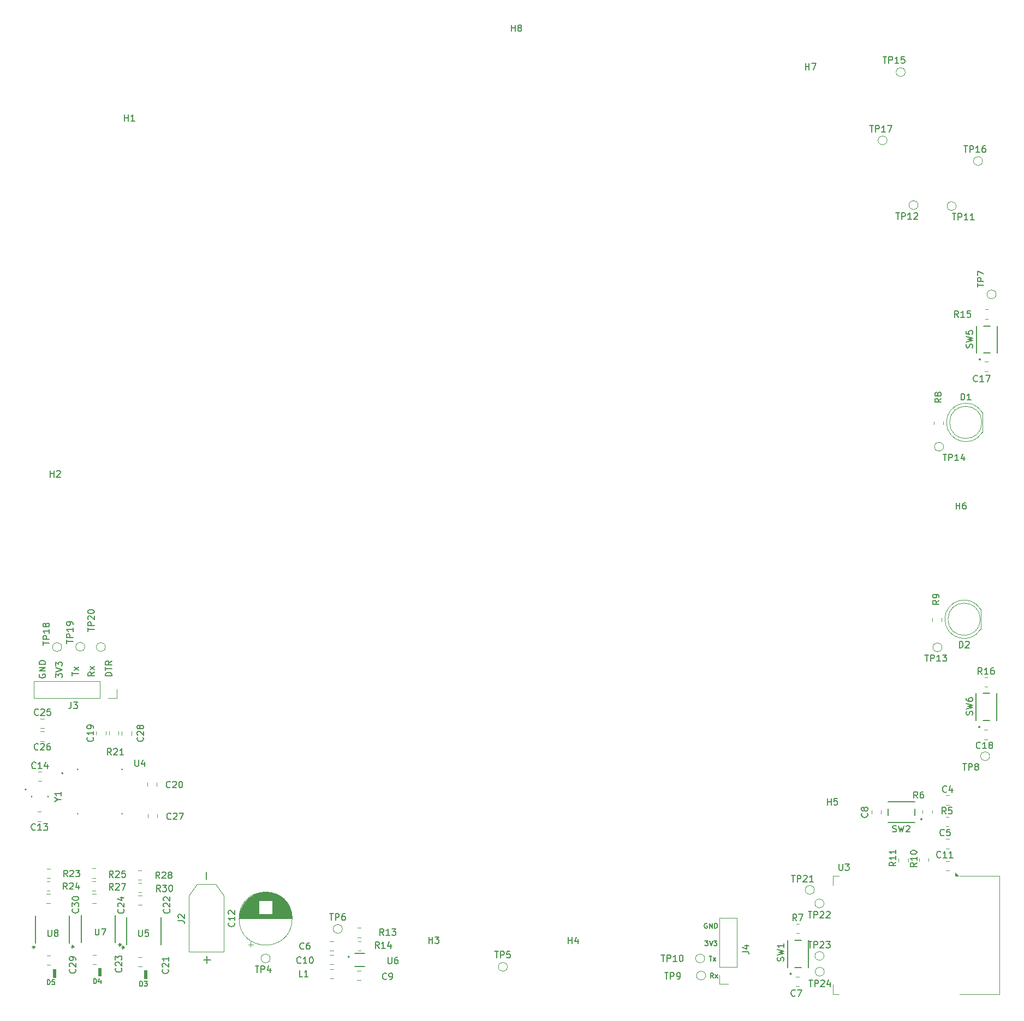
<source format=gbr>
%TF.GenerationSoftware,KiCad,Pcbnew,9.0.6*%
%TF.CreationDate,2025-12-17T16:52:13-05:00*%
%TF.ProjectId,HMS,484d532e-6b69-4636-9164-5f7063625858,rev?*%
%TF.SameCoordinates,Original*%
%TF.FileFunction,Legend,Top*%
%TF.FilePolarity,Positive*%
%FSLAX46Y46*%
G04 Gerber Fmt 4.6, Leading zero omitted, Abs format (unit mm)*
G04 Created by KiCad (PCBNEW 9.0.6) date 2025-12-17 16:52:13*
%MOMM*%
%LPD*%
G01*
G04 APERTURE LIST*
%ADD10C,0.127000*%
%ADD11C,0.150000*%
%ADD12C,0.120000*%
%ADD13C,0.200000*%
%ADD14C,0.152400*%
%ADD15C,0.010000*%
G04 APERTURE END LIST*
D10*
X127550409Y-172350141D02*
X127296409Y-171987284D01*
X127114980Y-172350141D02*
X127114980Y-171588141D01*
X127114980Y-171588141D02*
X127405266Y-171588141D01*
X127405266Y-171588141D02*
X127477837Y-171624427D01*
X127477837Y-171624427D02*
X127514123Y-171660713D01*
X127514123Y-171660713D02*
X127550409Y-171733284D01*
X127550409Y-171733284D02*
X127550409Y-171842141D01*
X127550409Y-171842141D02*
X127514123Y-171914713D01*
X127514123Y-171914713D02*
X127477837Y-171950998D01*
X127477837Y-171950998D02*
X127405266Y-171987284D01*
X127405266Y-171987284D02*
X127114980Y-171987284D01*
X127804409Y-172350141D02*
X128203552Y-171842141D01*
X127804409Y-171842141D02*
X128203552Y-172350141D01*
X126564123Y-163874427D02*
X126491552Y-163838141D01*
X126491552Y-163838141D02*
X126382694Y-163838141D01*
X126382694Y-163838141D02*
X126273837Y-163874427D01*
X126273837Y-163874427D02*
X126201266Y-163946998D01*
X126201266Y-163946998D02*
X126164980Y-164019570D01*
X126164980Y-164019570D02*
X126128694Y-164164713D01*
X126128694Y-164164713D02*
X126128694Y-164273570D01*
X126128694Y-164273570D02*
X126164980Y-164418713D01*
X126164980Y-164418713D02*
X126201266Y-164491284D01*
X126201266Y-164491284D02*
X126273837Y-164563856D01*
X126273837Y-164563856D02*
X126382694Y-164600141D01*
X126382694Y-164600141D02*
X126455266Y-164600141D01*
X126455266Y-164600141D02*
X126564123Y-164563856D01*
X126564123Y-164563856D02*
X126600409Y-164527570D01*
X126600409Y-164527570D02*
X126600409Y-164273570D01*
X126600409Y-164273570D02*
X126455266Y-164273570D01*
X126926980Y-164600141D02*
X126926980Y-163838141D01*
X126926980Y-163838141D02*
X127362409Y-164600141D01*
X127362409Y-164600141D02*
X127362409Y-163838141D01*
X127725266Y-164600141D02*
X127725266Y-163838141D01*
X127725266Y-163838141D02*
X127906695Y-163838141D01*
X127906695Y-163838141D02*
X128015552Y-163874427D01*
X128015552Y-163874427D02*
X128088123Y-163946998D01*
X128088123Y-163946998D02*
X128124409Y-164019570D01*
X128124409Y-164019570D02*
X128160695Y-164164713D01*
X128160695Y-164164713D02*
X128160695Y-164273570D01*
X128160695Y-164273570D02*
X128124409Y-164418713D01*
X128124409Y-164418713D02*
X128088123Y-164491284D01*
X128088123Y-164491284D02*
X128015552Y-164563856D01*
X128015552Y-164563856D02*
X127906695Y-164600141D01*
X127906695Y-164600141D02*
X127725266Y-164600141D01*
D11*
X28054819Y-125390475D02*
X28054819Y-124819047D01*
X29054819Y-125104761D02*
X28054819Y-125104761D01*
X29054819Y-124580951D02*
X28388152Y-124057142D01*
X28388152Y-124580951D02*
X29054819Y-124057142D01*
X34254819Y-125442856D02*
X33254819Y-125442856D01*
X33254819Y-125442856D02*
X33254819Y-125204761D01*
X33254819Y-125204761D02*
X33302438Y-125061904D01*
X33302438Y-125061904D02*
X33397676Y-124966666D01*
X33397676Y-124966666D02*
X33492914Y-124919047D01*
X33492914Y-124919047D02*
X33683390Y-124871428D01*
X33683390Y-124871428D02*
X33826247Y-124871428D01*
X33826247Y-124871428D02*
X34016723Y-124919047D01*
X34016723Y-124919047D02*
X34111961Y-124966666D01*
X34111961Y-124966666D02*
X34207200Y-125061904D01*
X34207200Y-125061904D02*
X34254819Y-125204761D01*
X34254819Y-125204761D02*
X34254819Y-125442856D01*
X33254819Y-124585713D02*
X33254819Y-124014285D01*
X34254819Y-124299999D02*
X33254819Y-124299999D01*
X34254819Y-123109523D02*
X33778628Y-123442856D01*
X34254819Y-123680951D02*
X33254819Y-123680951D01*
X33254819Y-123680951D02*
X33254819Y-123299999D01*
X33254819Y-123299999D02*
X33302438Y-123204761D01*
X33302438Y-123204761D02*
X33350057Y-123157142D01*
X33350057Y-123157142D02*
X33445295Y-123109523D01*
X33445295Y-123109523D02*
X33588152Y-123109523D01*
X33588152Y-123109523D02*
X33683390Y-123157142D01*
X33683390Y-123157142D02*
X33731009Y-123204761D01*
X33731009Y-123204761D02*
X33778628Y-123299999D01*
X33778628Y-123299999D02*
X33778628Y-123680951D01*
X25554819Y-125688094D02*
X25554819Y-125069047D01*
X25554819Y-125069047D02*
X25935771Y-125402380D01*
X25935771Y-125402380D02*
X25935771Y-125259523D01*
X25935771Y-125259523D02*
X25983390Y-125164285D01*
X25983390Y-125164285D02*
X26031009Y-125116666D01*
X26031009Y-125116666D02*
X26126247Y-125069047D01*
X26126247Y-125069047D02*
X26364342Y-125069047D01*
X26364342Y-125069047D02*
X26459580Y-125116666D01*
X26459580Y-125116666D02*
X26507200Y-125164285D01*
X26507200Y-125164285D02*
X26554819Y-125259523D01*
X26554819Y-125259523D02*
X26554819Y-125545237D01*
X26554819Y-125545237D02*
X26507200Y-125640475D01*
X26507200Y-125640475D02*
X26459580Y-125688094D01*
X25554819Y-124783332D02*
X26554819Y-124449999D01*
X26554819Y-124449999D02*
X25554819Y-124116666D01*
X25554819Y-123878570D02*
X25554819Y-123259523D01*
X25554819Y-123259523D02*
X25935771Y-123592856D01*
X25935771Y-123592856D02*
X25935771Y-123449999D01*
X25935771Y-123449999D02*
X25983390Y-123354761D01*
X25983390Y-123354761D02*
X26031009Y-123307142D01*
X26031009Y-123307142D02*
X26126247Y-123259523D01*
X26126247Y-123259523D02*
X26364342Y-123259523D01*
X26364342Y-123259523D02*
X26459580Y-123307142D01*
X26459580Y-123307142D02*
X26507200Y-123354761D01*
X26507200Y-123354761D02*
X26554819Y-123449999D01*
X26554819Y-123449999D02*
X26554819Y-123735713D01*
X26554819Y-123735713D02*
X26507200Y-123830951D01*
X26507200Y-123830951D02*
X26459580Y-123878570D01*
D10*
X126906123Y-168888141D02*
X127341552Y-168888141D01*
X127123837Y-169650141D02*
X127123837Y-168888141D01*
X127522980Y-169650141D02*
X127922123Y-169142141D01*
X127522980Y-169142141D02*
X127922123Y-169650141D01*
X126242409Y-166538141D02*
X126714123Y-166538141D01*
X126714123Y-166538141D02*
X126460123Y-166828427D01*
X126460123Y-166828427D02*
X126568980Y-166828427D01*
X126568980Y-166828427D02*
X126641552Y-166864713D01*
X126641552Y-166864713D02*
X126677837Y-166900998D01*
X126677837Y-166900998D02*
X126714123Y-166973570D01*
X126714123Y-166973570D02*
X126714123Y-167154998D01*
X126714123Y-167154998D02*
X126677837Y-167227570D01*
X126677837Y-167227570D02*
X126641552Y-167263856D01*
X126641552Y-167263856D02*
X126568980Y-167300141D01*
X126568980Y-167300141D02*
X126351266Y-167300141D01*
X126351266Y-167300141D02*
X126278694Y-167263856D01*
X126278694Y-167263856D02*
X126242409Y-167227570D01*
X126931837Y-166538141D02*
X127185837Y-167300141D01*
X127185837Y-167300141D02*
X127439837Y-166538141D01*
X127621266Y-166538141D02*
X128092980Y-166538141D01*
X128092980Y-166538141D02*
X127838980Y-166828427D01*
X127838980Y-166828427D02*
X127947837Y-166828427D01*
X127947837Y-166828427D02*
X128020409Y-166864713D01*
X128020409Y-166864713D02*
X128056694Y-166900998D01*
X128056694Y-166900998D02*
X128092980Y-166973570D01*
X128092980Y-166973570D02*
X128092980Y-167154998D01*
X128092980Y-167154998D02*
X128056694Y-167227570D01*
X128056694Y-167227570D02*
X128020409Y-167263856D01*
X128020409Y-167263856D02*
X127947837Y-167300141D01*
X127947837Y-167300141D02*
X127730123Y-167300141D01*
X127730123Y-167300141D02*
X127657551Y-167263856D01*
X127657551Y-167263856D02*
X127621266Y-167227570D01*
D11*
X23002438Y-125161904D02*
X22954819Y-125257142D01*
X22954819Y-125257142D02*
X22954819Y-125399999D01*
X22954819Y-125399999D02*
X23002438Y-125542856D01*
X23002438Y-125542856D02*
X23097676Y-125638094D01*
X23097676Y-125638094D02*
X23192914Y-125685713D01*
X23192914Y-125685713D02*
X23383390Y-125733332D01*
X23383390Y-125733332D02*
X23526247Y-125733332D01*
X23526247Y-125733332D02*
X23716723Y-125685713D01*
X23716723Y-125685713D02*
X23811961Y-125638094D01*
X23811961Y-125638094D02*
X23907200Y-125542856D01*
X23907200Y-125542856D02*
X23954819Y-125399999D01*
X23954819Y-125399999D02*
X23954819Y-125304761D01*
X23954819Y-125304761D02*
X23907200Y-125161904D01*
X23907200Y-125161904D02*
X23859580Y-125114285D01*
X23859580Y-125114285D02*
X23526247Y-125114285D01*
X23526247Y-125114285D02*
X23526247Y-125304761D01*
X23954819Y-124685713D02*
X22954819Y-124685713D01*
X22954819Y-124685713D02*
X23954819Y-124114285D01*
X23954819Y-124114285D02*
X22954819Y-124114285D01*
X23954819Y-123638094D02*
X22954819Y-123638094D01*
X22954819Y-123638094D02*
X22954819Y-123399999D01*
X22954819Y-123399999D02*
X23002438Y-123257142D01*
X23002438Y-123257142D02*
X23097676Y-123161904D01*
X23097676Y-123161904D02*
X23192914Y-123114285D01*
X23192914Y-123114285D02*
X23383390Y-123066666D01*
X23383390Y-123066666D02*
X23526247Y-123066666D01*
X23526247Y-123066666D02*
X23716723Y-123114285D01*
X23716723Y-123114285D02*
X23811961Y-123161904D01*
X23811961Y-123161904D02*
X23907200Y-123257142D01*
X23907200Y-123257142D02*
X23954819Y-123399999D01*
X23954819Y-123399999D02*
X23954819Y-123638094D01*
X31554819Y-124845238D02*
X31078628Y-125178571D01*
X31554819Y-125416666D02*
X30554819Y-125416666D01*
X30554819Y-125416666D02*
X30554819Y-125035714D01*
X30554819Y-125035714D02*
X30602438Y-124940476D01*
X30602438Y-124940476D02*
X30650057Y-124892857D01*
X30650057Y-124892857D02*
X30745295Y-124845238D01*
X30745295Y-124845238D02*
X30888152Y-124845238D01*
X30888152Y-124845238D02*
X30983390Y-124892857D01*
X30983390Y-124892857D02*
X31031009Y-124940476D01*
X31031009Y-124940476D02*
X31078628Y-125035714D01*
X31078628Y-125035714D02*
X31078628Y-125416666D01*
X31554819Y-124511904D02*
X30888152Y-123988095D01*
X30888152Y-124511904D02*
X31554819Y-123988095D01*
X75707142Y-167704819D02*
X75373809Y-167228628D01*
X75135714Y-167704819D02*
X75135714Y-166704819D01*
X75135714Y-166704819D02*
X75516666Y-166704819D01*
X75516666Y-166704819D02*
X75611904Y-166752438D01*
X75611904Y-166752438D02*
X75659523Y-166800057D01*
X75659523Y-166800057D02*
X75707142Y-166895295D01*
X75707142Y-166895295D02*
X75707142Y-167038152D01*
X75707142Y-167038152D02*
X75659523Y-167133390D01*
X75659523Y-167133390D02*
X75611904Y-167181009D01*
X75611904Y-167181009D02*
X75516666Y-167228628D01*
X75516666Y-167228628D02*
X75135714Y-167228628D01*
X76659523Y-167704819D02*
X76088095Y-167704819D01*
X76373809Y-167704819D02*
X76373809Y-166704819D01*
X76373809Y-166704819D02*
X76278571Y-166847676D01*
X76278571Y-166847676D02*
X76183333Y-166942914D01*
X76183333Y-166942914D02*
X76088095Y-166990533D01*
X77516666Y-167038152D02*
X77516666Y-167704819D01*
X77278571Y-166657200D02*
X77040476Y-167371485D01*
X77040476Y-167371485D02*
X77659523Y-167371485D01*
X163333333Y-150159580D02*
X163285714Y-150207200D01*
X163285714Y-150207200D02*
X163142857Y-150254819D01*
X163142857Y-150254819D02*
X163047619Y-150254819D01*
X163047619Y-150254819D02*
X162904762Y-150207200D01*
X162904762Y-150207200D02*
X162809524Y-150111961D01*
X162809524Y-150111961D02*
X162761905Y-150016723D01*
X162761905Y-150016723D02*
X162714286Y-149826247D01*
X162714286Y-149826247D02*
X162714286Y-149683390D01*
X162714286Y-149683390D02*
X162761905Y-149492914D01*
X162761905Y-149492914D02*
X162809524Y-149397676D01*
X162809524Y-149397676D02*
X162904762Y-149302438D01*
X162904762Y-149302438D02*
X163047619Y-149254819D01*
X163047619Y-149254819D02*
X163142857Y-149254819D01*
X163142857Y-149254819D02*
X163285714Y-149302438D01*
X163285714Y-149302438D02*
X163333333Y-149350057D01*
X164238095Y-149254819D02*
X163761905Y-149254819D01*
X163761905Y-149254819D02*
X163714286Y-149731009D01*
X163714286Y-149731009D02*
X163761905Y-149683390D01*
X163761905Y-149683390D02*
X163857143Y-149635771D01*
X163857143Y-149635771D02*
X164095238Y-149635771D01*
X164095238Y-149635771D02*
X164190476Y-149683390D01*
X164190476Y-149683390D02*
X164238095Y-149731009D01*
X164238095Y-149731009D02*
X164285714Y-149826247D01*
X164285714Y-149826247D02*
X164285714Y-150064342D01*
X164285714Y-150064342D02*
X164238095Y-150159580D01*
X164238095Y-150159580D02*
X164190476Y-150207200D01*
X164190476Y-150207200D02*
X164095238Y-150254819D01*
X164095238Y-150254819D02*
X163857143Y-150254819D01*
X163857143Y-150254819D02*
X163761905Y-150207200D01*
X163761905Y-150207200D02*
X163714286Y-150159580D01*
X29009580Y-161592857D02*
X29057200Y-161640476D01*
X29057200Y-161640476D02*
X29104819Y-161783333D01*
X29104819Y-161783333D02*
X29104819Y-161878571D01*
X29104819Y-161878571D02*
X29057200Y-162021428D01*
X29057200Y-162021428D02*
X28961961Y-162116666D01*
X28961961Y-162116666D02*
X28866723Y-162164285D01*
X28866723Y-162164285D02*
X28676247Y-162211904D01*
X28676247Y-162211904D02*
X28533390Y-162211904D01*
X28533390Y-162211904D02*
X28342914Y-162164285D01*
X28342914Y-162164285D02*
X28247676Y-162116666D01*
X28247676Y-162116666D02*
X28152438Y-162021428D01*
X28152438Y-162021428D02*
X28104819Y-161878571D01*
X28104819Y-161878571D02*
X28104819Y-161783333D01*
X28104819Y-161783333D02*
X28152438Y-161640476D01*
X28152438Y-161640476D02*
X28200057Y-161592857D01*
X28104819Y-161259523D02*
X28104819Y-160640476D01*
X28104819Y-160640476D02*
X28485771Y-160973809D01*
X28485771Y-160973809D02*
X28485771Y-160830952D01*
X28485771Y-160830952D02*
X28533390Y-160735714D01*
X28533390Y-160735714D02*
X28581009Y-160688095D01*
X28581009Y-160688095D02*
X28676247Y-160640476D01*
X28676247Y-160640476D02*
X28914342Y-160640476D01*
X28914342Y-160640476D02*
X29009580Y-160688095D01*
X29009580Y-160688095D02*
X29057200Y-160735714D01*
X29057200Y-160735714D02*
X29104819Y-160830952D01*
X29104819Y-160830952D02*
X29104819Y-161116666D01*
X29104819Y-161116666D02*
X29057200Y-161211904D01*
X29057200Y-161211904D02*
X29009580Y-161259523D01*
X28104819Y-160021428D02*
X28104819Y-159926190D01*
X28104819Y-159926190D02*
X28152438Y-159830952D01*
X28152438Y-159830952D02*
X28200057Y-159783333D01*
X28200057Y-159783333D02*
X28295295Y-159735714D01*
X28295295Y-159735714D02*
X28485771Y-159688095D01*
X28485771Y-159688095D02*
X28723866Y-159688095D01*
X28723866Y-159688095D02*
X28914342Y-159735714D01*
X28914342Y-159735714D02*
X29009580Y-159783333D01*
X29009580Y-159783333D02*
X29057200Y-159830952D01*
X29057200Y-159830952D02*
X29104819Y-159926190D01*
X29104819Y-159926190D02*
X29104819Y-160021428D01*
X29104819Y-160021428D02*
X29057200Y-160116666D01*
X29057200Y-160116666D02*
X29009580Y-160164285D01*
X29009580Y-160164285D02*
X28914342Y-160211904D01*
X28914342Y-160211904D02*
X28723866Y-160259523D01*
X28723866Y-160259523D02*
X28485771Y-160259523D01*
X28485771Y-160259523D02*
X28295295Y-160211904D01*
X28295295Y-160211904D02*
X28200057Y-160164285D01*
X28200057Y-160164285D02*
X28152438Y-160116666D01*
X28152438Y-160116666D02*
X28104819Y-160021428D01*
X165708105Y-121051619D02*
X165708105Y-120051619D01*
X165708105Y-120051619D02*
X165946200Y-120051619D01*
X165946200Y-120051619D02*
X166089057Y-120099238D01*
X166089057Y-120099238D02*
X166184295Y-120194476D01*
X166184295Y-120194476D02*
X166231914Y-120289714D01*
X166231914Y-120289714D02*
X166279533Y-120480190D01*
X166279533Y-120480190D02*
X166279533Y-120623047D01*
X166279533Y-120623047D02*
X166231914Y-120813523D01*
X166231914Y-120813523D02*
X166184295Y-120908761D01*
X166184295Y-120908761D02*
X166089057Y-121004000D01*
X166089057Y-121004000D02*
X165946200Y-121051619D01*
X165946200Y-121051619D02*
X165708105Y-121051619D01*
X166660486Y-120146857D02*
X166708105Y-120099238D01*
X166708105Y-120099238D02*
X166803343Y-120051619D01*
X166803343Y-120051619D02*
X167041438Y-120051619D01*
X167041438Y-120051619D02*
X167136676Y-120099238D01*
X167136676Y-120099238D02*
X167184295Y-120146857D01*
X167184295Y-120146857D02*
X167231914Y-120242095D01*
X167231914Y-120242095D02*
X167231914Y-120337333D01*
X167231914Y-120337333D02*
X167184295Y-120480190D01*
X167184295Y-120480190D02*
X166612867Y-121051619D01*
X166612867Y-121051619D02*
X167231914Y-121051619D01*
X140233333Y-175059580D02*
X140185714Y-175107200D01*
X140185714Y-175107200D02*
X140042857Y-175154819D01*
X140042857Y-175154819D02*
X139947619Y-175154819D01*
X139947619Y-175154819D02*
X139804762Y-175107200D01*
X139804762Y-175107200D02*
X139709524Y-175011961D01*
X139709524Y-175011961D02*
X139661905Y-174916723D01*
X139661905Y-174916723D02*
X139614286Y-174726247D01*
X139614286Y-174726247D02*
X139614286Y-174583390D01*
X139614286Y-174583390D02*
X139661905Y-174392914D01*
X139661905Y-174392914D02*
X139709524Y-174297676D01*
X139709524Y-174297676D02*
X139804762Y-174202438D01*
X139804762Y-174202438D02*
X139947619Y-174154819D01*
X139947619Y-174154819D02*
X140042857Y-174154819D01*
X140042857Y-174154819D02*
X140185714Y-174202438D01*
X140185714Y-174202438D02*
X140233333Y-174250057D01*
X140566667Y-174154819D02*
X141233333Y-174154819D01*
X141233333Y-174154819D02*
X140804762Y-175154819D01*
X165201695Y-99530419D02*
X165201695Y-98530419D01*
X165201695Y-99006609D02*
X165773123Y-99006609D01*
X165773123Y-99530419D02*
X165773123Y-98530419D01*
X166677885Y-98530419D02*
X166487409Y-98530419D01*
X166487409Y-98530419D02*
X166392171Y-98578038D01*
X166392171Y-98578038D02*
X166344552Y-98625657D01*
X166344552Y-98625657D02*
X166249314Y-98768514D01*
X166249314Y-98768514D02*
X166201695Y-98958990D01*
X166201695Y-98958990D02*
X166201695Y-99339942D01*
X166201695Y-99339942D02*
X166249314Y-99435180D01*
X166249314Y-99435180D02*
X166296933Y-99482800D01*
X166296933Y-99482800D02*
X166392171Y-99530419D01*
X166392171Y-99530419D02*
X166582647Y-99530419D01*
X166582647Y-99530419D02*
X166677885Y-99482800D01*
X166677885Y-99482800D02*
X166725504Y-99435180D01*
X166725504Y-99435180D02*
X166773123Y-99339942D01*
X166773123Y-99339942D02*
X166773123Y-99101847D01*
X166773123Y-99101847D02*
X166725504Y-99006609D01*
X166725504Y-99006609D02*
X166677885Y-98958990D01*
X166677885Y-98958990D02*
X166582647Y-98911371D01*
X166582647Y-98911371D02*
X166392171Y-98911371D01*
X166392171Y-98911371D02*
X166296933Y-98958990D01*
X166296933Y-98958990D02*
X166249314Y-99006609D01*
X166249314Y-99006609D02*
X166201695Y-99101847D01*
X153861905Y-29304819D02*
X154433333Y-29304819D01*
X154147619Y-30304819D02*
X154147619Y-29304819D01*
X154766667Y-30304819D02*
X154766667Y-29304819D01*
X154766667Y-29304819D02*
X155147619Y-29304819D01*
X155147619Y-29304819D02*
X155242857Y-29352438D01*
X155242857Y-29352438D02*
X155290476Y-29400057D01*
X155290476Y-29400057D02*
X155338095Y-29495295D01*
X155338095Y-29495295D02*
X155338095Y-29638152D01*
X155338095Y-29638152D02*
X155290476Y-29733390D01*
X155290476Y-29733390D02*
X155242857Y-29781009D01*
X155242857Y-29781009D02*
X155147619Y-29828628D01*
X155147619Y-29828628D02*
X154766667Y-29828628D01*
X156290476Y-30304819D02*
X155719048Y-30304819D01*
X156004762Y-30304819D02*
X156004762Y-29304819D01*
X156004762Y-29304819D02*
X155909524Y-29447676D01*
X155909524Y-29447676D02*
X155814286Y-29542914D01*
X155814286Y-29542914D02*
X155719048Y-29590533D01*
X157195238Y-29304819D02*
X156719048Y-29304819D01*
X156719048Y-29304819D02*
X156671429Y-29781009D01*
X156671429Y-29781009D02*
X156719048Y-29733390D01*
X156719048Y-29733390D02*
X156814286Y-29685771D01*
X156814286Y-29685771D02*
X157052381Y-29685771D01*
X157052381Y-29685771D02*
X157147619Y-29733390D01*
X157147619Y-29733390D02*
X157195238Y-29781009D01*
X157195238Y-29781009D02*
X157242857Y-29876247D01*
X157242857Y-29876247D02*
X157242857Y-30114342D01*
X157242857Y-30114342D02*
X157195238Y-30209580D01*
X157195238Y-30209580D02*
X157147619Y-30257200D01*
X157147619Y-30257200D02*
X157052381Y-30304819D01*
X157052381Y-30304819D02*
X156814286Y-30304819D01*
X156814286Y-30304819D02*
X156719048Y-30257200D01*
X156719048Y-30257200D02*
X156671429Y-30209580D01*
X163633333Y-146854819D02*
X163300000Y-146378628D01*
X163061905Y-146854819D02*
X163061905Y-145854819D01*
X163061905Y-145854819D02*
X163442857Y-145854819D01*
X163442857Y-145854819D02*
X163538095Y-145902438D01*
X163538095Y-145902438D02*
X163585714Y-145950057D01*
X163585714Y-145950057D02*
X163633333Y-146045295D01*
X163633333Y-146045295D02*
X163633333Y-146188152D01*
X163633333Y-146188152D02*
X163585714Y-146283390D01*
X163585714Y-146283390D02*
X163538095Y-146331009D01*
X163538095Y-146331009D02*
X163442857Y-146378628D01*
X163442857Y-146378628D02*
X163061905Y-146378628D01*
X164538095Y-145854819D02*
X164061905Y-145854819D01*
X164061905Y-145854819D02*
X164014286Y-146331009D01*
X164014286Y-146331009D02*
X164061905Y-146283390D01*
X164061905Y-146283390D02*
X164157143Y-146235771D01*
X164157143Y-146235771D02*
X164395238Y-146235771D01*
X164395238Y-146235771D02*
X164490476Y-146283390D01*
X164490476Y-146283390D02*
X164538095Y-146331009D01*
X164538095Y-146331009D02*
X164585714Y-146426247D01*
X164585714Y-146426247D02*
X164585714Y-146664342D01*
X164585714Y-146664342D02*
X164538095Y-146759580D01*
X164538095Y-146759580D02*
X164490476Y-146807200D01*
X164490476Y-146807200D02*
X164395238Y-146854819D01*
X164395238Y-146854819D02*
X164157143Y-146854819D01*
X164157143Y-146854819D02*
X164061905Y-146807200D01*
X164061905Y-146807200D02*
X164014286Y-146759580D01*
X96215295Y-25362419D02*
X96215295Y-24362419D01*
X96215295Y-24838609D02*
X96786723Y-24838609D01*
X96786723Y-25362419D02*
X96786723Y-24362419D01*
X97405771Y-24790990D02*
X97310533Y-24743371D01*
X97310533Y-24743371D02*
X97262914Y-24695752D01*
X97262914Y-24695752D02*
X97215295Y-24600514D01*
X97215295Y-24600514D02*
X97215295Y-24552895D01*
X97215295Y-24552895D02*
X97262914Y-24457657D01*
X97262914Y-24457657D02*
X97310533Y-24410038D01*
X97310533Y-24410038D02*
X97405771Y-24362419D01*
X97405771Y-24362419D02*
X97596247Y-24362419D01*
X97596247Y-24362419D02*
X97691485Y-24410038D01*
X97691485Y-24410038D02*
X97739104Y-24457657D01*
X97739104Y-24457657D02*
X97786723Y-24552895D01*
X97786723Y-24552895D02*
X97786723Y-24600514D01*
X97786723Y-24600514D02*
X97739104Y-24695752D01*
X97739104Y-24695752D02*
X97691485Y-24743371D01*
X97691485Y-24743371D02*
X97596247Y-24790990D01*
X97596247Y-24790990D02*
X97405771Y-24790990D01*
X97405771Y-24790990D02*
X97310533Y-24838609D01*
X97310533Y-24838609D02*
X97262914Y-24886228D01*
X97262914Y-24886228D02*
X97215295Y-24981466D01*
X97215295Y-24981466D02*
X97215295Y-25171942D01*
X97215295Y-25171942D02*
X97262914Y-25267180D01*
X97262914Y-25267180D02*
X97310533Y-25314800D01*
X97310533Y-25314800D02*
X97405771Y-25362419D01*
X97405771Y-25362419D02*
X97596247Y-25362419D01*
X97596247Y-25362419D02*
X97691485Y-25314800D01*
X97691485Y-25314800D02*
X97739104Y-25267180D01*
X97739104Y-25267180D02*
X97786723Y-25171942D01*
X97786723Y-25171942D02*
X97786723Y-24981466D01*
X97786723Y-24981466D02*
X97739104Y-24886228D01*
X97739104Y-24886228D02*
X97691485Y-24838609D01*
X97691485Y-24838609D02*
X97596247Y-24790990D01*
X43407142Y-147609580D02*
X43359523Y-147657200D01*
X43359523Y-147657200D02*
X43216666Y-147704819D01*
X43216666Y-147704819D02*
X43121428Y-147704819D01*
X43121428Y-147704819D02*
X42978571Y-147657200D01*
X42978571Y-147657200D02*
X42883333Y-147561961D01*
X42883333Y-147561961D02*
X42835714Y-147466723D01*
X42835714Y-147466723D02*
X42788095Y-147276247D01*
X42788095Y-147276247D02*
X42788095Y-147133390D01*
X42788095Y-147133390D02*
X42835714Y-146942914D01*
X42835714Y-146942914D02*
X42883333Y-146847676D01*
X42883333Y-146847676D02*
X42978571Y-146752438D01*
X42978571Y-146752438D02*
X43121428Y-146704819D01*
X43121428Y-146704819D02*
X43216666Y-146704819D01*
X43216666Y-146704819D02*
X43359523Y-146752438D01*
X43359523Y-146752438D02*
X43407142Y-146800057D01*
X43788095Y-146800057D02*
X43835714Y-146752438D01*
X43835714Y-146752438D02*
X43930952Y-146704819D01*
X43930952Y-146704819D02*
X44169047Y-146704819D01*
X44169047Y-146704819D02*
X44264285Y-146752438D01*
X44264285Y-146752438D02*
X44311904Y-146800057D01*
X44311904Y-146800057D02*
X44359523Y-146895295D01*
X44359523Y-146895295D02*
X44359523Y-146990533D01*
X44359523Y-146990533D02*
X44311904Y-147133390D01*
X44311904Y-147133390D02*
X43740476Y-147704819D01*
X43740476Y-147704819D02*
X44359523Y-147704819D01*
X44692857Y-146704819D02*
X45359523Y-146704819D01*
X45359523Y-146704819D02*
X44930952Y-147704819D01*
X34457142Y-156704819D02*
X34123809Y-156228628D01*
X33885714Y-156704819D02*
X33885714Y-155704819D01*
X33885714Y-155704819D02*
X34266666Y-155704819D01*
X34266666Y-155704819D02*
X34361904Y-155752438D01*
X34361904Y-155752438D02*
X34409523Y-155800057D01*
X34409523Y-155800057D02*
X34457142Y-155895295D01*
X34457142Y-155895295D02*
X34457142Y-156038152D01*
X34457142Y-156038152D02*
X34409523Y-156133390D01*
X34409523Y-156133390D02*
X34361904Y-156181009D01*
X34361904Y-156181009D02*
X34266666Y-156228628D01*
X34266666Y-156228628D02*
X33885714Y-156228628D01*
X34838095Y-155800057D02*
X34885714Y-155752438D01*
X34885714Y-155752438D02*
X34980952Y-155704819D01*
X34980952Y-155704819D02*
X35219047Y-155704819D01*
X35219047Y-155704819D02*
X35314285Y-155752438D01*
X35314285Y-155752438D02*
X35361904Y-155800057D01*
X35361904Y-155800057D02*
X35409523Y-155895295D01*
X35409523Y-155895295D02*
X35409523Y-155990533D01*
X35409523Y-155990533D02*
X35361904Y-156133390D01*
X35361904Y-156133390D02*
X34790476Y-156704819D01*
X34790476Y-156704819D02*
X35409523Y-156704819D01*
X36314285Y-155704819D02*
X35838095Y-155704819D01*
X35838095Y-155704819D02*
X35790476Y-156181009D01*
X35790476Y-156181009D02*
X35838095Y-156133390D01*
X35838095Y-156133390D02*
X35933333Y-156085771D01*
X35933333Y-156085771D02*
X36171428Y-156085771D01*
X36171428Y-156085771D02*
X36266666Y-156133390D01*
X36266666Y-156133390D02*
X36314285Y-156181009D01*
X36314285Y-156181009D02*
X36361904Y-156276247D01*
X36361904Y-156276247D02*
X36361904Y-156514342D01*
X36361904Y-156514342D02*
X36314285Y-156609580D01*
X36314285Y-156609580D02*
X36266666Y-156657200D01*
X36266666Y-156657200D02*
X36171428Y-156704819D01*
X36171428Y-156704819D02*
X35933333Y-156704819D01*
X35933333Y-156704819D02*
X35838095Y-156657200D01*
X35838095Y-156657200D02*
X35790476Y-156609580D01*
X142261905Y-166654819D02*
X142833333Y-166654819D01*
X142547619Y-167654819D02*
X142547619Y-166654819D01*
X143166667Y-167654819D02*
X143166667Y-166654819D01*
X143166667Y-166654819D02*
X143547619Y-166654819D01*
X143547619Y-166654819D02*
X143642857Y-166702438D01*
X143642857Y-166702438D02*
X143690476Y-166750057D01*
X143690476Y-166750057D02*
X143738095Y-166845295D01*
X143738095Y-166845295D02*
X143738095Y-166988152D01*
X143738095Y-166988152D02*
X143690476Y-167083390D01*
X143690476Y-167083390D02*
X143642857Y-167131009D01*
X143642857Y-167131009D02*
X143547619Y-167178628D01*
X143547619Y-167178628D02*
X143166667Y-167178628D01*
X144119048Y-166750057D02*
X144166667Y-166702438D01*
X144166667Y-166702438D02*
X144261905Y-166654819D01*
X144261905Y-166654819D02*
X144500000Y-166654819D01*
X144500000Y-166654819D02*
X144595238Y-166702438D01*
X144595238Y-166702438D02*
X144642857Y-166750057D01*
X144642857Y-166750057D02*
X144690476Y-166845295D01*
X144690476Y-166845295D02*
X144690476Y-166940533D01*
X144690476Y-166940533D02*
X144642857Y-167083390D01*
X144642857Y-167083390D02*
X144071429Y-167654819D01*
X144071429Y-167654819D02*
X144690476Y-167654819D01*
X145023810Y-166654819D02*
X145642857Y-166654819D01*
X145642857Y-166654819D02*
X145309524Y-167035771D01*
X145309524Y-167035771D02*
X145452381Y-167035771D01*
X145452381Y-167035771D02*
X145547619Y-167083390D01*
X145547619Y-167083390D02*
X145595238Y-167131009D01*
X145595238Y-167131009D02*
X145642857Y-167226247D01*
X145642857Y-167226247D02*
X145642857Y-167464342D01*
X145642857Y-167464342D02*
X145595238Y-167559580D01*
X145595238Y-167559580D02*
X145547619Y-167607200D01*
X145547619Y-167607200D02*
X145452381Y-167654819D01*
X145452381Y-167654819D02*
X145166667Y-167654819D01*
X145166667Y-167654819D02*
X145071429Y-167607200D01*
X145071429Y-167607200D02*
X145023810Y-167559580D01*
X167707200Y-74483332D02*
X167754819Y-74340475D01*
X167754819Y-74340475D02*
X167754819Y-74102380D01*
X167754819Y-74102380D02*
X167707200Y-74007142D01*
X167707200Y-74007142D02*
X167659580Y-73959523D01*
X167659580Y-73959523D02*
X167564342Y-73911904D01*
X167564342Y-73911904D02*
X167469104Y-73911904D01*
X167469104Y-73911904D02*
X167373866Y-73959523D01*
X167373866Y-73959523D02*
X167326247Y-74007142D01*
X167326247Y-74007142D02*
X167278628Y-74102380D01*
X167278628Y-74102380D02*
X167231009Y-74292856D01*
X167231009Y-74292856D02*
X167183390Y-74388094D01*
X167183390Y-74388094D02*
X167135771Y-74435713D01*
X167135771Y-74435713D02*
X167040533Y-74483332D01*
X167040533Y-74483332D02*
X166945295Y-74483332D01*
X166945295Y-74483332D02*
X166850057Y-74435713D01*
X166850057Y-74435713D02*
X166802438Y-74388094D01*
X166802438Y-74388094D02*
X166754819Y-74292856D01*
X166754819Y-74292856D02*
X166754819Y-74054761D01*
X166754819Y-74054761D02*
X166802438Y-73911904D01*
X166754819Y-73578570D02*
X167754819Y-73340475D01*
X167754819Y-73340475D02*
X167040533Y-73149999D01*
X167040533Y-73149999D02*
X167754819Y-72959523D01*
X167754819Y-72959523D02*
X166754819Y-72721428D01*
X166754819Y-71864285D02*
X166754819Y-72340475D01*
X166754819Y-72340475D02*
X167231009Y-72388094D01*
X167231009Y-72388094D02*
X167183390Y-72340475D01*
X167183390Y-72340475D02*
X167135771Y-72245237D01*
X167135771Y-72245237D02*
X167135771Y-72007142D01*
X167135771Y-72007142D02*
X167183390Y-71911904D01*
X167183390Y-71911904D02*
X167231009Y-71864285D01*
X167231009Y-71864285D02*
X167326247Y-71816666D01*
X167326247Y-71816666D02*
X167564342Y-71816666D01*
X167564342Y-71816666D02*
X167659580Y-71864285D01*
X167659580Y-71864285D02*
X167707200Y-71911904D01*
X167707200Y-71911904D02*
X167754819Y-72007142D01*
X167754819Y-72007142D02*
X167754819Y-72245237D01*
X167754819Y-72245237D02*
X167707200Y-72340475D01*
X167707200Y-72340475D02*
X167659580Y-72388094D01*
X24338095Y-164854819D02*
X24338095Y-165664342D01*
X24338095Y-165664342D02*
X24385714Y-165759580D01*
X24385714Y-165759580D02*
X24433333Y-165807200D01*
X24433333Y-165807200D02*
X24528571Y-165854819D01*
X24528571Y-165854819D02*
X24719047Y-165854819D01*
X24719047Y-165854819D02*
X24814285Y-165807200D01*
X24814285Y-165807200D02*
X24861904Y-165759580D01*
X24861904Y-165759580D02*
X24909523Y-165664342D01*
X24909523Y-165664342D02*
X24909523Y-164854819D01*
X25528571Y-165283390D02*
X25433333Y-165235771D01*
X25433333Y-165235771D02*
X25385714Y-165188152D01*
X25385714Y-165188152D02*
X25338095Y-165092914D01*
X25338095Y-165092914D02*
X25338095Y-165045295D01*
X25338095Y-165045295D02*
X25385714Y-164950057D01*
X25385714Y-164950057D02*
X25433333Y-164902438D01*
X25433333Y-164902438D02*
X25528571Y-164854819D01*
X25528571Y-164854819D02*
X25719047Y-164854819D01*
X25719047Y-164854819D02*
X25814285Y-164902438D01*
X25814285Y-164902438D02*
X25861904Y-164950057D01*
X25861904Y-164950057D02*
X25909523Y-165045295D01*
X25909523Y-165045295D02*
X25909523Y-165092914D01*
X25909523Y-165092914D02*
X25861904Y-165188152D01*
X25861904Y-165188152D02*
X25814285Y-165235771D01*
X25814285Y-165235771D02*
X25719047Y-165283390D01*
X25719047Y-165283390D02*
X25528571Y-165283390D01*
X25528571Y-165283390D02*
X25433333Y-165331009D01*
X25433333Y-165331009D02*
X25385714Y-165378628D01*
X25385714Y-165378628D02*
X25338095Y-165473866D01*
X25338095Y-165473866D02*
X25338095Y-165664342D01*
X25338095Y-165664342D02*
X25385714Y-165759580D01*
X25385714Y-165759580D02*
X25433333Y-165807200D01*
X25433333Y-165807200D02*
X25528571Y-165854819D01*
X25528571Y-165854819D02*
X25719047Y-165854819D01*
X25719047Y-165854819D02*
X25814285Y-165807200D01*
X25814285Y-165807200D02*
X25861904Y-165759580D01*
X25861904Y-165759580D02*
X25909523Y-165664342D01*
X25909523Y-165664342D02*
X25909523Y-165473866D01*
X25909523Y-165473866D02*
X25861904Y-165378628D01*
X25861904Y-165378628D02*
X25814285Y-165331009D01*
X25814285Y-165331009D02*
X25719047Y-165283390D01*
X21907219Y-167520799D02*
X22145314Y-167520799D01*
X22050076Y-167758894D02*
X22145314Y-167520799D01*
X22145314Y-167520799D02*
X22050076Y-167282704D01*
X22335790Y-167663656D02*
X22145314Y-167520799D01*
X22145314Y-167520799D02*
X22335790Y-167377942D01*
X27307142Y-158554819D02*
X26973809Y-158078628D01*
X26735714Y-158554819D02*
X26735714Y-157554819D01*
X26735714Y-157554819D02*
X27116666Y-157554819D01*
X27116666Y-157554819D02*
X27211904Y-157602438D01*
X27211904Y-157602438D02*
X27259523Y-157650057D01*
X27259523Y-157650057D02*
X27307142Y-157745295D01*
X27307142Y-157745295D02*
X27307142Y-157888152D01*
X27307142Y-157888152D02*
X27259523Y-157983390D01*
X27259523Y-157983390D02*
X27211904Y-158031009D01*
X27211904Y-158031009D02*
X27116666Y-158078628D01*
X27116666Y-158078628D02*
X26735714Y-158078628D01*
X27688095Y-157650057D02*
X27735714Y-157602438D01*
X27735714Y-157602438D02*
X27830952Y-157554819D01*
X27830952Y-157554819D02*
X28069047Y-157554819D01*
X28069047Y-157554819D02*
X28164285Y-157602438D01*
X28164285Y-157602438D02*
X28211904Y-157650057D01*
X28211904Y-157650057D02*
X28259523Y-157745295D01*
X28259523Y-157745295D02*
X28259523Y-157840533D01*
X28259523Y-157840533D02*
X28211904Y-157983390D01*
X28211904Y-157983390D02*
X27640476Y-158554819D01*
X27640476Y-158554819D02*
X28259523Y-158554819D01*
X29116666Y-157888152D02*
X29116666Y-158554819D01*
X28878571Y-157507200D02*
X28640476Y-158221485D01*
X28640476Y-158221485D02*
X29259523Y-158221485D01*
X138423600Y-169683332D02*
X138471219Y-169540475D01*
X138471219Y-169540475D02*
X138471219Y-169302380D01*
X138471219Y-169302380D02*
X138423600Y-169207142D01*
X138423600Y-169207142D02*
X138375980Y-169159523D01*
X138375980Y-169159523D02*
X138280742Y-169111904D01*
X138280742Y-169111904D02*
X138185504Y-169111904D01*
X138185504Y-169111904D02*
X138090266Y-169159523D01*
X138090266Y-169159523D02*
X138042647Y-169207142D01*
X138042647Y-169207142D02*
X137995028Y-169302380D01*
X137995028Y-169302380D02*
X137947409Y-169492856D01*
X137947409Y-169492856D02*
X137899790Y-169588094D01*
X137899790Y-169588094D02*
X137852171Y-169635713D01*
X137852171Y-169635713D02*
X137756933Y-169683332D01*
X137756933Y-169683332D02*
X137661695Y-169683332D01*
X137661695Y-169683332D02*
X137566457Y-169635713D01*
X137566457Y-169635713D02*
X137518838Y-169588094D01*
X137518838Y-169588094D02*
X137471219Y-169492856D01*
X137471219Y-169492856D02*
X137471219Y-169254761D01*
X137471219Y-169254761D02*
X137518838Y-169111904D01*
X137471219Y-168778570D02*
X138471219Y-168540475D01*
X138471219Y-168540475D02*
X137756933Y-168349999D01*
X137756933Y-168349999D02*
X138471219Y-168159523D01*
X138471219Y-168159523D02*
X137471219Y-167921428D01*
X138471219Y-167016666D02*
X138471219Y-167588094D01*
X138471219Y-167302380D02*
X137471219Y-167302380D01*
X137471219Y-167302380D02*
X137614076Y-167397618D01*
X137614076Y-167397618D02*
X137709314Y-167492856D01*
X137709314Y-167492856D02*
X137756933Y-167588094D01*
X27204819Y-120388094D02*
X27204819Y-119816666D01*
X28204819Y-120102380D02*
X27204819Y-120102380D01*
X28204819Y-119483332D02*
X27204819Y-119483332D01*
X27204819Y-119483332D02*
X27204819Y-119102380D01*
X27204819Y-119102380D02*
X27252438Y-119007142D01*
X27252438Y-119007142D02*
X27300057Y-118959523D01*
X27300057Y-118959523D02*
X27395295Y-118911904D01*
X27395295Y-118911904D02*
X27538152Y-118911904D01*
X27538152Y-118911904D02*
X27633390Y-118959523D01*
X27633390Y-118959523D02*
X27681009Y-119007142D01*
X27681009Y-119007142D02*
X27728628Y-119102380D01*
X27728628Y-119102380D02*
X27728628Y-119483332D01*
X28204819Y-117959523D02*
X28204819Y-118530951D01*
X28204819Y-118245237D02*
X27204819Y-118245237D01*
X27204819Y-118245237D02*
X27347676Y-118340475D01*
X27347676Y-118340475D02*
X27442914Y-118435713D01*
X27442914Y-118435713D02*
X27490533Y-118530951D01*
X28204819Y-117483332D02*
X28204819Y-117292856D01*
X28204819Y-117292856D02*
X28157200Y-117197618D01*
X28157200Y-117197618D02*
X28109580Y-117149999D01*
X28109580Y-117149999D02*
X27966723Y-117054761D01*
X27966723Y-117054761D02*
X27776247Y-117007142D01*
X27776247Y-117007142D02*
X27395295Y-117007142D01*
X27395295Y-117007142D02*
X27300057Y-117054761D01*
X27300057Y-117054761D02*
X27252438Y-117102380D01*
X27252438Y-117102380D02*
X27204819Y-117197618D01*
X27204819Y-117197618D02*
X27204819Y-117388094D01*
X27204819Y-117388094D02*
X27252438Y-117483332D01*
X27252438Y-117483332D02*
X27300057Y-117530951D01*
X27300057Y-117530951D02*
X27395295Y-117578570D01*
X27395295Y-117578570D02*
X27633390Y-117578570D01*
X27633390Y-117578570D02*
X27728628Y-117530951D01*
X27728628Y-117530951D02*
X27776247Y-117483332D01*
X27776247Y-117483332D02*
X27823866Y-117388094D01*
X27823866Y-117388094D02*
X27823866Y-117197618D01*
X27823866Y-117197618D02*
X27776247Y-117102380D01*
X27776247Y-117102380D02*
X27728628Y-117054761D01*
X27728628Y-117054761D02*
X27633390Y-117007142D01*
X43307142Y-142709580D02*
X43259523Y-142757200D01*
X43259523Y-142757200D02*
X43116666Y-142804819D01*
X43116666Y-142804819D02*
X43021428Y-142804819D01*
X43021428Y-142804819D02*
X42878571Y-142757200D01*
X42878571Y-142757200D02*
X42783333Y-142661961D01*
X42783333Y-142661961D02*
X42735714Y-142566723D01*
X42735714Y-142566723D02*
X42688095Y-142376247D01*
X42688095Y-142376247D02*
X42688095Y-142233390D01*
X42688095Y-142233390D02*
X42735714Y-142042914D01*
X42735714Y-142042914D02*
X42783333Y-141947676D01*
X42783333Y-141947676D02*
X42878571Y-141852438D01*
X42878571Y-141852438D02*
X43021428Y-141804819D01*
X43021428Y-141804819D02*
X43116666Y-141804819D01*
X43116666Y-141804819D02*
X43259523Y-141852438D01*
X43259523Y-141852438D02*
X43307142Y-141900057D01*
X43688095Y-141900057D02*
X43735714Y-141852438D01*
X43735714Y-141852438D02*
X43830952Y-141804819D01*
X43830952Y-141804819D02*
X44069047Y-141804819D01*
X44069047Y-141804819D02*
X44164285Y-141852438D01*
X44164285Y-141852438D02*
X44211904Y-141900057D01*
X44211904Y-141900057D02*
X44259523Y-141995295D01*
X44259523Y-141995295D02*
X44259523Y-142090533D01*
X44259523Y-142090533D02*
X44211904Y-142233390D01*
X44211904Y-142233390D02*
X43640476Y-142804819D01*
X43640476Y-142804819D02*
X44259523Y-142804819D01*
X44878571Y-141804819D02*
X44973809Y-141804819D01*
X44973809Y-141804819D02*
X45069047Y-141852438D01*
X45069047Y-141852438D02*
X45116666Y-141900057D01*
X45116666Y-141900057D02*
X45164285Y-141995295D01*
X45164285Y-141995295D02*
X45211904Y-142185771D01*
X45211904Y-142185771D02*
X45211904Y-142423866D01*
X45211904Y-142423866D02*
X45164285Y-142614342D01*
X45164285Y-142614342D02*
X45116666Y-142709580D01*
X45116666Y-142709580D02*
X45069047Y-142757200D01*
X45069047Y-142757200D02*
X44973809Y-142804819D01*
X44973809Y-142804819D02*
X44878571Y-142804819D01*
X44878571Y-142804819D02*
X44783333Y-142757200D01*
X44783333Y-142757200D02*
X44735714Y-142709580D01*
X44735714Y-142709580D02*
X44688095Y-142614342D01*
X44688095Y-142614342D02*
X44640476Y-142423866D01*
X44640476Y-142423866D02*
X44640476Y-142185771D01*
X44640476Y-142185771D02*
X44688095Y-141995295D01*
X44688095Y-141995295D02*
X44735714Y-141900057D01*
X44735714Y-141900057D02*
X44783333Y-141852438D01*
X44783333Y-141852438D02*
X44878571Y-141804819D01*
X27357142Y-156604819D02*
X27023809Y-156128628D01*
X26785714Y-156604819D02*
X26785714Y-155604819D01*
X26785714Y-155604819D02*
X27166666Y-155604819D01*
X27166666Y-155604819D02*
X27261904Y-155652438D01*
X27261904Y-155652438D02*
X27309523Y-155700057D01*
X27309523Y-155700057D02*
X27357142Y-155795295D01*
X27357142Y-155795295D02*
X27357142Y-155938152D01*
X27357142Y-155938152D02*
X27309523Y-156033390D01*
X27309523Y-156033390D02*
X27261904Y-156081009D01*
X27261904Y-156081009D02*
X27166666Y-156128628D01*
X27166666Y-156128628D02*
X26785714Y-156128628D01*
X27738095Y-155700057D02*
X27785714Y-155652438D01*
X27785714Y-155652438D02*
X27880952Y-155604819D01*
X27880952Y-155604819D02*
X28119047Y-155604819D01*
X28119047Y-155604819D02*
X28214285Y-155652438D01*
X28214285Y-155652438D02*
X28261904Y-155700057D01*
X28261904Y-155700057D02*
X28309523Y-155795295D01*
X28309523Y-155795295D02*
X28309523Y-155890533D01*
X28309523Y-155890533D02*
X28261904Y-156033390D01*
X28261904Y-156033390D02*
X27690476Y-156604819D01*
X27690476Y-156604819D02*
X28309523Y-156604819D01*
X28642857Y-155604819D02*
X29261904Y-155604819D01*
X29261904Y-155604819D02*
X28928571Y-155985771D01*
X28928571Y-155985771D02*
X29071428Y-155985771D01*
X29071428Y-155985771D02*
X29166666Y-156033390D01*
X29166666Y-156033390D02*
X29214285Y-156081009D01*
X29214285Y-156081009D02*
X29261904Y-156176247D01*
X29261904Y-156176247D02*
X29261904Y-156414342D01*
X29261904Y-156414342D02*
X29214285Y-156509580D01*
X29214285Y-156509580D02*
X29166666Y-156557200D01*
X29166666Y-156557200D02*
X29071428Y-156604819D01*
X29071428Y-156604819D02*
X28785714Y-156604819D01*
X28785714Y-156604819D02*
X28690476Y-156557200D01*
X28690476Y-156557200D02*
X28642857Y-156509580D01*
X162807142Y-153559580D02*
X162759523Y-153607200D01*
X162759523Y-153607200D02*
X162616666Y-153654819D01*
X162616666Y-153654819D02*
X162521428Y-153654819D01*
X162521428Y-153654819D02*
X162378571Y-153607200D01*
X162378571Y-153607200D02*
X162283333Y-153511961D01*
X162283333Y-153511961D02*
X162235714Y-153416723D01*
X162235714Y-153416723D02*
X162188095Y-153226247D01*
X162188095Y-153226247D02*
X162188095Y-153083390D01*
X162188095Y-153083390D02*
X162235714Y-152892914D01*
X162235714Y-152892914D02*
X162283333Y-152797676D01*
X162283333Y-152797676D02*
X162378571Y-152702438D01*
X162378571Y-152702438D02*
X162521428Y-152654819D01*
X162521428Y-152654819D02*
X162616666Y-152654819D01*
X162616666Y-152654819D02*
X162759523Y-152702438D01*
X162759523Y-152702438D02*
X162807142Y-152750057D01*
X163759523Y-153654819D02*
X163188095Y-153654819D01*
X163473809Y-153654819D02*
X163473809Y-152654819D01*
X163473809Y-152654819D02*
X163378571Y-152797676D01*
X163378571Y-152797676D02*
X163283333Y-152892914D01*
X163283333Y-152892914D02*
X163188095Y-152940533D01*
X164711904Y-153654819D02*
X164140476Y-153654819D01*
X164426190Y-153654819D02*
X164426190Y-152654819D01*
X164426190Y-152654819D02*
X164330952Y-152797676D01*
X164330952Y-152797676D02*
X164235714Y-152892914D01*
X164235714Y-152892914D02*
X164140476Y-152940533D01*
X159233333Y-144404819D02*
X158900000Y-143928628D01*
X158661905Y-144404819D02*
X158661905Y-143404819D01*
X158661905Y-143404819D02*
X159042857Y-143404819D01*
X159042857Y-143404819D02*
X159138095Y-143452438D01*
X159138095Y-143452438D02*
X159185714Y-143500057D01*
X159185714Y-143500057D02*
X159233333Y-143595295D01*
X159233333Y-143595295D02*
X159233333Y-143738152D01*
X159233333Y-143738152D02*
X159185714Y-143833390D01*
X159185714Y-143833390D02*
X159138095Y-143881009D01*
X159138095Y-143881009D02*
X159042857Y-143928628D01*
X159042857Y-143928628D02*
X158661905Y-143928628D01*
X160090476Y-143404819D02*
X159900000Y-143404819D01*
X159900000Y-143404819D02*
X159804762Y-143452438D01*
X159804762Y-143452438D02*
X159757143Y-143500057D01*
X159757143Y-143500057D02*
X159661905Y-143642914D01*
X159661905Y-143642914D02*
X159614286Y-143833390D01*
X159614286Y-143833390D02*
X159614286Y-144214342D01*
X159614286Y-144214342D02*
X159661905Y-144309580D01*
X159661905Y-144309580D02*
X159709524Y-144357200D01*
X159709524Y-144357200D02*
X159804762Y-144404819D01*
X159804762Y-144404819D02*
X159995238Y-144404819D01*
X159995238Y-144404819D02*
X160090476Y-144357200D01*
X160090476Y-144357200D02*
X160138095Y-144309580D01*
X160138095Y-144309580D02*
X160185714Y-144214342D01*
X160185714Y-144214342D02*
X160185714Y-143976247D01*
X160185714Y-143976247D02*
X160138095Y-143881009D01*
X160138095Y-143881009D02*
X160090476Y-143833390D01*
X160090476Y-143833390D02*
X159995238Y-143785771D01*
X159995238Y-143785771D02*
X159804762Y-143785771D01*
X159804762Y-143785771D02*
X159709524Y-143833390D01*
X159709524Y-143833390D02*
X159661905Y-143881009D01*
X159661905Y-143881009D02*
X159614286Y-143976247D01*
X139661905Y-156404819D02*
X140233333Y-156404819D01*
X139947619Y-157404819D02*
X139947619Y-156404819D01*
X140566667Y-157404819D02*
X140566667Y-156404819D01*
X140566667Y-156404819D02*
X140947619Y-156404819D01*
X140947619Y-156404819D02*
X141042857Y-156452438D01*
X141042857Y-156452438D02*
X141090476Y-156500057D01*
X141090476Y-156500057D02*
X141138095Y-156595295D01*
X141138095Y-156595295D02*
X141138095Y-156738152D01*
X141138095Y-156738152D02*
X141090476Y-156833390D01*
X141090476Y-156833390D02*
X141042857Y-156881009D01*
X141042857Y-156881009D02*
X140947619Y-156928628D01*
X140947619Y-156928628D02*
X140566667Y-156928628D01*
X141519048Y-156500057D02*
X141566667Y-156452438D01*
X141566667Y-156452438D02*
X141661905Y-156404819D01*
X141661905Y-156404819D02*
X141900000Y-156404819D01*
X141900000Y-156404819D02*
X141995238Y-156452438D01*
X141995238Y-156452438D02*
X142042857Y-156500057D01*
X142042857Y-156500057D02*
X142090476Y-156595295D01*
X142090476Y-156595295D02*
X142090476Y-156690533D01*
X142090476Y-156690533D02*
X142042857Y-156833390D01*
X142042857Y-156833390D02*
X141471429Y-157404819D01*
X141471429Y-157404819D02*
X142090476Y-157404819D01*
X143042857Y-157404819D02*
X142471429Y-157404819D01*
X142757143Y-157404819D02*
X142757143Y-156404819D01*
X142757143Y-156404819D02*
X142661905Y-156547676D01*
X142661905Y-156547676D02*
X142566667Y-156642914D01*
X142566667Y-156642914D02*
X142471429Y-156690533D01*
X27916666Y-129504819D02*
X27916666Y-130219104D01*
X27916666Y-130219104D02*
X27869047Y-130361961D01*
X27869047Y-130361961D02*
X27773809Y-130457200D01*
X27773809Y-130457200D02*
X27630952Y-130504819D01*
X27630952Y-130504819D02*
X27535714Y-130504819D01*
X28297619Y-129504819D02*
X28916666Y-129504819D01*
X28916666Y-129504819D02*
X28583333Y-129885771D01*
X28583333Y-129885771D02*
X28726190Y-129885771D01*
X28726190Y-129885771D02*
X28821428Y-129933390D01*
X28821428Y-129933390D02*
X28869047Y-129981009D01*
X28869047Y-129981009D02*
X28916666Y-130076247D01*
X28916666Y-130076247D02*
X28916666Y-130314342D01*
X28916666Y-130314342D02*
X28869047Y-130409580D01*
X28869047Y-130409580D02*
X28821428Y-130457200D01*
X28821428Y-130457200D02*
X28726190Y-130504819D01*
X28726190Y-130504819D02*
X28440476Y-130504819D01*
X28440476Y-130504819D02*
X28345238Y-130457200D01*
X28345238Y-130457200D02*
X28297619Y-130409580D01*
X30504819Y-118538094D02*
X30504819Y-117966666D01*
X31504819Y-118252380D02*
X30504819Y-118252380D01*
X31504819Y-117633332D02*
X30504819Y-117633332D01*
X30504819Y-117633332D02*
X30504819Y-117252380D01*
X30504819Y-117252380D02*
X30552438Y-117157142D01*
X30552438Y-117157142D02*
X30600057Y-117109523D01*
X30600057Y-117109523D02*
X30695295Y-117061904D01*
X30695295Y-117061904D02*
X30838152Y-117061904D01*
X30838152Y-117061904D02*
X30933390Y-117109523D01*
X30933390Y-117109523D02*
X30981009Y-117157142D01*
X30981009Y-117157142D02*
X31028628Y-117252380D01*
X31028628Y-117252380D02*
X31028628Y-117633332D01*
X30600057Y-116680951D02*
X30552438Y-116633332D01*
X30552438Y-116633332D02*
X30504819Y-116538094D01*
X30504819Y-116538094D02*
X30504819Y-116299999D01*
X30504819Y-116299999D02*
X30552438Y-116204761D01*
X30552438Y-116204761D02*
X30600057Y-116157142D01*
X30600057Y-116157142D02*
X30695295Y-116109523D01*
X30695295Y-116109523D02*
X30790533Y-116109523D01*
X30790533Y-116109523D02*
X30933390Y-116157142D01*
X30933390Y-116157142D02*
X31504819Y-116728570D01*
X31504819Y-116728570D02*
X31504819Y-116109523D01*
X30504819Y-115490475D02*
X30504819Y-115395237D01*
X30504819Y-115395237D02*
X30552438Y-115299999D01*
X30552438Y-115299999D02*
X30600057Y-115252380D01*
X30600057Y-115252380D02*
X30695295Y-115204761D01*
X30695295Y-115204761D02*
X30885771Y-115157142D01*
X30885771Y-115157142D02*
X31123866Y-115157142D01*
X31123866Y-115157142D02*
X31314342Y-115204761D01*
X31314342Y-115204761D02*
X31409580Y-115252380D01*
X31409580Y-115252380D02*
X31457200Y-115299999D01*
X31457200Y-115299999D02*
X31504819Y-115395237D01*
X31504819Y-115395237D02*
X31504819Y-115490475D01*
X31504819Y-115490475D02*
X31457200Y-115585713D01*
X31457200Y-115585713D02*
X31409580Y-115633332D01*
X31409580Y-115633332D02*
X31314342Y-115680951D01*
X31314342Y-115680951D02*
X31123866Y-115728570D01*
X31123866Y-115728570D02*
X30885771Y-115728570D01*
X30885771Y-115728570D02*
X30695295Y-115680951D01*
X30695295Y-115680951D02*
X30600057Y-115633332D01*
X30600057Y-115633332D02*
X30552438Y-115585713D01*
X30552438Y-115585713D02*
X30504819Y-115490475D01*
X162904819Y-82366666D02*
X162428628Y-82699999D01*
X162904819Y-82938094D02*
X161904819Y-82938094D01*
X161904819Y-82938094D02*
X161904819Y-82557142D01*
X161904819Y-82557142D02*
X161952438Y-82461904D01*
X161952438Y-82461904D02*
X162000057Y-82414285D01*
X162000057Y-82414285D02*
X162095295Y-82366666D01*
X162095295Y-82366666D02*
X162238152Y-82366666D01*
X162238152Y-82366666D02*
X162333390Y-82414285D01*
X162333390Y-82414285D02*
X162381009Y-82461904D01*
X162381009Y-82461904D02*
X162428628Y-82557142D01*
X162428628Y-82557142D02*
X162428628Y-82938094D01*
X162333390Y-81795237D02*
X162285771Y-81890475D01*
X162285771Y-81890475D02*
X162238152Y-81938094D01*
X162238152Y-81938094D02*
X162142914Y-81985713D01*
X162142914Y-81985713D02*
X162095295Y-81985713D01*
X162095295Y-81985713D02*
X162000057Y-81938094D01*
X162000057Y-81938094D02*
X161952438Y-81890475D01*
X161952438Y-81890475D02*
X161904819Y-81795237D01*
X161904819Y-81795237D02*
X161904819Y-81604761D01*
X161904819Y-81604761D02*
X161952438Y-81509523D01*
X161952438Y-81509523D02*
X162000057Y-81461904D01*
X162000057Y-81461904D02*
X162095295Y-81414285D01*
X162095295Y-81414285D02*
X162142914Y-81414285D01*
X162142914Y-81414285D02*
X162238152Y-81461904D01*
X162238152Y-81461904D02*
X162285771Y-81509523D01*
X162285771Y-81509523D02*
X162333390Y-81604761D01*
X162333390Y-81604761D02*
X162333390Y-81795237D01*
X162333390Y-81795237D02*
X162381009Y-81890475D01*
X162381009Y-81890475D02*
X162428628Y-81938094D01*
X162428628Y-81938094D02*
X162523866Y-81985713D01*
X162523866Y-81985713D02*
X162714342Y-81985713D01*
X162714342Y-81985713D02*
X162809580Y-81938094D01*
X162809580Y-81938094D02*
X162857200Y-81890475D01*
X162857200Y-81890475D02*
X162904819Y-81795237D01*
X162904819Y-81795237D02*
X162904819Y-81604761D01*
X162904819Y-81604761D02*
X162857200Y-81509523D01*
X162857200Y-81509523D02*
X162809580Y-81461904D01*
X162809580Y-81461904D02*
X162714342Y-81414285D01*
X162714342Y-81414285D02*
X162523866Y-81414285D01*
X162523866Y-81414285D02*
X162428628Y-81461904D01*
X162428628Y-81461904D02*
X162381009Y-81509523D01*
X162381009Y-81509523D02*
X162333390Y-81604761D01*
X22819642Y-136839580D02*
X22772023Y-136887200D01*
X22772023Y-136887200D02*
X22629166Y-136934819D01*
X22629166Y-136934819D02*
X22533928Y-136934819D01*
X22533928Y-136934819D02*
X22391071Y-136887200D01*
X22391071Y-136887200D02*
X22295833Y-136791961D01*
X22295833Y-136791961D02*
X22248214Y-136696723D01*
X22248214Y-136696723D02*
X22200595Y-136506247D01*
X22200595Y-136506247D02*
X22200595Y-136363390D01*
X22200595Y-136363390D02*
X22248214Y-136172914D01*
X22248214Y-136172914D02*
X22295833Y-136077676D01*
X22295833Y-136077676D02*
X22391071Y-135982438D01*
X22391071Y-135982438D02*
X22533928Y-135934819D01*
X22533928Y-135934819D02*
X22629166Y-135934819D01*
X22629166Y-135934819D02*
X22772023Y-135982438D01*
X22772023Y-135982438D02*
X22819642Y-136030057D01*
X23200595Y-136030057D02*
X23248214Y-135982438D01*
X23248214Y-135982438D02*
X23343452Y-135934819D01*
X23343452Y-135934819D02*
X23581547Y-135934819D01*
X23581547Y-135934819D02*
X23676785Y-135982438D01*
X23676785Y-135982438D02*
X23724404Y-136030057D01*
X23724404Y-136030057D02*
X23772023Y-136125295D01*
X23772023Y-136125295D02*
X23772023Y-136220533D01*
X23772023Y-136220533D02*
X23724404Y-136363390D01*
X23724404Y-136363390D02*
X23152976Y-136934819D01*
X23152976Y-136934819D02*
X23772023Y-136934819D01*
X24629166Y-135934819D02*
X24438690Y-135934819D01*
X24438690Y-135934819D02*
X24343452Y-135982438D01*
X24343452Y-135982438D02*
X24295833Y-136030057D01*
X24295833Y-136030057D02*
X24200595Y-136172914D01*
X24200595Y-136172914D02*
X24152976Y-136363390D01*
X24152976Y-136363390D02*
X24152976Y-136744342D01*
X24152976Y-136744342D02*
X24200595Y-136839580D01*
X24200595Y-136839580D02*
X24248214Y-136887200D01*
X24248214Y-136887200D02*
X24343452Y-136934819D01*
X24343452Y-136934819D02*
X24533928Y-136934819D01*
X24533928Y-136934819D02*
X24629166Y-136887200D01*
X24629166Y-136887200D02*
X24676785Y-136839580D01*
X24676785Y-136839580D02*
X24724404Y-136744342D01*
X24724404Y-136744342D02*
X24724404Y-136506247D01*
X24724404Y-136506247D02*
X24676785Y-136411009D01*
X24676785Y-136411009D02*
X24629166Y-136363390D01*
X24629166Y-136363390D02*
X24533928Y-136315771D01*
X24533928Y-136315771D02*
X24343452Y-136315771D01*
X24343452Y-136315771D02*
X24248214Y-136363390D01*
X24248214Y-136363390D02*
X24200595Y-136411009D01*
X24200595Y-136411009D02*
X24152976Y-136506247D01*
X159104819Y-154442857D02*
X158628628Y-154776190D01*
X159104819Y-155014285D02*
X158104819Y-155014285D01*
X158104819Y-155014285D02*
X158104819Y-154633333D01*
X158104819Y-154633333D02*
X158152438Y-154538095D01*
X158152438Y-154538095D02*
X158200057Y-154490476D01*
X158200057Y-154490476D02*
X158295295Y-154442857D01*
X158295295Y-154442857D02*
X158438152Y-154442857D01*
X158438152Y-154442857D02*
X158533390Y-154490476D01*
X158533390Y-154490476D02*
X158581009Y-154538095D01*
X158581009Y-154538095D02*
X158628628Y-154633333D01*
X158628628Y-154633333D02*
X158628628Y-155014285D01*
X159104819Y-153490476D02*
X159104819Y-154061904D01*
X159104819Y-153776190D02*
X158104819Y-153776190D01*
X158104819Y-153776190D02*
X158247676Y-153871428D01*
X158247676Y-153871428D02*
X158342914Y-153966666D01*
X158342914Y-153966666D02*
X158390533Y-154061904D01*
X158104819Y-152871428D02*
X158104819Y-152776190D01*
X158104819Y-152776190D02*
X158152438Y-152680952D01*
X158152438Y-152680952D02*
X158200057Y-152633333D01*
X158200057Y-152633333D02*
X158295295Y-152585714D01*
X158295295Y-152585714D02*
X158485771Y-152538095D01*
X158485771Y-152538095D02*
X158723866Y-152538095D01*
X158723866Y-152538095D02*
X158914342Y-152585714D01*
X158914342Y-152585714D02*
X159009580Y-152633333D01*
X159009580Y-152633333D02*
X159057200Y-152680952D01*
X159057200Y-152680952D02*
X159104819Y-152776190D01*
X159104819Y-152776190D02*
X159104819Y-152871428D01*
X159104819Y-152871428D02*
X159057200Y-152966666D01*
X159057200Y-152966666D02*
X159009580Y-153014285D01*
X159009580Y-153014285D02*
X158914342Y-153061904D01*
X158914342Y-153061904D02*
X158723866Y-153109523D01*
X158723866Y-153109523D02*
X158485771Y-153109523D01*
X158485771Y-153109523D02*
X158295295Y-153061904D01*
X158295295Y-153061904D02*
X158200057Y-153014285D01*
X158200057Y-153014285D02*
X158152438Y-152966666D01*
X158152438Y-152966666D02*
X158104819Y-152871428D01*
X68038095Y-162354819D02*
X68609523Y-162354819D01*
X68323809Y-163354819D02*
X68323809Y-162354819D01*
X68942857Y-163354819D02*
X68942857Y-162354819D01*
X68942857Y-162354819D02*
X69323809Y-162354819D01*
X69323809Y-162354819D02*
X69419047Y-162402438D01*
X69419047Y-162402438D02*
X69466666Y-162450057D01*
X69466666Y-162450057D02*
X69514285Y-162545295D01*
X69514285Y-162545295D02*
X69514285Y-162688152D01*
X69514285Y-162688152D02*
X69466666Y-162783390D01*
X69466666Y-162783390D02*
X69419047Y-162831009D01*
X69419047Y-162831009D02*
X69323809Y-162878628D01*
X69323809Y-162878628D02*
X68942857Y-162878628D01*
X70371428Y-162354819D02*
X70180952Y-162354819D01*
X70180952Y-162354819D02*
X70085714Y-162402438D01*
X70085714Y-162402438D02*
X70038095Y-162450057D01*
X70038095Y-162450057D02*
X69942857Y-162592914D01*
X69942857Y-162592914D02*
X69895238Y-162783390D01*
X69895238Y-162783390D02*
X69895238Y-163164342D01*
X69895238Y-163164342D02*
X69942857Y-163259580D01*
X69942857Y-163259580D02*
X69990476Y-163307200D01*
X69990476Y-163307200D02*
X70085714Y-163354819D01*
X70085714Y-163354819D02*
X70276190Y-163354819D01*
X70276190Y-163354819D02*
X70371428Y-163307200D01*
X70371428Y-163307200D02*
X70419047Y-163259580D01*
X70419047Y-163259580D02*
X70466666Y-163164342D01*
X70466666Y-163164342D02*
X70466666Y-162926247D01*
X70466666Y-162926247D02*
X70419047Y-162831009D01*
X70419047Y-162831009D02*
X70371428Y-162783390D01*
X70371428Y-162783390D02*
X70276190Y-162735771D01*
X70276190Y-162735771D02*
X70085714Y-162735771D01*
X70085714Y-162735771D02*
X69990476Y-162783390D01*
X69990476Y-162783390D02*
X69942857Y-162831009D01*
X69942857Y-162831009D02*
X69895238Y-162926247D01*
X162554819Y-113716666D02*
X162078628Y-114049999D01*
X162554819Y-114288094D02*
X161554819Y-114288094D01*
X161554819Y-114288094D02*
X161554819Y-113907142D01*
X161554819Y-113907142D02*
X161602438Y-113811904D01*
X161602438Y-113811904D02*
X161650057Y-113764285D01*
X161650057Y-113764285D02*
X161745295Y-113716666D01*
X161745295Y-113716666D02*
X161888152Y-113716666D01*
X161888152Y-113716666D02*
X161983390Y-113764285D01*
X161983390Y-113764285D02*
X162031009Y-113811904D01*
X162031009Y-113811904D02*
X162078628Y-113907142D01*
X162078628Y-113907142D02*
X162078628Y-114288094D01*
X162554819Y-113240475D02*
X162554819Y-113049999D01*
X162554819Y-113049999D02*
X162507200Y-112954761D01*
X162507200Y-112954761D02*
X162459580Y-112907142D01*
X162459580Y-112907142D02*
X162316723Y-112811904D01*
X162316723Y-112811904D02*
X162126247Y-112764285D01*
X162126247Y-112764285D02*
X161745295Y-112764285D01*
X161745295Y-112764285D02*
X161650057Y-112811904D01*
X161650057Y-112811904D02*
X161602438Y-112859523D01*
X161602438Y-112859523D02*
X161554819Y-112954761D01*
X161554819Y-112954761D02*
X161554819Y-113145237D01*
X161554819Y-113145237D02*
X161602438Y-113240475D01*
X161602438Y-113240475D02*
X161650057Y-113288094D01*
X161650057Y-113288094D02*
X161745295Y-113335713D01*
X161745295Y-113335713D02*
X161983390Y-113335713D01*
X161983390Y-113335713D02*
X162078628Y-113288094D01*
X162078628Y-113288094D02*
X162126247Y-113240475D01*
X162126247Y-113240475D02*
X162173866Y-113145237D01*
X162173866Y-113145237D02*
X162173866Y-112954761D01*
X162173866Y-112954761D02*
X162126247Y-112859523D01*
X162126247Y-112859523D02*
X162078628Y-112811904D01*
X162078628Y-112811904D02*
X161983390Y-112764285D01*
X167707200Y-131483332D02*
X167754819Y-131340475D01*
X167754819Y-131340475D02*
X167754819Y-131102380D01*
X167754819Y-131102380D02*
X167707200Y-131007142D01*
X167707200Y-131007142D02*
X167659580Y-130959523D01*
X167659580Y-130959523D02*
X167564342Y-130911904D01*
X167564342Y-130911904D02*
X167469104Y-130911904D01*
X167469104Y-130911904D02*
X167373866Y-130959523D01*
X167373866Y-130959523D02*
X167326247Y-131007142D01*
X167326247Y-131007142D02*
X167278628Y-131102380D01*
X167278628Y-131102380D02*
X167231009Y-131292856D01*
X167231009Y-131292856D02*
X167183390Y-131388094D01*
X167183390Y-131388094D02*
X167135771Y-131435713D01*
X167135771Y-131435713D02*
X167040533Y-131483332D01*
X167040533Y-131483332D02*
X166945295Y-131483332D01*
X166945295Y-131483332D02*
X166850057Y-131435713D01*
X166850057Y-131435713D02*
X166802438Y-131388094D01*
X166802438Y-131388094D02*
X166754819Y-131292856D01*
X166754819Y-131292856D02*
X166754819Y-131054761D01*
X166754819Y-131054761D02*
X166802438Y-130911904D01*
X166754819Y-130578570D02*
X167754819Y-130340475D01*
X167754819Y-130340475D02*
X167040533Y-130149999D01*
X167040533Y-130149999D02*
X167754819Y-129959523D01*
X167754819Y-129959523D02*
X166754819Y-129721428D01*
X166754819Y-128911904D02*
X166754819Y-129102380D01*
X166754819Y-129102380D02*
X166802438Y-129197618D01*
X166802438Y-129197618D02*
X166850057Y-129245237D01*
X166850057Y-129245237D02*
X166992914Y-129340475D01*
X166992914Y-129340475D02*
X167183390Y-129388094D01*
X167183390Y-129388094D02*
X167564342Y-129388094D01*
X167564342Y-129388094D02*
X167659580Y-129340475D01*
X167659580Y-129340475D02*
X167707200Y-129292856D01*
X167707200Y-129292856D02*
X167754819Y-129197618D01*
X167754819Y-129197618D02*
X167754819Y-129007142D01*
X167754819Y-129007142D02*
X167707200Y-128911904D01*
X167707200Y-128911904D02*
X167659580Y-128864285D01*
X167659580Y-128864285D02*
X167564342Y-128816666D01*
X167564342Y-128816666D02*
X167326247Y-128816666D01*
X167326247Y-128816666D02*
X167231009Y-128864285D01*
X167231009Y-128864285D02*
X167183390Y-128911904D01*
X167183390Y-128911904D02*
X167135771Y-129007142D01*
X167135771Y-129007142D02*
X167135771Y-129197618D01*
X167135771Y-129197618D02*
X167183390Y-129292856D01*
X167183390Y-129292856D02*
X167231009Y-129340475D01*
X167231009Y-129340475D02*
X167326247Y-129388094D01*
X39059580Y-134985957D02*
X39107200Y-135033576D01*
X39107200Y-135033576D02*
X39154819Y-135176433D01*
X39154819Y-135176433D02*
X39154819Y-135271671D01*
X39154819Y-135271671D02*
X39107200Y-135414528D01*
X39107200Y-135414528D02*
X39011961Y-135509766D01*
X39011961Y-135509766D02*
X38916723Y-135557385D01*
X38916723Y-135557385D02*
X38726247Y-135605004D01*
X38726247Y-135605004D02*
X38583390Y-135605004D01*
X38583390Y-135605004D02*
X38392914Y-135557385D01*
X38392914Y-135557385D02*
X38297676Y-135509766D01*
X38297676Y-135509766D02*
X38202438Y-135414528D01*
X38202438Y-135414528D02*
X38154819Y-135271671D01*
X38154819Y-135271671D02*
X38154819Y-135176433D01*
X38154819Y-135176433D02*
X38202438Y-135033576D01*
X38202438Y-135033576D02*
X38250057Y-134985957D01*
X38250057Y-134605004D02*
X38202438Y-134557385D01*
X38202438Y-134557385D02*
X38154819Y-134462147D01*
X38154819Y-134462147D02*
X38154819Y-134224052D01*
X38154819Y-134224052D02*
X38202438Y-134128814D01*
X38202438Y-134128814D02*
X38250057Y-134081195D01*
X38250057Y-134081195D02*
X38345295Y-134033576D01*
X38345295Y-134033576D02*
X38440533Y-134033576D01*
X38440533Y-134033576D02*
X38583390Y-134081195D01*
X38583390Y-134081195D02*
X39154819Y-134652623D01*
X39154819Y-134652623D02*
X39154819Y-134033576D01*
X38583390Y-133462147D02*
X38535771Y-133557385D01*
X38535771Y-133557385D02*
X38488152Y-133605004D01*
X38488152Y-133605004D02*
X38392914Y-133652623D01*
X38392914Y-133652623D02*
X38345295Y-133652623D01*
X38345295Y-133652623D02*
X38250057Y-133605004D01*
X38250057Y-133605004D02*
X38202438Y-133557385D01*
X38202438Y-133557385D02*
X38154819Y-133462147D01*
X38154819Y-133462147D02*
X38154819Y-133271671D01*
X38154819Y-133271671D02*
X38202438Y-133176433D01*
X38202438Y-133176433D02*
X38250057Y-133128814D01*
X38250057Y-133128814D02*
X38345295Y-133081195D01*
X38345295Y-133081195D02*
X38392914Y-133081195D01*
X38392914Y-133081195D02*
X38488152Y-133128814D01*
X38488152Y-133128814D02*
X38535771Y-133176433D01*
X38535771Y-133176433D02*
X38583390Y-133271671D01*
X38583390Y-133271671D02*
X38583390Y-133462147D01*
X38583390Y-133462147D02*
X38631009Y-133557385D01*
X38631009Y-133557385D02*
X38678628Y-133605004D01*
X38678628Y-133605004D02*
X38773866Y-133652623D01*
X38773866Y-133652623D02*
X38964342Y-133652623D01*
X38964342Y-133652623D02*
X39059580Y-133605004D01*
X39059580Y-133605004D02*
X39107200Y-133557385D01*
X39107200Y-133557385D02*
X39154819Y-133462147D01*
X39154819Y-133462147D02*
X39154819Y-133271671D01*
X39154819Y-133271671D02*
X39107200Y-133176433D01*
X39107200Y-133176433D02*
X39059580Y-133128814D01*
X39059580Y-133128814D02*
X38964342Y-133081195D01*
X38964342Y-133081195D02*
X38773866Y-133081195D01*
X38773866Y-133081195D02*
X38678628Y-133128814D01*
X38678628Y-133128814D02*
X38631009Y-133176433D01*
X38631009Y-133176433D02*
X38583390Y-133271671D01*
X164611905Y-53654819D02*
X165183333Y-53654819D01*
X164897619Y-54654819D02*
X164897619Y-53654819D01*
X165516667Y-54654819D02*
X165516667Y-53654819D01*
X165516667Y-53654819D02*
X165897619Y-53654819D01*
X165897619Y-53654819D02*
X165992857Y-53702438D01*
X165992857Y-53702438D02*
X166040476Y-53750057D01*
X166040476Y-53750057D02*
X166088095Y-53845295D01*
X166088095Y-53845295D02*
X166088095Y-53988152D01*
X166088095Y-53988152D02*
X166040476Y-54083390D01*
X166040476Y-54083390D02*
X165992857Y-54131009D01*
X165992857Y-54131009D02*
X165897619Y-54178628D01*
X165897619Y-54178628D02*
X165516667Y-54178628D01*
X167040476Y-54654819D02*
X166469048Y-54654819D01*
X166754762Y-54654819D02*
X166754762Y-53654819D01*
X166754762Y-53654819D02*
X166659524Y-53797676D01*
X166659524Y-53797676D02*
X166564286Y-53892914D01*
X166564286Y-53892914D02*
X166469048Y-53940533D01*
X167992857Y-54654819D02*
X167421429Y-54654819D01*
X167707143Y-54654819D02*
X167707143Y-53654819D01*
X167707143Y-53654819D02*
X167611905Y-53797676D01*
X167611905Y-53797676D02*
X167516667Y-53892914D01*
X167516667Y-53892914D02*
X167421429Y-53940533D01*
X119461905Y-168754819D02*
X120033333Y-168754819D01*
X119747619Y-169754819D02*
X119747619Y-168754819D01*
X120366667Y-169754819D02*
X120366667Y-168754819D01*
X120366667Y-168754819D02*
X120747619Y-168754819D01*
X120747619Y-168754819D02*
X120842857Y-168802438D01*
X120842857Y-168802438D02*
X120890476Y-168850057D01*
X120890476Y-168850057D02*
X120938095Y-168945295D01*
X120938095Y-168945295D02*
X120938095Y-169088152D01*
X120938095Y-169088152D02*
X120890476Y-169183390D01*
X120890476Y-169183390D02*
X120842857Y-169231009D01*
X120842857Y-169231009D02*
X120747619Y-169278628D01*
X120747619Y-169278628D02*
X120366667Y-169278628D01*
X121890476Y-169754819D02*
X121319048Y-169754819D01*
X121604762Y-169754819D02*
X121604762Y-168754819D01*
X121604762Y-168754819D02*
X121509524Y-168897676D01*
X121509524Y-168897676D02*
X121414286Y-168992914D01*
X121414286Y-168992914D02*
X121319048Y-169040533D01*
X122509524Y-168754819D02*
X122604762Y-168754819D01*
X122604762Y-168754819D02*
X122700000Y-168802438D01*
X122700000Y-168802438D02*
X122747619Y-168850057D01*
X122747619Y-168850057D02*
X122795238Y-168945295D01*
X122795238Y-168945295D02*
X122842857Y-169135771D01*
X122842857Y-169135771D02*
X122842857Y-169373866D01*
X122842857Y-169373866D02*
X122795238Y-169564342D01*
X122795238Y-169564342D02*
X122747619Y-169659580D01*
X122747619Y-169659580D02*
X122700000Y-169707200D01*
X122700000Y-169707200D02*
X122604762Y-169754819D01*
X122604762Y-169754819D02*
X122509524Y-169754819D01*
X122509524Y-169754819D02*
X122414286Y-169707200D01*
X122414286Y-169707200D02*
X122366667Y-169659580D01*
X122366667Y-169659580D02*
X122319048Y-169564342D01*
X122319048Y-169564342D02*
X122271429Y-169373866D01*
X122271429Y-169373866D02*
X122271429Y-169135771D01*
X122271429Y-169135771D02*
X122319048Y-168945295D01*
X122319048Y-168945295D02*
X122366667Y-168850057D01*
X122366667Y-168850057D02*
X122414286Y-168802438D01*
X122414286Y-168802438D02*
X122509524Y-168754819D01*
X34457142Y-158654819D02*
X34123809Y-158178628D01*
X33885714Y-158654819D02*
X33885714Y-157654819D01*
X33885714Y-157654819D02*
X34266666Y-157654819D01*
X34266666Y-157654819D02*
X34361904Y-157702438D01*
X34361904Y-157702438D02*
X34409523Y-157750057D01*
X34409523Y-157750057D02*
X34457142Y-157845295D01*
X34457142Y-157845295D02*
X34457142Y-157988152D01*
X34457142Y-157988152D02*
X34409523Y-158083390D01*
X34409523Y-158083390D02*
X34361904Y-158131009D01*
X34361904Y-158131009D02*
X34266666Y-158178628D01*
X34266666Y-158178628D02*
X33885714Y-158178628D01*
X34838095Y-157750057D02*
X34885714Y-157702438D01*
X34885714Y-157702438D02*
X34980952Y-157654819D01*
X34980952Y-157654819D02*
X35219047Y-157654819D01*
X35219047Y-157654819D02*
X35314285Y-157702438D01*
X35314285Y-157702438D02*
X35361904Y-157750057D01*
X35361904Y-157750057D02*
X35409523Y-157845295D01*
X35409523Y-157845295D02*
X35409523Y-157940533D01*
X35409523Y-157940533D02*
X35361904Y-158083390D01*
X35361904Y-158083390D02*
X34790476Y-158654819D01*
X34790476Y-158654819D02*
X35409523Y-158654819D01*
X35742857Y-157654819D02*
X36409523Y-157654819D01*
X36409523Y-157654819D02*
X35980952Y-158654819D01*
X56488095Y-170454819D02*
X57059523Y-170454819D01*
X56773809Y-171454819D02*
X56773809Y-170454819D01*
X57392857Y-171454819D02*
X57392857Y-170454819D01*
X57392857Y-170454819D02*
X57773809Y-170454819D01*
X57773809Y-170454819D02*
X57869047Y-170502438D01*
X57869047Y-170502438D02*
X57916666Y-170550057D01*
X57916666Y-170550057D02*
X57964285Y-170645295D01*
X57964285Y-170645295D02*
X57964285Y-170788152D01*
X57964285Y-170788152D02*
X57916666Y-170883390D01*
X57916666Y-170883390D02*
X57869047Y-170931009D01*
X57869047Y-170931009D02*
X57773809Y-170978628D01*
X57773809Y-170978628D02*
X57392857Y-170978628D01*
X58821428Y-170788152D02*
X58821428Y-171454819D01*
X58583333Y-170407200D02*
X58345238Y-171121485D01*
X58345238Y-171121485D02*
X58964285Y-171121485D01*
D10*
X24237571Y-173345911D02*
X24237571Y-172583911D01*
X24237571Y-172583911D02*
X24419000Y-172583911D01*
X24419000Y-172583911D02*
X24527857Y-172620197D01*
X24527857Y-172620197D02*
X24600428Y-172692768D01*
X24600428Y-172692768D02*
X24636714Y-172765340D01*
X24636714Y-172765340D02*
X24673000Y-172910483D01*
X24673000Y-172910483D02*
X24673000Y-173019340D01*
X24673000Y-173019340D02*
X24636714Y-173164483D01*
X24636714Y-173164483D02*
X24600428Y-173237054D01*
X24600428Y-173237054D02*
X24527857Y-173309626D01*
X24527857Y-173309626D02*
X24419000Y-173345911D01*
X24419000Y-173345911D02*
X24237571Y-173345911D01*
X25362428Y-172583911D02*
X24999571Y-172583911D01*
X24999571Y-172583911D02*
X24963285Y-172946768D01*
X24963285Y-172946768D02*
X24999571Y-172910483D01*
X24999571Y-172910483D02*
X25072143Y-172874197D01*
X25072143Y-172874197D02*
X25253571Y-172874197D01*
X25253571Y-172874197D02*
X25326143Y-172910483D01*
X25326143Y-172910483D02*
X25362428Y-172946768D01*
X25362428Y-172946768D02*
X25398714Y-173019340D01*
X25398714Y-173019340D02*
X25398714Y-173200768D01*
X25398714Y-173200768D02*
X25362428Y-173273340D01*
X25362428Y-173273340D02*
X25326143Y-173309626D01*
X25326143Y-173309626D02*
X25253571Y-173345911D01*
X25253571Y-173345911D02*
X25072143Y-173345911D01*
X25072143Y-173345911D02*
X24999571Y-173309626D01*
X24999571Y-173309626D02*
X24963285Y-173273340D01*
D11*
X165557142Y-69754819D02*
X165223809Y-69278628D01*
X164985714Y-69754819D02*
X164985714Y-68754819D01*
X164985714Y-68754819D02*
X165366666Y-68754819D01*
X165366666Y-68754819D02*
X165461904Y-68802438D01*
X165461904Y-68802438D02*
X165509523Y-68850057D01*
X165509523Y-68850057D02*
X165557142Y-68945295D01*
X165557142Y-68945295D02*
X165557142Y-69088152D01*
X165557142Y-69088152D02*
X165509523Y-69183390D01*
X165509523Y-69183390D02*
X165461904Y-69231009D01*
X165461904Y-69231009D02*
X165366666Y-69278628D01*
X165366666Y-69278628D02*
X164985714Y-69278628D01*
X166509523Y-69754819D02*
X165938095Y-69754819D01*
X166223809Y-69754819D02*
X166223809Y-68754819D01*
X166223809Y-68754819D02*
X166128571Y-68897676D01*
X166128571Y-68897676D02*
X166033333Y-68992914D01*
X166033333Y-68992914D02*
X165938095Y-69040533D01*
X167414285Y-68754819D02*
X166938095Y-68754819D01*
X166938095Y-68754819D02*
X166890476Y-69231009D01*
X166890476Y-69231009D02*
X166938095Y-69183390D01*
X166938095Y-69183390D02*
X167033333Y-69135771D01*
X167033333Y-69135771D02*
X167271428Y-69135771D01*
X167271428Y-69135771D02*
X167366666Y-69183390D01*
X167366666Y-69183390D02*
X167414285Y-69231009D01*
X167414285Y-69231009D02*
X167461904Y-69326247D01*
X167461904Y-69326247D02*
X167461904Y-69564342D01*
X167461904Y-69564342D02*
X167414285Y-69659580D01*
X167414285Y-69659580D02*
X167366666Y-69707200D01*
X167366666Y-69707200D02*
X167271428Y-69754819D01*
X167271428Y-69754819D02*
X167033333Y-69754819D01*
X167033333Y-69754819D02*
X166938095Y-69707200D01*
X166938095Y-69707200D02*
X166890476Y-69659580D01*
X24688895Y-94552019D02*
X24688895Y-93552019D01*
X24688895Y-94028209D02*
X25260323Y-94028209D01*
X25260323Y-94552019D02*
X25260323Y-93552019D01*
X25688895Y-93647257D02*
X25736514Y-93599638D01*
X25736514Y-93599638D02*
X25831752Y-93552019D01*
X25831752Y-93552019D02*
X26069847Y-93552019D01*
X26069847Y-93552019D02*
X26165085Y-93599638D01*
X26165085Y-93599638D02*
X26212704Y-93647257D01*
X26212704Y-93647257D02*
X26260323Y-93742495D01*
X26260323Y-93742495D02*
X26260323Y-93837733D01*
X26260323Y-93837733D02*
X26212704Y-93980590D01*
X26212704Y-93980590D02*
X25641276Y-94552019D01*
X25641276Y-94552019D02*
X26260323Y-94552019D01*
X155854819Y-154342857D02*
X155378628Y-154676190D01*
X155854819Y-154914285D02*
X154854819Y-154914285D01*
X154854819Y-154914285D02*
X154854819Y-154533333D01*
X154854819Y-154533333D02*
X154902438Y-154438095D01*
X154902438Y-154438095D02*
X154950057Y-154390476D01*
X154950057Y-154390476D02*
X155045295Y-154342857D01*
X155045295Y-154342857D02*
X155188152Y-154342857D01*
X155188152Y-154342857D02*
X155283390Y-154390476D01*
X155283390Y-154390476D02*
X155331009Y-154438095D01*
X155331009Y-154438095D02*
X155378628Y-154533333D01*
X155378628Y-154533333D02*
X155378628Y-154914285D01*
X155854819Y-153390476D02*
X155854819Y-153961904D01*
X155854819Y-153676190D02*
X154854819Y-153676190D01*
X154854819Y-153676190D02*
X154997676Y-153771428D01*
X154997676Y-153771428D02*
X155092914Y-153866666D01*
X155092914Y-153866666D02*
X155140533Y-153961904D01*
X155854819Y-152438095D02*
X155854819Y-153009523D01*
X155854819Y-152723809D02*
X154854819Y-152723809D01*
X154854819Y-152723809D02*
X154997676Y-152819047D01*
X154997676Y-152819047D02*
X155092914Y-152914285D01*
X155092914Y-152914285D02*
X155140533Y-153009523D01*
X43159580Y-161642857D02*
X43207200Y-161690476D01*
X43207200Y-161690476D02*
X43254819Y-161833333D01*
X43254819Y-161833333D02*
X43254819Y-161928571D01*
X43254819Y-161928571D02*
X43207200Y-162071428D01*
X43207200Y-162071428D02*
X43111961Y-162166666D01*
X43111961Y-162166666D02*
X43016723Y-162214285D01*
X43016723Y-162214285D02*
X42826247Y-162261904D01*
X42826247Y-162261904D02*
X42683390Y-162261904D01*
X42683390Y-162261904D02*
X42492914Y-162214285D01*
X42492914Y-162214285D02*
X42397676Y-162166666D01*
X42397676Y-162166666D02*
X42302438Y-162071428D01*
X42302438Y-162071428D02*
X42254819Y-161928571D01*
X42254819Y-161928571D02*
X42254819Y-161833333D01*
X42254819Y-161833333D02*
X42302438Y-161690476D01*
X42302438Y-161690476D02*
X42350057Y-161642857D01*
X42350057Y-161261904D02*
X42302438Y-161214285D01*
X42302438Y-161214285D02*
X42254819Y-161119047D01*
X42254819Y-161119047D02*
X42254819Y-160880952D01*
X42254819Y-160880952D02*
X42302438Y-160785714D01*
X42302438Y-160785714D02*
X42350057Y-160738095D01*
X42350057Y-160738095D02*
X42445295Y-160690476D01*
X42445295Y-160690476D02*
X42540533Y-160690476D01*
X42540533Y-160690476D02*
X42683390Y-160738095D01*
X42683390Y-160738095D02*
X43254819Y-161309523D01*
X43254819Y-161309523D02*
X43254819Y-160690476D01*
X42350057Y-160309523D02*
X42302438Y-160261904D01*
X42302438Y-160261904D02*
X42254819Y-160166666D01*
X42254819Y-160166666D02*
X42254819Y-159928571D01*
X42254819Y-159928571D02*
X42302438Y-159833333D01*
X42302438Y-159833333D02*
X42350057Y-159785714D01*
X42350057Y-159785714D02*
X42445295Y-159738095D01*
X42445295Y-159738095D02*
X42540533Y-159738095D01*
X42540533Y-159738095D02*
X42683390Y-159785714D01*
X42683390Y-159785714D02*
X43254819Y-160357142D01*
X43254819Y-160357142D02*
X43254819Y-159738095D01*
X76833333Y-172459580D02*
X76785714Y-172507200D01*
X76785714Y-172507200D02*
X76642857Y-172554819D01*
X76642857Y-172554819D02*
X76547619Y-172554819D01*
X76547619Y-172554819D02*
X76404762Y-172507200D01*
X76404762Y-172507200D02*
X76309524Y-172411961D01*
X76309524Y-172411961D02*
X76261905Y-172316723D01*
X76261905Y-172316723D02*
X76214286Y-172126247D01*
X76214286Y-172126247D02*
X76214286Y-171983390D01*
X76214286Y-171983390D02*
X76261905Y-171792914D01*
X76261905Y-171792914D02*
X76309524Y-171697676D01*
X76309524Y-171697676D02*
X76404762Y-171602438D01*
X76404762Y-171602438D02*
X76547619Y-171554819D01*
X76547619Y-171554819D02*
X76642857Y-171554819D01*
X76642857Y-171554819D02*
X76785714Y-171602438D01*
X76785714Y-171602438D02*
X76833333Y-171650057D01*
X77309524Y-172554819D02*
X77500000Y-172554819D01*
X77500000Y-172554819D02*
X77595238Y-172507200D01*
X77595238Y-172507200D02*
X77642857Y-172459580D01*
X77642857Y-172459580D02*
X77738095Y-172316723D01*
X77738095Y-172316723D02*
X77785714Y-172126247D01*
X77785714Y-172126247D02*
X77785714Y-171745295D01*
X77785714Y-171745295D02*
X77738095Y-171650057D01*
X77738095Y-171650057D02*
X77690476Y-171602438D01*
X77690476Y-171602438D02*
X77595238Y-171554819D01*
X77595238Y-171554819D02*
X77404762Y-171554819D01*
X77404762Y-171554819D02*
X77309524Y-171602438D01*
X77309524Y-171602438D02*
X77261905Y-171650057D01*
X77261905Y-171650057D02*
X77214286Y-171745295D01*
X77214286Y-171745295D02*
X77214286Y-171983390D01*
X77214286Y-171983390D02*
X77261905Y-172078628D01*
X77261905Y-172078628D02*
X77309524Y-172126247D01*
X77309524Y-172126247D02*
X77404762Y-172173866D01*
X77404762Y-172173866D02*
X77595238Y-172173866D01*
X77595238Y-172173866D02*
X77690476Y-172126247D01*
X77690476Y-172126247D02*
X77738095Y-172078628D01*
X77738095Y-172078628D02*
X77785714Y-171983390D01*
D10*
X38388095Y-164856015D02*
X38388095Y-165665538D01*
X38388095Y-165665538D02*
X38435714Y-165760776D01*
X38435714Y-165760776D02*
X38483333Y-165808396D01*
X38483333Y-165808396D02*
X38578571Y-165856015D01*
X38578571Y-165856015D02*
X38769047Y-165856015D01*
X38769047Y-165856015D02*
X38864285Y-165808396D01*
X38864285Y-165808396D02*
X38911904Y-165760776D01*
X38911904Y-165760776D02*
X38959523Y-165665538D01*
X38959523Y-165665538D02*
X38959523Y-164856015D01*
X39911904Y-164856015D02*
X39435714Y-164856015D01*
X39435714Y-164856015D02*
X39388095Y-165332205D01*
X39388095Y-165332205D02*
X39435714Y-165284586D01*
X39435714Y-165284586D02*
X39530952Y-165236967D01*
X39530952Y-165236967D02*
X39769047Y-165236967D01*
X39769047Y-165236967D02*
X39864285Y-165284586D01*
X39864285Y-165284586D02*
X39911904Y-165332205D01*
X39911904Y-165332205D02*
X39959523Y-165427443D01*
X39959523Y-165427443D02*
X39959523Y-165665538D01*
X39959523Y-165665538D02*
X39911904Y-165760776D01*
X39911904Y-165760776D02*
X39864285Y-165808396D01*
X39864285Y-165808396D02*
X39769047Y-165856015D01*
X39769047Y-165856015D02*
X39530952Y-165856015D01*
X39530952Y-165856015D02*
X39435714Y-165808396D01*
X39435714Y-165808396D02*
X39388095Y-165760776D01*
D11*
X35266419Y-167175399D02*
X35504514Y-167175399D01*
X35409276Y-167413494D02*
X35504514Y-167175399D01*
X35504514Y-167175399D02*
X35409276Y-166937304D01*
X35694990Y-167318256D02*
X35504514Y-167175399D01*
X35504514Y-167175399D02*
X35694990Y-167032542D01*
X35799819Y-167556399D02*
X36037914Y-167556399D01*
X35942676Y-167794494D02*
X36037914Y-167556399D01*
X36037914Y-167556399D02*
X35942676Y-167318304D01*
X36228390Y-167699256D02*
X36037914Y-167556399D01*
X36037914Y-167556399D02*
X36228390Y-167413542D01*
X141833695Y-31356819D02*
X141833695Y-30356819D01*
X141833695Y-30833009D02*
X142405123Y-30833009D01*
X142405123Y-31356819D02*
X142405123Y-30356819D01*
X142786076Y-30356819D02*
X143452742Y-30356819D01*
X143452742Y-30356819D02*
X143024171Y-31356819D01*
X31688095Y-164654819D02*
X31688095Y-165464342D01*
X31688095Y-165464342D02*
X31735714Y-165559580D01*
X31735714Y-165559580D02*
X31783333Y-165607200D01*
X31783333Y-165607200D02*
X31878571Y-165654819D01*
X31878571Y-165654819D02*
X32069047Y-165654819D01*
X32069047Y-165654819D02*
X32164285Y-165607200D01*
X32164285Y-165607200D02*
X32211904Y-165559580D01*
X32211904Y-165559580D02*
X32259523Y-165464342D01*
X32259523Y-165464342D02*
X32259523Y-164654819D01*
X32640476Y-164654819D02*
X33307142Y-164654819D01*
X33307142Y-164654819D02*
X32878571Y-165654819D01*
X27968019Y-167447999D02*
X28206114Y-167447999D01*
X28110876Y-167686094D02*
X28206114Y-167447999D01*
X28206114Y-167447999D02*
X28110876Y-167209904D01*
X28396590Y-167590856D02*
X28206114Y-167447999D01*
X28206114Y-167447999D02*
X28396590Y-167305142D01*
X31302780Y-134972557D02*
X31350400Y-135020176D01*
X31350400Y-135020176D02*
X31398019Y-135163033D01*
X31398019Y-135163033D02*
X31398019Y-135258271D01*
X31398019Y-135258271D02*
X31350400Y-135401128D01*
X31350400Y-135401128D02*
X31255161Y-135496366D01*
X31255161Y-135496366D02*
X31159923Y-135543985D01*
X31159923Y-135543985D02*
X30969447Y-135591604D01*
X30969447Y-135591604D02*
X30826590Y-135591604D01*
X30826590Y-135591604D02*
X30636114Y-135543985D01*
X30636114Y-135543985D02*
X30540876Y-135496366D01*
X30540876Y-135496366D02*
X30445638Y-135401128D01*
X30445638Y-135401128D02*
X30398019Y-135258271D01*
X30398019Y-135258271D02*
X30398019Y-135163033D01*
X30398019Y-135163033D02*
X30445638Y-135020176D01*
X30445638Y-135020176D02*
X30493257Y-134972557D01*
X31398019Y-134020176D02*
X31398019Y-134591604D01*
X31398019Y-134305890D02*
X30398019Y-134305890D01*
X30398019Y-134305890D02*
X30540876Y-134401128D01*
X30540876Y-134401128D02*
X30636114Y-134496366D01*
X30636114Y-134496366D02*
X30683733Y-134591604D01*
X31398019Y-133543985D02*
X31398019Y-133353509D01*
X31398019Y-133353509D02*
X31350400Y-133258271D01*
X31350400Y-133258271D02*
X31302780Y-133210652D01*
X31302780Y-133210652D02*
X31159923Y-133115414D01*
X31159923Y-133115414D02*
X30969447Y-133067795D01*
X30969447Y-133067795D02*
X30588495Y-133067795D01*
X30588495Y-133067795D02*
X30493257Y-133115414D01*
X30493257Y-133115414D02*
X30445638Y-133163033D01*
X30445638Y-133163033D02*
X30398019Y-133258271D01*
X30398019Y-133258271D02*
X30398019Y-133448747D01*
X30398019Y-133448747D02*
X30445638Y-133543985D01*
X30445638Y-133543985D02*
X30493257Y-133591604D01*
X30493257Y-133591604D02*
X30588495Y-133639223D01*
X30588495Y-133639223D02*
X30826590Y-133639223D01*
X30826590Y-133639223D02*
X30921828Y-133591604D01*
X30921828Y-133591604D02*
X30969447Y-133543985D01*
X30969447Y-133543985D02*
X31017066Y-133448747D01*
X31017066Y-133448747D02*
X31017066Y-133258271D01*
X31017066Y-133258271D02*
X30969447Y-133163033D01*
X30969447Y-133163033D02*
X30921828Y-133115414D01*
X30921828Y-133115414D02*
X30826590Y-133067795D01*
X155366667Y-149607200D02*
X155509524Y-149654819D01*
X155509524Y-149654819D02*
X155747619Y-149654819D01*
X155747619Y-149654819D02*
X155842857Y-149607200D01*
X155842857Y-149607200D02*
X155890476Y-149559580D01*
X155890476Y-149559580D02*
X155938095Y-149464342D01*
X155938095Y-149464342D02*
X155938095Y-149369104D01*
X155938095Y-149369104D02*
X155890476Y-149273866D01*
X155890476Y-149273866D02*
X155842857Y-149226247D01*
X155842857Y-149226247D02*
X155747619Y-149178628D01*
X155747619Y-149178628D02*
X155557143Y-149131009D01*
X155557143Y-149131009D02*
X155461905Y-149083390D01*
X155461905Y-149083390D02*
X155414286Y-149035771D01*
X155414286Y-149035771D02*
X155366667Y-148940533D01*
X155366667Y-148940533D02*
X155366667Y-148845295D01*
X155366667Y-148845295D02*
X155414286Y-148750057D01*
X155414286Y-148750057D02*
X155461905Y-148702438D01*
X155461905Y-148702438D02*
X155557143Y-148654819D01*
X155557143Y-148654819D02*
X155795238Y-148654819D01*
X155795238Y-148654819D02*
X155938095Y-148702438D01*
X156271429Y-148654819D02*
X156509524Y-149654819D01*
X156509524Y-149654819D02*
X156700000Y-148940533D01*
X156700000Y-148940533D02*
X156890476Y-149654819D01*
X156890476Y-149654819D02*
X157128572Y-148654819D01*
X157461905Y-148750057D02*
X157509524Y-148702438D01*
X157509524Y-148702438D02*
X157604762Y-148654819D01*
X157604762Y-148654819D02*
X157842857Y-148654819D01*
X157842857Y-148654819D02*
X157938095Y-148702438D01*
X157938095Y-148702438D02*
X157985714Y-148750057D01*
X157985714Y-148750057D02*
X158033333Y-148845295D01*
X158033333Y-148845295D02*
X158033333Y-148940533D01*
X158033333Y-148940533D02*
X157985714Y-149083390D01*
X157985714Y-149083390D02*
X157414286Y-149654819D01*
X157414286Y-149654819D02*
X158033333Y-149654819D01*
X42959580Y-170992857D02*
X43007200Y-171040476D01*
X43007200Y-171040476D02*
X43054819Y-171183333D01*
X43054819Y-171183333D02*
X43054819Y-171278571D01*
X43054819Y-171278571D02*
X43007200Y-171421428D01*
X43007200Y-171421428D02*
X42911961Y-171516666D01*
X42911961Y-171516666D02*
X42816723Y-171564285D01*
X42816723Y-171564285D02*
X42626247Y-171611904D01*
X42626247Y-171611904D02*
X42483390Y-171611904D01*
X42483390Y-171611904D02*
X42292914Y-171564285D01*
X42292914Y-171564285D02*
X42197676Y-171516666D01*
X42197676Y-171516666D02*
X42102438Y-171421428D01*
X42102438Y-171421428D02*
X42054819Y-171278571D01*
X42054819Y-171278571D02*
X42054819Y-171183333D01*
X42054819Y-171183333D02*
X42102438Y-171040476D01*
X42102438Y-171040476D02*
X42150057Y-170992857D01*
X42150057Y-170611904D02*
X42102438Y-170564285D01*
X42102438Y-170564285D02*
X42054819Y-170469047D01*
X42054819Y-170469047D02*
X42054819Y-170230952D01*
X42054819Y-170230952D02*
X42102438Y-170135714D01*
X42102438Y-170135714D02*
X42150057Y-170088095D01*
X42150057Y-170088095D02*
X42245295Y-170040476D01*
X42245295Y-170040476D02*
X42340533Y-170040476D01*
X42340533Y-170040476D02*
X42483390Y-170088095D01*
X42483390Y-170088095D02*
X43054819Y-170659523D01*
X43054819Y-170659523D02*
X43054819Y-170040476D01*
X43054819Y-169088095D02*
X43054819Y-169659523D01*
X43054819Y-169373809D02*
X42054819Y-169373809D01*
X42054819Y-169373809D02*
X42197676Y-169469047D01*
X42197676Y-169469047D02*
X42292914Y-169564285D01*
X42292914Y-169564285D02*
X42340533Y-169659523D01*
X151409580Y-146766666D02*
X151457200Y-146814285D01*
X151457200Y-146814285D02*
X151504819Y-146957142D01*
X151504819Y-146957142D02*
X151504819Y-147052380D01*
X151504819Y-147052380D02*
X151457200Y-147195237D01*
X151457200Y-147195237D02*
X151361961Y-147290475D01*
X151361961Y-147290475D02*
X151266723Y-147338094D01*
X151266723Y-147338094D02*
X151076247Y-147385713D01*
X151076247Y-147385713D02*
X150933390Y-147385713D01*
X150933390Y-147385713D02*
X150742914Y-147338094D01*
X150742914Y-147338094D02*
X150647676Y-147290475D01*
X150647676Y-147290475D02*
X150552438Y-147195237D01*
X150552438Y-147195237D02*
X150504819Y-147052380D01*
X150504819Y-147052380D02*
X150504819Y-146957142D01*
X150504819Y-146957142D02*
X150552438Y-146814285D01*
X150552438Y-146814285D02*
X150600057Y-146766666D01*
X150933390Y-146195237D02*
X150885771Y-146290475D01*
X150885771Y-146290475D02*
X150838152Y-146338094D01*
X150838152Y-146338094D02*
X150742914Y-146385713D01*
X150742914Y-146385713D02*
X150695295Y-146385713D01*
X150695295Y-146385713D02*
X150600057Y-146338094D01*
X150600057Y-146338094D02*
X150552438Y-146290475D01*
X150552438Y-146290475D02*
X150504819Y-146195237D01*
X150504819Y-146195237D02*
X150504819Y-146004761D01*
X150504819Y-146004761D02*
X150552438Y-145909523D01*
X150552438Y-145909523D02*
X150600057Y-145861904D01*
X150600057Y-145861904D02*
X150695295Y-145814285D01*
X150695295Y-145814285D02*
X150742914Y-145814285D01*
X150742914Y-145814285D02*
X150838152Y-145861904D01*
X150838152Y-145861904D02*
X150885771Y-145909523D01*
X150885771Y-145909523D02*
X150933390Y-146004761D01*
X150933390Y-146004761D02*
X150933390Y-146195237D01*
X150933390Y-146195237D02*
X150981009Y-146290475D01*
X150981009Y-146290475D02*
X151028628Y-146338094D01*
X151028628Y-146338094D02*
X151123866Y-146385713D01*
X151123866Y-146385713D02*
X151314342Y-146385713D01*
X151314342Y-146385713D02*
X151409580Y-146338094D01*
X151409580Y-146338094D02*
X151457200Y-146290475D01*
X151457200Y-146290475D02*
X151504819Y-146195237D01*
X151504819Y-146195237D02*
X151504819Y-146004761D01*
X151504819Y-146004761D02*
X151457200Y-145909523D01*
X151457200Y-145909523D02*
X151409580Y-145861904D01*
X151409580Y-145861904D02*
X151314342Y-145814285D01*
X151314342Y-145814285D02*
X151123866Y-145814285D01*
X151123866Y-145814285D02*
X151028628Y-145861904D01*
X151028628Y-145861904D02*
X150981009Y-145909523D01*
X150981009Y-145909523D02*
X150933390Y-146004761D01*
X163718033Y-143408780D02*
X163670414Y-143456400D01*
X163670414Y-143456400D02*
X163527557Y-143504019D01*
X163527557Y-143504019D02*
X163432319Y-143504019D01*
X163432319Y-143504019D02*
X163289462Y-143456400D01*
X163289462Y-143456400D02*
X163194224Y-143361161D01*
X163194224Y-143361161D02*
X163146605Y-143265923D01*
X163146605Y-143265923D02*
X163098986Y-143075447D01*
X163098986Y-143075447D02*
X163098986Y-142932590D01*
X163098986Y-142932590D02*
X163146605Y-142742114D01*
X163146605Y-142742114D02*
X163194224Y-142646876D01*
X163194224Y-142646876D02*
X163289462Y-142551638D01*
X163289462Y-142551638D02*
X163432319Y-142504019D01*
X163432319Y-142504019D02*
X163527557Y-142504019D01*
X163527557Y-142504019D02*
X163670414Y-142551638D01*
X163670414Y-142551638D02*
X163718033Y-142599257D01*
X164575176Y-142837352D02*
X164575176Y-143504019D01*
X164337081Y-142456400D02*
X164098986Y-143170685D01*
X164098986Y-143170685D02*
X164718033Y-143170685D01*
X41757142Y-158904819D02*
X41423809Y-158428628D01*
X41185714Y-158904819D02*
X41185714Y-157904819D01*
X41185714Y-157904819D02*
X41566666Y-157904819D01*
X41566666Y-157904819D02*
X41661904Y-157952438D01*
X41661904Y-157952438D02*
X41709523Y-158000057D01*
X41709523Y-158000057D02*
X41757142Y-158095295D01*
X41757142Y-158095295D02*
X41757142Y-158238152D01*
X41757142Y-158238152D02*
X41709523Y-158333390D01*
X41709523Y-158333390D02*
X41661904Y-158381009D01*
X41661904Y-158381009D02*
X41566666Y-158428628D01*
X41566666Y-158428628D02*
X41185714Y-158428628D01*
X42090476Y-157904819D02*
X42709523Y-157904819D01*
X42709523Y-157904819D02*
X42376190Y-158285771D01*
X42376190Y-158285771D02*
X42519047Y-158285771D01*
X42519047Y-158285771D02*
X42614285Y-158333390D01*
X42614285Y-158333390D02*
X42661904Y-158381009D01*
X42661904Y-158381009D02*
X42709523Y-158476247D01*
X42709523Y-158476247D02*
X42709523Y-158714342D01*
X42709523Y-158714342D02*
X42661904Y-158809580D01*
X42661904Y-158809580D02*
X42614285Y-158857200D01*
X42614285Y-158857200D02*
X42519047Y-158904819D01*
X42519047Y-158904819D02*
X42233333Y-158904819D01*
X42233333Y-158904819D02*
X42138095Y-158857200D01*
X42138095Y-158857200D02*
X42090476Y-158809580D01*
X43328571Y-157904819D02*
X43423809Y-157904819D01*
X43423809Y-157904819D02*
X43519047Y-157952438D01*
X43519047Y-157952438D02*
X43566666Y-158000057D01*
X43566666Y-158000057D02*
X43614285Y-158095295D01*
X43614285Y-158095295D02*
X43661904Y-158285771D01*
X43661904Y-158285771D02*
X43661904Y-158523866D01*
X43661904Y-158523866D02*
X43614285Y-158714342D01*
X43614285Y-158714342D02*
X43566666Y-158809580D01*
X43566666Y-158809580D02*
X43519047Y-158857200D01*
X43519047Y-158857200D02*
X43423809Y-158904819D01*
X43423809Y-158904819D02*
X43328571Y-158904819D01*
X43328571Y-158904819D02*
X43233333Y-158857200D01*
X43233333Y-158857200D02*
X43185714Y-158809580D01*
X43185714Y-158809580D02*
X43138095Y-158714342D01*
X43138095Y-158714342D02*
X43090476Y-158523866D01*
X43090476Y-158523866D02*
X43090476Y-158285771D01*
X43090476Y-158285771D02*
X43138095Y-158095295D01*
X43138095Y-158095295D02*
X43185714Y-158000057D01*
X43185714Y-158000057D02*
X43233333Y-157952438D01*
X43233333Y-157952438D02*
X43328571Y-157904819D01*
X155861905Y-53554819D02*
X156433333Y-53554819D01*
X156147619Y-54554819D02*
X156147619Y-53554819D01*
X156766667Y-54554819D02*
X156766667Y-53554819D01*
X156766667Y-53554819D02*
X157147619Y-53554819D01*
X157147619Y-53554819D02*
X157242857Y-53602438D01*
X157242857Y-53602438D02*
X157290476Y-53650057D01*
X157290476Y-53650057D02*
X157338095Y-53745295D01*
X157338095Y-53745295D02*
X157338095Y-53888152D01*
X157338095Y-53888152D02*
X157290476Y-53983390D01*
X157290476Y-53983390D02*
X157242857Y-54031009D01*
X157242857Y-54031009D02*
X157147619Y-54078628D01*
X157147619Y-54078628D02*
X156766667Y-54078628D01*
X158290476Y-54554819D02*
X157719048Y-54554819D01*
X158004762Y-54554819D02*
X158004762Y-53554819D01*
X158004762Y-53554819D02*
X157909524Y-53697676D01*
X157909524Y-53697676D02*
X157814286Y-53792914D01*
X157814286Y-53792914D02*
X157719048Y-53840533D01*
X158671429Y-53650057D02*
X158719048Y-53602438D01*
X158719048Y-53602438D02*
X158814286Y-53554819D01*
X158814286Y-53554819D02*
X159052381Y-53554819D01*
X159052381Y-53554819D02*
X159147619Y-53602438D01*
X159147619Y-53602438D02*
X159195238Y-53650057D01*
X159195238Y-53650057D02*
X159242857Y-53745295D01*
X159242857Y-53745295D02*
X159242857Y-53840533D01*
X159242857Y-53840533D02*
X159195238Y-53983390D01*
X159195238Y-53983390D02*
X158623810Y-54554819D01*
X158623810Y-54554819D02*
X159242857Y-54554819D01*
X25878628Y-144626190D02*
X26354819Y-144626190D01*
X25354819Y-144959523D02*
X25878628Y-144626190D01*
X25878628Y-144626190D02*
X25354819Y-144292857D01*
X26354819Y-143435714D02*
X26354819Y-144007142D01*
X26354819Y-143721428D02*
X25354819Y-143721428D01*
X25354819Y-143721428D02*
X25497676Y-143816666D01*
X25497676Y-143816666D02*
X25592914Y-143911904D01*
X25592914Y-143911904D02*
X25640533Y-144007142D01*
X165962105Y-82604819D02*
X165962105Y-81604819D01*
X165962105Y-81604819D02*
X166200200Y-81604819D01*
X166200200Y-81604819D02*
X166343057Y-81652438D01*
X166343057Y-81652438D02*
X166438295Y-81747676D01*
X166438295Y-81747676D02*
X166485914Y-81842914D01*
X166485914Y-81842914D02*
X166533533Y-82033390D01*
X166533533Y-82033390D02*
X166533533Y-82176247D01*
X166533533Y-82176247D02*
X166485914Y-82366723D01*
X166485914Y-82366723D02*
X166438295Y-82461961D01*
X166438295Y-82461961D02*
X166343057Y-82557200D01*
X166343057Y-82557200D02*
X166200200Y-82604819D01*
X166200200Y-82604819D02*
X165962105Y-82604819D01*
X167485914Y-82604819D02*
X166914486Y-82604819D01*
X167200200Y-82604819D02*
X167200200Y-81604819D01*
X167200200Y-81604819D02*
X167104962Y-81747676D01*
X167104962Y-81747676D02*
X167009724Y-81842914D01*
X167009724Y-81842914D02*
X166914486Y-81890533D01*
X168504819Y-65061904D02*
X168504819Y-64490476D01*
X169504819Y-64776190D02*
X168504819Y-64776190D01*
X169504819Y-64157142D02*
X168504819Y-64157142D01*
X168504819Y-64157142D02*
X168504819Y-63776190D01*
X168504819Y-63776190D02*
X168552438Y-63680952D01*
X168552438Y-63680952D02*
X168600057Y-63633333D01*
X168600057Y-63633333D02*
X168695295Y-63585714D01*
X168695295Y-63585714D02*
X168838152Y-63585714D01*
X168838152Y-63585714D02*
X168933390Y-63633333D01*
X168933390Y-63633333D02*
X168981009Y-63680952D01*
X168981009Y-63680952D02*
X169028628Y-63776190D01*
X169028628Y-63776190D02*
X169028628Y-64157142D01*
X168504819Y-63252380D02*
X168504819Y-62585714D01*
X168504819Y-62585714D02*
X169504819Y-63014285D01*
X28559580Y-170942857D02*
X28607200Y-170990476D01*
X28607200Y-170990476D02*
X28654819Y-171133333D01*
X28654819Y-171133333D02*
X28654819Y-171228571D01*
X28654819Y-171228571D02*
X28607200Y-171371428D01*
X28607200Y-171371428D02*
X28511961Y-171466666D01*
X28511961Y-171466666D02*
X28416723Y-171514285D01*
X28416723Y-171514285D02*
X28226247Y-171561904D01*
X28226247Y-171561904D02*
X28083390Y-171561904D01*
X28083390Y-171561904D02*
X27892914Y-171514285D01*
X27892914Y-171514285D02*
X27797676Y-171466666D01*
X27797676Y-171466666D02*
X27702438Y-171371428D01*
X27702438Y-171371428D02*
X27654819Y-171228571D01*
X27654819Y-171228571D02*
X27654819Y-171133333D01*
X27654819Y-171133333D02*
X27702438Y-170990476D01*
X27702438Y-170990476D02*
X27750057Y-170942857D01*
X27750057Y-170561904D02*
X27702438Y-170514285D01*
X27702438Y-170514285D02*
X27654819Y-170419047D01*
X27654819Y-170419047D02*
X27654819Y-170180952D01*
X27654819Y-170180952D02*
X27702438Y-170085714D01*
X27702438Y-170085714D02*
X27750057Y-170038095D01*
X27750057Y-170038095D02*
X27845295Y-169990476D01*
X27845295Y-169990476D02*
X27940533Y-169990476D01*
X27940533Y-169990476D02*
X28083390Y-170038095D01*
X28083390Y-170038095D02*
X28654819Y-170609523D01*
X28654819Y-170609523D02*
X28654819Y-169990476D01*
X28654819Y-169514285D02*
X28654819Y-169323809D01*
X28654819Y-169323809D02*
X28607200Y-169228571D01*
X28607200Y-169228571D02*
X28559580Y-169180952D01*
X28559580Y-169180952D02*
X28416723Y-169085714D01*
X28416723Y-169085714D02*
X28226247Y-169038095D01*
X28226247Y-169038095D02*
X27845295Y-169038095D01*
X27845295Y-169038095D02*
X27750057Y-169085714D01*
X27750057Y-169085714D02*
X27702438Y-169133333D01*
X27702438Y-169133333D02*
X27654819Y-169228571D01*
X27654819Y-169228571D02*
X27654819Y-169419047D01*
X27654819Y-169419047D02*
X27702438Y-169514285D01*
X27702438Y-169514285D02*
X27750057Y-169561904D01*
X27750057Y-169561904D02*
X27845295Y-169609523D01*
X27845295Y-169609523D02*
X28083390Y-169609523D01*
X28083390Y-169609523D02*
X28178628Y-169561904D01*
X28178628Y-169561904D02*
X28226247Y-169514285D01*
X28226247Y-169514285D02*
X28273866Y-169419047D01*
X28273866Y-169419047D02*
X28273866Y-169228571D01*
X28273866Y-169228571D02*
X28226247Y-169133333D01*
X28226247Y-169133333D02*
X28178628Y-169085714D01*
X28178628Y-169085714D02*
X28083390Y-169038095D01*
X83413695Y-166942019D02*
X83413695Y-165942019D01*
X83413695Y-166418209D02*
X83985123Y-166418209D01*
X83985123Y-166942019D02*
X83985123Y-165942019D01*
X84366076Y-165942019D02*
X84985123Y-165942019D01*
X84985123Y-165942019D02*
X84651790Y-166322971D01*
X84651790Y-166322971D02*
X84794647Y-166322971D01*
X84794647Y-166322971D02*
X84889885Y-166370590D01*
X84889885Y-166370590D02*
X84937504Y-166418209D01*
X84937504Y-166418209D02*
X84985123Y-166513447D01*
X84985123Y-166513447D02*
X84985123Y-166751542D01*
X84985123Y-166751542D02*
X84937504Y-166846780D01*
X84937504Y-166846780D02*
X84889885Y-166894400D01*
X84889885Y-166894400D02*
X84794647Y-166942019D01*
X84794647Y-166942019D02*
X84508933Y-166942019D01*
X84508933Y-166942019D02*
X84413695Y-166894400D01*
X84413695Y-166894400D02*
X84366076Y-166846780D01*
X132054819Y-168233333D02*
X132769104Y-168233333D01*
X132769104Y-168233333D02*
X132911961Y-168280952D01*
X132911961Y-168280952D02*
X133007200Y-168376190D01*
X133007200Y-168376190D02*
X133054819Y-168519047D01*
X133054819Y-168519047D02*
X133054819Y-168614285D01*
X132388152Y-167328571D02*
X133054819Y-167328571D01*
X132007200Y-167566666D02*
X132721485Y-167804761D01*
X132721485Y-167804761D02*
X132721485Y-167185714D01*
X163161905Y-91004819D02*
X163733333Y-91004819D01*
X163447619Y-92004819D02*
X163447619Y-91004819D01*
X164066667Y-92004819D02*
X164066667Y-91004819D01*
X164066667Y-91004819D02*
X164447619Y-91004819D01*
X164447619Y-91004819D02*
X164542857Y-91052438D01*
X164542857Y-91052438D02*
X164590476Y-91100057D01*
X164590476Y-91100057D02*
X164638095Y-91195295D01*
X164638095Y-91195295D02*
X164638095Y-91338152D01*
X164638095Y-91338152D02*
X164590476Y-91433390D01*
X164590476Y-91433390D02*
X164542857Y-91481009D01*
X164542857Y-91481009D02*
X164447619Y-91528628D01*
X164447619Y-91528628D02*
X164066667Y-91528628D01*
X165590476Y-92004819D02*
X165019048Y-92004819D01*
X165304762Y-92004819D02*
X165304762Y-91004819D01*
X165304762Y-91004819D02*
X165209524Y-91147676D01*
X165209524Y-91147676D02*
X165114286Y-91242914D01*
X165114286Y-91242914D02*
X165019048Y-91290533D01*
X166447619Y-91338152D02*
X166447619Y-92004819D01*
X166209524Y-90957200D02*
X165971429Y-91671485D01*
X165971429Y-91671485D02*
X166590476Y-91671485D01*
X168957142Y-136609580D02*
X168909523Y-136657200D01*
X168909523Y-136657200D02*
X168766666Y-136704819D01*
X168766666Y-136704819D02*
X168671428Y-136704819D01*
X168671428Y-136704819D02*
X168528571Y-136657200D01*
X168528571Y-136657200D02*
X168433333Y-136561961D01*
X168433333Y-136561961D02*
X168385714Y-136466723D01*
X168385714Y-136466723D02*
X168338095Y-136276247D01*
X168338095Y-136276247D02*
X168338095Y-136133390D01*
X168338095Y-136133390D02*
X168385714Y-135942914D01*
X168385714Y-135942914D02*
X168433333Y-135847676D01*
X168433333Y-135847676D02*
X168528571Y-135752438D01*
X168528571Y-135752438D02*
X168671428Y-135704819D01*
X168671428Y-135704819D02*
X168766666Y-135704819D01*
X168766666Y-135704819D02*
X168909523Y-135752438D01*
X168909523Y-135752438D02*
X168957142Y-135800057D01*
X169909523Y-136704819D02*
X169338095Y-136704819D01*
X169623809Y-136704819D02*
X169623809Y-135704819D01*
X169623809Y-135704819D02*
X169528571Y-135847676D01*
X169528571Y-135847676D02*
X169433333Y-135942914D01*
X169433333Y-135942914D02*
X169338095Y-135990533D01*
X170480952Y-136133390D02*
X170385714Y-136085771D01*
X170385714Y-136085771D02*
X170338095Y-136038152D01*
X170338095Y-136038152D02*
X170290476Y-135942914D01*
X170290476Y-135942914D02*
X170290476Y-135895295D01*
X170290476Y-135895295D02*
X170338095Y-135800057D01*
X170338095Y-135800057D02*
X170385714Y-135752438D01*
X170385714Y-135752438D02*
X170480952Y-135704819D01*
X170480952Y-135704819D02*
X170671428Y-135704819D01*
X170671428Y-135704819D02*
X170766666Y-135752438D01*
X170766666Y-135752438D02*
X170814285Y-135800057D01*
X170814285Y-135800057D02*
X170861904Y-135895295D01*
X170861904Y-135895295D02*
X170861904Y-135942914D01*
X170861904Y-135942914D02*
X170814285Y-136038152D01*
X170814285Y-136038152D02*
X170766666Y-136085771D01*
X170766666Y-136085771D02*
X170671428Y-136133390D01*
X170671428Y-136133390D02*
X170480952Y-136133390D01*
X170480952Y-136133390D02*
X170385714Y-136181009D01*
X170385714Y-136181009D02*
X170338095Y-136228628D01*
X170338095Y-136228628D02*
X170290476Y-136323866D01*
X170290476Y-136323866D02*
X170290476Y-136514342D01*
X170290476Y-136514342D02*
X170338095Y-136609580D01*
X170338095Y-136609580D02*
X170385714Y-136657200D01*
X170385714Y-136657200D02*
X170480952Y-136704819D01*
X170480952Y-136704819D02*
X170671428Y-136704819D01*
X170671428Y-136704819D02*
X170766666Y-136657200D01*
X170766666Y-136657200D02*
X170814285Y-136609580D01*
X170814285Y-136609580D02*
X170861904Y-136514342D01*
X170861904Y-136514342D02*
X170861904Y-136323866D01*
X170861904Y-136323866D02*
X170814285Y-136228628D01*
X170814285Y-136228628D02*
X170766666Y-136181009D01*
X170766666Y-136181009D02*
X170671428Y-136133390D01*
X36220495Y-39281619D02*
X36220495Y-38281619D01*
X36220495Y-38757809D02*
X36791923Y-38757809D01*
X36791923Y-39281619D02*
X36791923Y-38281619D01*
X37791923Y-39281619D02*
X37220495Y-39281619D01*
X37506209Y-39281619D02*
X37506209Y-38281619D01*
X37506209Y-38281619D02*
X37410971Y-38424476D01*
X37410971Y-38424476D02*
X37315733Y-38519714D01*
X37315733Y-38519714D02*
X37220495Y-38567333D01*
X63557142Y-169959580D02*
X63509523Y-170007200D01*
X63509523Y-170007200D02*
X63366666Y-170054819D01*
X63366666Y-170054819D02*
X63271428Y-170054819D01*
X63271428Y-170054819D02*
X63128571Y-170007200D01*
X63128571Y-170007200D02*
X63033333Y-169911961D01*
X63033333Y-169911961D02*
X62985714Y-169816723D01*
X62985714Y-169816723D02*
X62938095Y-169626247D01*
X62938095Y-169626247D02*
X62938095Y-169483390D01*
X62938095Y-169483390D02*
X62985714Y-169292914D01*
X62985714Y-169292914D02*
X63033333Y-169197676D01*
X63033333Y-169197676D02*
X63128571Y-169102438D01*
X63128571Y-169102438D02*
X63271428Y-169054819D01*
X63271428Y-169054819D02*
X63366666Y-169054819D01*
X63366666Y-169054819D02*
X63509523Y-169102438D01*
X63509523Y-169102438D02*
X63557142Y-169150057D01*
X64509523Y-170054819D02*
X63938095Y-170054819D01*
X64223809Y-170054819D02*
X64223809Y-169054819D01*
X64223809Y-169054819D02*
X64128571Y-169197676D01*
X64128571Y-169197676D02*
X64033333Y-169292914D01*
X64033333Y-169292914D02*
X63938095Y-169340533D01*
X65128571Y-169054819D02*
X65223809Y-169054819D01*
X65223809Y-169054819D02*
X65319047Y-169102438D01*
X65319047Y-169102438D02*
X65366666Y-169150057D01*
X65366666Y-169150057D02*
X65414285Y-169245295D01*
X65414285Y-169245295D02*
X65461904Y-169435771D01*
X65461904Y-169435771D02*
X65461904Y-169673866D01*
X65461904Y-169673866D02*
X65414285Y-169864342D01*
X65414285Y-169864342D02*
X65366666Y-169959580D01*
X65366666Y-169959580D02*
X65319047Y-170007200D01*
X65319047Y-170007200D02*
X65223809Y-170054819D01*
X65223809Y-170054819D02*
X65128571Y-170054819D01*
X65128571Y-170054819D02*
X65033333Y-170007200D01*
X65033333Y-170007200D02*
X64985714Y-169959580D01*
X64985714Y-169959580D02*
X64938095Y-169864342D01*
X64938095Y-169864342D02*
X64890476Y-169673866D01*
X64890476Y-169673866D02*
X64890476Y-169435771D01*
X64890476Y-169435771D02*
X64938095Y-169245295D01*
X64938095Y-169245295D02*
X64985714Y-169150057D01*
X64985714Y-169150057D02*
X65033333Y-169102438D01*
X65033333Y-169102438D02*
X65128571Y-169054819D01*
D10*
X38587571Y-173595911D02*
X38587571Y-172833911D01*
X38587571Y-172833911D02*
X38769000Y-172833911D01*
X38769000Y-172833911D02*
X38877857Y-172870197D01*
X38877857Y-172870197D02*
X38950428Y-172942768D01*
X38950428Y-172942768D02*
X38986714Y-173015340D01*
X38986714Y-173015340D02*
X39023000Y-173160483D01*
X39023000Y-173160483D02*
X39023000Y-173269340D01*
X39023000Y-173269340D02*
X38986714Y-173414483D01*
X38986714Y-173414483D02*
X38950428Y-173487054D01*
X38950428Y-173487054D02*
X38877857Y-173559626D01*
X38877857Y-173559626D02*
X38769000Y-173595911D01*
X38769000Y-173595911D02*
X38587571Y-173595911D01*
X39277000Y-172833911D02*
X39748714Y-172833911D01*
X39748714Y-172833911D02*
X39494714Y-173124197D01*
X39494714Y-173124197D02*
X39603571Y-173124197D01*
X39603571Y-173124197D02*
X39676143Y-173160483D01*
X39676143Y-173160483D02*
X39712428Y-173196768D01*
X39712428Y-173196768D02*
X39748714Y-173269340D01*
X39748714Y-173269340D02*
X39748714Y-173450768D01*
X39748714Y-173450768D02*
X39712428Y-173523340D01*
X39712428Y-173523340D02*
X39676143Y-173559626D01*
X39676143Y-173559626D02*
X39603571Y-173595911D01*
X39603571Y-173595911D02*
X39385857Y-173595911D01*
X39385857Y-173595911D02*
X39313285Y-173559626D01*
X39313285Y-173559626D02*
X39277000Y-173523340D01*
X31437571Y-173195911D02*
X31437571Y-172433911D01*
X31437571Y-172433911D02*
X31619000Y-172433911D01*
X31619000Y-172433911D02*
X31727857Y-172470197D01*
X31727857Y-172470197D02*
X31800428Y-172542768D01*
X31800428Y-172542768D02*
X31836714Y-172615340D01*
X31836714Y-172615340D02*
X31873000Y-172760483D01*
X31873000Y-172760483D02*
X31873000Y-172869340D01*
X31873000Y-172869340D02*
X31836714Y-173014483D01*
X31836714Y-173014483D02*
X31800428Y-173087054D01*
X31800428Y-173087054D02*
X31727857Y-173159626D01*
X31727857Y-173159626D02*
X31619000Y-173195911D01*
X31619000Y-173195911D02*
X31437571Y-173195911D01*
X32526143Y-172687911D02*
X32526143Y-173195911D01*
X32344714Y-172397626D02*
X32163285Y-172941911D01*
X32163285Y-172941911D02*
X32635000Y-172941911D01*
D11*
X166411905Y-43154819D02*
X166983333Y-43154819D01*
X166697619Y-44154819D02*
X166697619Y-43154819D01*
X167316667Y-44154819D02*
X167316667Y-43154819D01*
X167316667Y-43154819D02*
X167697619Y-43154819D01*
X167697619Y-43154819D02*
X167792857Y-43202438D01*
X167792857Y-43202438D02*
X167840476Y-43250057D01*
X167840476Y-43250057D02*
X167888095Y-43345295D01*
X167888095Y-43345295D02*
X167888095Y-43488152D01*
X167888095Y-43488152D02*
X167840476Y-43583390D01*
X167840476Y-43583390D02*
X167792857Y-43631009D01*
X167792857Y-43631009D02*
X167697619Y-43678628D01*
X167697619Y-43678628D02*
X167316667Y-43678628D01*
X168840476Y-44154819D02*
X168269048Y-44154819D01*
X168554762Y-44154819D02*
X168554762Y-43154819D01*
X168554762Y-43154819D02*
X168459524Y-43297676D01*
X168459524Y-43297676D02*
X168364286Y-43392914D01*
X168364286Y-43392914D02*
X168269048Y-43440533D01*
X169697619Y-43154819D02*
X169507143Y-43154819D01*
X169507143Y-43154819D02*
X169411905Y-43202438D01*
X169411905Y-43202438D02*
X169364286Y-43250057D01*
X169364286Y-43250057D02*
X169269048Y-43392914D01*
X169269048Y-43392914D02*
X169221429Y-43583390D01*
X169221429Y-43583390D02*
X169221429Y-43964342D01*
X169221429Y-43964342D02*
X169269048Y-44059580D01*
X169269048Y-44059580D02*
X169316667Y-44107200D01*
X169316667Y-44107200D02*
X169411905Y-44154819D01*
X169411905Y-44154819D02*
X169602381Y-44154819D01*
X169602381Y-44154819D02*
X169697619Y-44107200D01*
X169697619Y-44107200D02*
X169745238Y-44059580D01*
X169745238Y-44059580D02*
X169792857Y-43964342D01*
X169792857Y-43964342D02*
X169792857Y-43726247D01*
X169792857Y-43726247D02*
X169745238Y-43631009D01*
X169745238Y-43631009D02*
X169697619Y-43583390D01*
X169697619Y-43583390D02*
X169602381Y-43535771D01*
X169602381Y-43535771D02*
X169411905Y-43535771D01*
X169411905Y-43535771D02*
X169316667Y-43583390D01*
X169316667Y-43583390D02*
X169269048Y-43631009D01*
X169269048Y-43631009D02*
X169221429Y-43726247D01*
X22444642Y-139729580D02*
X22397023Y-139777200D01*
X22397023Y-139777200D02*
X22254166Y-139824819D01*
X22254166Y-139824819D02*
X22158928Y-139824819D01*
X22158928Y-139824819D02*
X22016071Y-139777200D01*
X22016071Y-139777200D02*
X21920833Y-139681961D01*
X21920833Y-139681961D02*
X21873214Y-139586723D01*
X21873214Y-139586723D02*
X21825595Y-139396247D01*
X21825595Y-139396247D02*
X21825595Y-139253390D01*
X21825595Y-139253390D02*
X21873214Y-139062914D01*
X21873214Y-139062914D02*
X21920833Y-138967676D01*
X21920833Y-138967676D02*
X22016071Y-138872438D01*
X22016071Y-138872438D02*
X22158928Y-138824819D01*
X22158928Y-138824819D02*
X22254166Y-138824819D01*
X22254166Y-138824819D02*
X22397023Y-138872438D01*
X22397023Y-138872438D02*
X22444642Y-138920057D01*
X23397023Y-139824819D02*
X22825595Y-139824819D01*
X23111309Y-139824819D02*
X23111309Y-138824819D01*
X23111309Y-138824819D02*
X23016071Y-138967676D01*
X23016071Y-138967676D02*
X22920833Y-139062914D01*
X22920833Y-139062914D02*
X22825595Y-139110533D01*
X24254166Y-139158152D02*
X24254166Y-139824819D01*
X24016071Y-138777200D02*
X23777976Y-139491485D01*
X23777976Y-139491485D02*
X24397023Y-139491485D01*
X145237295Y-145453619D02*
X145237295Y-144453619D01*
X145237295Y-144929809D02*
X145808723Y-144929809D01*
X145808723Y-145453619D02*
X145808723Y-144453619D01*
X146761104Y-144453619D02*
X146284914Y-144453619D01*
X146284914Y-144453619D02*
X146237295Y-144929809D01*
X146237295Y-144929809D02*
X146284914Y-144882190D01*
X146284914Y-144882190D02*
X146380152Y-144834571D01*
X146380152Y-144834571D02*
X146618247Y-144834571D01*
X146618247Y-144834571D02*
X146713485Y-144882190D01*
X146713485Y-144882190D02*
X146761104Y-144929809D01*
X146761104Y-144929809D02*
X146808723Y-145025047D01*
X146808723Y-145025047D02*
X146808723Y-145263142D01*
X146808723Y-145263142D02*
X146761104Y-145358380D01*
X146761104Y-145358380D02*
X146713485Y-145406000D01*
X146713485Y-145406000D02*
X146618247Y-145453619D01*
X146618247Y-145453619D02*
X146380152Y-145453619D01*
X146380152Y-145453619D02*
X146284914Y-145406000D01*
X146284914Y-145406000D02*
X146237295Y-145358380D01*
X142261905Y-162004819D02*
X142833333Y-162004819D01*
X142547619Y-163004819D02*
X142547619Y-162004819D01*
X143166667Y-163004819D02*
X143166667Y-162004819D01*
X143166667Y-162004819D02*
X143547619Y-162004819D01*
X143547619Y-162004819D02*
X143642857Y-162052438D01*
X143642857Y-162052438D02*
X143690476Y-162100057D01*
X143690476Y-162100057D02*
X143738095Y-162195295D01*
X143738095Y-162195295D02*
X143738095Y-162338152D01*
X143738095Y-162338152D02*
X143690476Y-162433390D01*
X143690476Y-162433390D02*
X143642857Y-162481009D01*
X143642857Y-162481009D02*
X143547619Y-162528628D01*
X143547619Y-162528628D02*
X143166667Y-162528628D01*
X144119048Y-162100057D02*
X144166667Y-162052438D01*
X144166667Y-162052438D02*
X144261905Y-162004819D01*
X144261905Y-162004819D02*
X144500000Y-162004819D01*
X144500000Y-162004819D02*
X144595238Y-162052438D01*
X144595238Y-162052438D02*
X144642857Y-162100057D01*
X144642857Y-162100057D02*
X144690476Y-162195295D01*
X144690476Y-162195295D02*
X144690476Y-162290533D01*
X144690476Y-162290533D02*
X144642857Y-162433390D01*
X144642857Y-162433390D02*
X144071429Y-163004819D01*
X144071429Y-163004819D02*
X144690476Y-163004819D01*
X145071429Y-162100057D02*
X145119048Y-162052438D01*
X145119048Y-162052438D02*
X145214286Y-162004819D01*
X145214286Y-162004819D02*
X145452381Y-162004819D01*
X145452381Y-162004819D02*
X145547619Y-162052438D01*
X145547619Y-162052438D02*
X145595238Y-162100057D01*
X145595238Y-162100057D02*
X145642857Y-162195295D01*
X145642857Y-162195295D02*
X145642857Y-162290533D01*
X145642857Y-162290533D02*
X145595238Y-162433390D01*
X145595238Y-162433390D02*
X145023810Y-163004819D01*
X145023810Y-163004819D02*
X145642857Y-163004819D01*
X168507142Y-79659580D02*
X168459523Y-79707200D01*
X168459523Y-79707200D02*
X168316666Y-79754819D01*
X168316666Y-79754819D02*
X168221428Y-79754819D01*
X168221428Y-79754819D02*
X168078571Y-79707200D01*
X168078571Y-79707200D02*
X167983333Y-79611961D01*
X167983333Y-79611961D02*
X167935714Y-79516723D01*
X167935714Y-79516723D02*
X167888095Y-79326247D01*
X167888095Y-79326247D02*
X167888095Y-79183390D01*
X167888095Y-79183390D02*
X167935714Y-78992914D01*
X167935714Y-78992914D02*
X167983333Y-78897676D01*
X167983333Y-78897676D02*
X168078571Y-78802438D01*
X168078571Y-78802438D02*
X168221428Y-78754819D01*
X168221428Y-78754819D02*
X168316666Y-78754819D01*
X168316666Y-78754819D02*
X168459523Y-78802438D01*
X168459523Y-78802438D02*
X168507142Y-78850057D01*
X169459523Y-79754819D02*
X168888095Y-79754819D01*
X169173809Y-79754819D02*
X169173809Y-78754819D01*
X169173809Y-78754819D02*
X169078571Y-78897676D01*
X169078571Y-78897676D02*
X168983333Y-78992914D01*
X168983333Y-78992914D02*
X168888095Y-79040533D01*
X169792857Y-78754819D02*
X170459523Y-78754819D01*
X170459523Y-78754819D02*
X170030952Y-79754819D01*
X23554819Y-120638094D02*
X23554819Y-120066666D01*
X24554819Y-120352380D02*
X23554819Y-120352380D01*
X24554819Y-119733332D02*
X23554819Y-119733332D01*
X23554819Y-119733332D02*
X23554819Y-119352380D01*
X23554819Y-119352380D02*
X23602438Y-119257142D01*
X23602438Y-119257142D02*
X23650057Y-119209523D01*
X23650057Y-119209523D02*
X23745295Y-119161904D01*
X23745295Y-119161904D02*
X23888152Y-119161904D01*
X23888152Y-119161904D02*
X23983390Y-119209523D01*
X23983390Y-119209523D02*
X24031009Y-119257142D01*
X24031009Y-119257142D02*
X24078628Y-119352380D01*
X24078628Y-119352380D02*
X24078628Y-119733332D01*
X24554819Y-118209523D02*
X24554819Y-118780951D01*
X24554819Y-118495237D02*
X23554819Y-118495237D01*
X23554819Y-118495237D02*
X23697676Y-118590475D01*
X23697676Y-118590475D02*
X23792914Y-118685713D01*
X23792914Y-118685713D02*
X23840533Y-118780951D01*
X23983390Y-117638094D02*
X23935771Y-117733332D01*
X23935771Y-117733332D02*
X23888152Y-117780951D01*
X23888152Y-117780951D02*
X23792914Y-117828570D01*
X23792914Y-117828570D02*
X23745295Y-117828570D01*
X23745295Y-117828570D02*
X23650057Y-117780951D01*
X23650057Y-117780951D02*
X23602438Y-117733332D01*
X23602438Y-117733332D02*
X23554819Y-117638094D01*
X23554819Y-117638094D02*
X23554819Y-117447618D01*
X23554819Y-117447618D02*
X23602438Y-117352380D01*
X23602438Y-117352380D02*
X23650057Y-117304761D01*
X23650057Y-117304761D02*
X23745295Y-117257142D01*
X23745295Y-117257142D02*
X23792914Y-117257142D01*
X23792914Y-117257142D02*
X23888152Y-117304761D01*
X23888152Y-117304761D02*
X23935771Y-117352380D01*
X23935771Y-117352380D02*
X23983390Y-117447618D01*
X23983390Y-117447618D02*
X23983390Y-117638094D01*
X23983390Y-117638094D02*
X24031009Y-117733332D01*
X24031009Y-117733332D02*
X24078628Y-117780951D01*
X24078628Y-117780951D02*
X24173866Y-117828570D01*
X24173866Y-117828570D02*
X24364342Y-117828570D01*
X24364342Y-117828570D02*
X24459580Y-117780951D01*
X24459580Y-117780951D02*
X24507200Y-117733332D01*
X24507200Y-117733332D02*
X24554819Y-117638094D01*
X24554819Y-117638094D02*
X24554819Y-117447618D01*
X24554819Y-117447618D02*
X24507200Y-117352380D01*
X24507200Y-117352380D02*
X24459580Y-117304761D01*
X24459580Y-117304761D02*
X24364342Y-117257142D01*
X24364342Y-117257142D02*
X24173866Y-117257142D01*
X24173866Y-117257142D02*
X24078628Y-117304761D01*
X24078628Y-117304761D02*
X24031009Y-117352380D01*
X24031009Y-117352380D02*
X23983390Y-117447618D01*
X77088095Y-169104819D02*
X77088095Y-169914342D01*
X77088095Y-169914342D02*
X77135714Y-170009580D01*
X77135714Y-170009580D02*
X77183333Y-170057200D01*
X77183333Y-170057200D02*
X77278571Y-170104819D01*
X77278571Y-170104819D02*
X77469047Y-170104819D01*
X77469047Y-170104819D02*
X77564285Y-170057200D01*
X77564285Y-170057200D02*
X77611904Y-170009580D01*
X77611904Y-170009580D02*
X77659523Y-169914342D01*
X77659523Y-169914342D02*
X77659523Y-169104819D01*
X78564285Y-169104819D02*
X78373809Y-169104819D01*
X78373809Y-169104819D02*
X78278571Y-169152438D01*
X78278571Y-169152438D02*
X78230952Y-169200057D01*
X78230952Y-169200057D02*
X78135714Y-169342914D01*
X78135714Y-169342914D02*
X78088095Y-169533390D01*
X78088095Y-169533390D02*
X78088095Y-169914342D01*
X78088095Y-169914342D02*
X78135714Y-170009580D01*
X78135714Y-170009580D02*
X78183333Y-170057200D01*
X78183333Y-170057200D02*
X78278571Y-170104819D01*
X78278571Y-170104819D02*
X78469047Y-170104819D01*
X78469047Y-170104819D02*
X78564285Y-170057200D01*
X78564285Y-170057200D02*
X78611904Y-170009580D01*
X78611904Y-170009580D02*
X78659523Y-169914342D01*
X78659523Y-169914342D02*
X78659523Y-169676247D01*
X78659523Y-169676247D02*
X78611904Y-169581009D01*
X78611904Y-169581009D02*
X78564285Y-169533390D01*
X78564285Y-169533390D02*
X78469047Y-169485771D01*
X78469047Y-169485771D02*
X78278571Y-169485771D01*
X78278571Y-169485771D02*
X78183333Y-169533390D01*
X78183333Y-169533390D02*
X78135714Y-169581009D01*
X78135714Y-169581009D02*
X78088095Y-169676247D01*
X166238095Y-139054819D02*
X166809523Y-139054819D01*
X166523809Y-140054819D02*
X166523809Y-139054819D01*
X167142857Y-140054819D02*
X167142857Y-139054819D01*
X167142857Y-139054819D02*
X167523809Y-139054819D01*
X167523809Y-139054819D02*
X167619047Y-139102438D01*
X167619047Y-139102438D02*
X167666666Y-139150057D01*
X167666666Y-139150057D02*
X167714285Y-139245295D01*
X167714285Y-139245295D02*
X167714285Y-139388152D01*
X167714285Y-139388152D02*
X167666666Y-139483390D01*
X167666666Y-139483390D02*
X167619047Y-139531009D01*
X167619047Y-139531009D02*
X167523809Y-139578628D01*
X167523809Y-139578628D02*
X167142857Y-139578628D01*
X168285714Y-139483390D02*
X168190476Y-139435771D01*
X168190476Y-139435771D02*
X168142857Y-139388152D01*
X168142857Y-139388152D02*
X168095238Y-139292914D01*
X168095238Y-139292914D02*
X168095238Y-139245295D01*
X168095238Y-139245295D02*
X168142857Y-139150057D01*
X168142857Y-139150057D02*
X168190476Y-139102438D01*
X168190476Y-139102438D02*
X168285714Y-139054819D01*
X168285714Y-139054819D02*
X168476190Y-139054819D01*
X168476190Y-139054819D02*
X168571428Y-139102438D01*
X168571428Y-139102438D02*
X168619047Y-139150057D01*
X168619047Y-139150057D02*
X168666666Y-139245295D01*
X168666666Y-139245295D02*
X168666666Y-139292914D01*
X168666666Y-139292914D02*
X168619047Y-139388152D01*
X168619047Y-139388152D02*
X168571428Y-139435771D01*
X168571428Y-139435771D02*
X168476190Y-139483390D01*
X168476190Y-139483390D02*
X168285714Y-139483390D01*
X168285714Y-139483390D02*
X168190476Y-139531009D01*
X168190476Y-139531009D02*
X168142857Y-139578628D01*
X168142857Y-139578628D02*
X168095238Y-139673866D01*
X168095238Y-139673866D02*
X168095238Y-139864342D01*
X168095238Y-139864342D02*
X168142857Y-139959580D01*
X168142857Y-139959580D02*
X168190476Y-140007200D01*
X168190476Y-140007200D02*
X168285714Y-140054819D01*
X168285714Y-140054819D02*
X168476190Y-140054819D01*
X168476190Y-140054819D02*
X168571428Y-140007200D01*
X168571428Y-140007200D02*
X168619047Y-139959580D01*
X168619047Y-139959580D02*
X168666666Y-139864342D01*
X168666666Y-139864342D02*
X168666666Y-139673866D01*
X168666666Y-139673866D02*
X168619047Y-139578628D01*
X168619047Y-139578628D02*
X168571428Y-139531009D01*
X168571428Y-139531009D02*
X168476190Y-139483390D01*
X36059580Y-161642857D02*
X36107200Y-161690476D01*
X36107200Y-161690476D02*
X36154819Y-161833333D01*
X36154819Y-161833333D02*
X36154819Y-161928571D01*
X36154819Y-161928571D02*
X36107200Y-162071428D01*
X36107200Y-162071428D02*
X36011961Y-162166666D01*
X36011961Y-162166666D02*
X35916723Y-162214285D01*
X35916723Y-162214285D02*
X35726247Y-162261904D01*
X35726247Y-162261904D02*
X35583390Y-162261904D01*
X35583390Y-162261904D02*
X35392914Y-162214285D01*
X35392914Y-162214285D02*
X35297676Y-162166666D01*
X35297676Y-162166666D02*
X35202438Y-162071428D01*
X35202438Y-162071428D02*
X35154819Y-161928571D01*
X35154819Y-161928571D02*
X35154819Y-161833333D01*
X35154819Y-161833333D02*
X35202438Y-161690476D01*
X35202438Y-161690476D02*
X35250057Y-161642857D01*
X35250057Y-161261904D02*
X35202438Y-161214285D01*
X35202438Y-161214285D02*
X35154819Y-161119047D01*
X35154819Y-161119047D02*
X35154819Y-160880952D01*
X35154819Y-160880952D02*
X35202438Y-160785714D01*
X35202438Y-160785714D02*
X35250057Y-160738095D01*
X35250057Y-160738095D02*
X35345295Y-160690476D01*
X35345295Y-160690476D02*
X35440533Y-160690476D01*
X35440533Y-160690476D02*
X35583390Y-160738095D01*
X35583390Y-160738095D02*
X36154819Y-161309523D01*
X36154819Y-161309523D02*
X36154819Y-160690476D01*
X35488152Y-159833333D02*
X36154819Y-159833333D01*
X35107200Y-160071428D02*
X35821485Y-160309523D01*
X35821485Y-160309523D02*
X35821485Y-159690476D01*
X22376242Y-149287180D02*
X22328623Y-149334800D01*
X22328623Y-149334800D02*
X22185766Y-149382419D01*
X22185766Y-149382419D02*
X22090528Y-149382419D01*
X22090528Y-149382419D02*
X21947671Y-149334800D01*
X21947671Y-149334800D02*
X21852433Y-149239561D01*
X21852433Y-149239561D02*
X21804814Y-149144323D01*
X21804814Y-149144323D02*
X21757195Y-148953847D01*
X21757195Y-148953847D02*
X21757195Y-148810990D01*
X21757195Y-148810990D02*
X21804814Y-148620514D01*
X21804814Y-148620514D02*
X21852433Y-148525276D01*
X21852433Y-148525276D02*
X21947671Y-148430038D01*
X21947671Y-148430038D02*
X22090528Y-148382419D01*
X22090528Y-148382419D02*
X22185766Y-148382419D01*
X22185766Y-148382419D02*
X22328623Y-148430038D01*
X22328623Y-148430038D02*
X22376242Y-148477657D01*
X23328623Y-149382419D02*
X22757195Y-149382419D01*
X23042909Y-149382419D02*
X23042909Y-148382419D01*
X23042909Y-148382419D02*
X22947671Y-148525276D01*
X22947671Y-148525276D02*
X22852433Y-148620514D01*
X22852433Y-148620514D02*
X22757195Y-148668133D01*
X23661957Y-148382419D02*
X24281004Y-148382419D01*
X24281004Y-148382419D02*
X23947671Y-148763371D01*
X23947671Y-148763371D02*
X24090528Y-148763371D01*
X24090528Y-148763371D02*
X24185766Y-148810990D01*
X24185766Y-148810990D02*
X24233385Y-148858609D01*
X24233385Y-148858609D02*
X24281004Y-148953847D01*
X24281004Y-148953847D02*
X24281004Y-149191942D01*
X24281004Y-149191942D02*
X24233385Y-149287180D01*
X24233385Y-149287180D02*
X24185766Y-149334800D01*
X24185766Y-149334800D02*
X24090528Y-149382419D01*
X24090528Y-149382419D02*
X23804814Y-149382419D01*
X23804814Y-149382419D02*
X23709576Y-149334800D01*
X23709576Y-149334800D02*
X23661957Y-149287180D01*
X34157142Y-137704819D02*
X33823809Y-137228628D01*
X33585714Y-137704819D02*
X33585714Y-136704819D01*
X33585714Y-136704819D02*
X33966666Y-136704819D01*
X33966666Y-136704819D02*
X34061904Y-136752438D01*
X34061904Y-136752438D02*
X34109523Y-136800057D01*
X34109523Y-136800057D02*
X34157142Y-136895295D01*
X34157142Y-136895295D02*
X34157142Y-137038152D01*
X34157142Y-137038152D02*
X34109523Y-137133390D01*
X34109523Y-137133390D02*
X34061904Y-137181009D01*
X34061904Y-137181009D02*
X33966666Y-137228628D01*
X33966666Y-137228628D02*
X33585714Y-137228628D01*
X34538095Y-136800057D02*
X34585714Y-136752438D01*
X34585714Y-136752438D02*
X34680952Y-136704819D01*
X34680952Y-136704819D02*
X34919047Y-136704819D01*
X34919047Y-136704819D02*
X35014285Y-136752438D01*
X35014285Y-136752438D02*
X35061904Y-136800057D01*
X35061904Y-136800057D02*
X35109523Y-136895295D01*
X35109523Y-136895295D02*
X35109523Y-136990533D01*
X35109523Y-136990533D02*
X35061904Y-137133390D01*
X35061904Y-137133390D02*
X34490476Y-137704819D01*
X34490476Y-137704819D02*
X35109523Y-137704819D01*
X36061904Y-137704819D02*
X35490476Y-137704819D01*
X35776190Y-137704819D02*
X35776190Y-136704819D01*
X35776190Y-136704819D02*
X35680952Y-136847676D01*
X35680952Y-136847676D02*
X35585714Y-136942914D01*
X35585714Y-136942914D02*
X35490476Y-136990533D01*
X37838095Y-138454819D02*
X37838095Y-139264342D01*
X37838095Y-139264342D02*
X37885714Y-139359580D01*
X37885714Y-139359580D02*
X37933333Y-139407200D01*
X37933333Y-139407200D02*
X38028571Y-139454819D01*
X38028571Y-139454819D02*
X38219047Y-139454819D01*
X38219047Y-139454819D02*
X38314285Y-139407200D01*
X38314285Y-139407200D02*
X38361904Y-139359580D01*
X38361904Y-139359580D02*
X38409523Y-139264342D01*
X38409523Y-139264342D02*
X38409523Y-138454819D01*
X39314285Y-138788152D02*
X39314285Y-139454819D01*
X39076190Y-138407200D02*
X38838095Y-139121485D01*
X38838095Y-139121485D02*
X39457142Y-139121485D01*
X93638095Y-168204819D02*
X94209523Y-168204819D01*
X93923809Y-169204819D02*
X93923809Y-168204819D01*
X94542857Y-169204819D02*
X94542857Y-168204819D01*
X94542857Y-168204819D02*
X94923809Y-168204819D01*
X94923809Y-168204819D02*
X95019047Y-168252438D01*
X95019047Y-168252438D02*
X95066666Y-168300057D01*
X95066666Y-168300057D02*
X95114285Y-168395295D01*
X95114285Y-168395295D02*
X95114285Y-168538152D01*
X95114285Y-168538152D02*
X95066666Y-168633390D01*
X95066666Y-168633390D02*
X95019047Y-168681009D01*
X95019047Y-168681009D02*
X94923809Y-168728628D01*
X94923809Y-168728628D02*
X94542857Y-168728628D01*
X96019047Y-168204819D02*
X95542857Y-168204819D01*
X95542857Y-168204819D02*
X95495238Y-168681009D01*
X95495238Y-168681009D02*
X95542857Y-168633390D01*
X95542857Y-168633390D02*
X95638095Y-168585771D01*
X95638095Y-168585771D02*
X95876190Y-168585771D01*
X95876190Y-168585771D02*
X95971428Y-168633390D01*
X95971428Y-168633390D02*
X96019047Y-168681009D01*
X96019047Y-168681009D02*
X96066666Y-168776247D01*
X96066666Y-168776247D02*
X96066666Y-169014342D01*
X96066666Y-169014342D02*
X96019047Y-169109580D01*
X96019047Y-169109580D02*
X95971428Y-169157200D01*
X95971428Y-169157200D02*
X95876190Y-169204819D01*
X95876190Y-169204819D02*
X95638095Y-169204819D01*
X95638095Y-169204819D02*
X95542857Y-169157200D01*
X95542857Y-169157200D02*
X95495238Y-169109580D01*
X169216342Y-125169819D02*
X168883009Y-124693628D01*
X168644914Y-125169819D02*
X168644914Y-124169819D01*
X168644914Y-124169819D02*
X169025866Y-124169819D01*
X169025866Y-124169819D02*
X169121104Y-124217438D01*
X169121104Y-124217438D02*
X169168723Y-124265057D01*
X169168723Y-124265057D02*
X169216342Y-124360295D01*
X169216342Y-124360295D02*
X169216342Y-124503152D01*
X169216342Y-124503152D02*
X169168723Y-124598390D01*
X169168723Y-124598390D02*
X169121104Y-124646009D01*
X169121104Y-124646009D02*
X169025866Y-124693628D01*
X169025866Y-124693628D02*
X168644914Y-124693628D01*
X170168723Y-125169819D02*
X169597295Y-125169819D01*
X169883009Y-125169819D02*
X169883009Y-124169819D01*
X169883009Y-124169819D02*
X169787771Y-124312676D01*
X169787771Y-124312676D02*
X169692533Y-124407914D01*
X169692533Y-124407914D02*
X169597295Y-124455533D01*
X171025866Y-124169819D02*
X170835390Y-124169819D01*
X170835390Y-124169819D02*
X170740152Y-124217438D01*
X170740152Y-124217438D02*
X170692533Y-124265057D01*
X170692533Y-124265057D02*
X170597295Y-124407914D01*
X170597295Y-124407914D02*
X170549676Y-124598390D01*
X170549676Y-124598390D02*
X170549676Y-124979342D01*
X170549676Y-124979342D02*
X170597295Y-125074580D01*
X170597295Y-125074580D02*
X170644914Y-125122200D01*
X170644914Y-125122200D02*
X170740152Y-125169819D01*
X170740152Y-125169819D02*
X170930628Y-125169819D01*
X170930628Y-125169819D02*
X171025866Y-125122200D01*
X171025866Y-125122200D02*
X171073485Y-125074580D01*
X171073485Y-125074580D02*
X171121104Y-124979342D01*
X171121104Y-124979342D02*
X171121104Y-124741247D01*
X171121104Y-124741247D02*
X171073485Y-124646009D01*
X171073485Y-124646009D02*
X171025866Y-124598390D01*
X171025866Y-124598390D02*
X170930628Y-124550771D01*
X170930628Y-124550771D02*
X170740152Y-124550771D01*
X170740152Y-124550771D02*
X170644914Y-124598390D01*
X170644914Y-124598390D02*
X170597295Y-124646009D01*
X170597295Y-124646009D02*
X170549676Y-124741247D01*
X41657142Y-156854819D02*
X41323809Y-156378628D01*
X41085714Y-156854819D02*
X41085714Y-155854819D01*
X41085714Y-155854819D02*
X41466666Y-155854819D01*
X41466666Y-155854819D02*
X41561904Y-155902438D01*
X41561904Y-155902438D02*
X41609523Y-155950057D01*
X41609523Y-155950057D02*
X41657142Y-156045295D01*
X41657142Y-156045295D02*
X41657142Y-156188152D01*
X41657142Y-156188152D02*
X41609523Y-156283390D01*
X41609523Y-156283390D02*
X41561904Y-156331009D01*
X41561904Y-156331009D02*
X41466666Y-156378628D01*
X41466666Y-156378628D02*
X41085714Y-156378628D01*
X42038095Y-155950057D02*
X42085714Y-155902438D01*
X42085714Y-155902438D02*
X42180952Y-155854819D01*
X42180952Y-155854819D02*
X42419047Y-155854819D01*
X42419047Y-155854819D02*
X42514285Y-155902438D01*
X42514285Y-155902438D02*
X42561904Y-155950057D01*
X42561904Y-155950057D02*
X42609523Y-156045295D01*
X42609523Y-156045295D02*
X42609523Y-156140533D01*
X42609523Y-156140533D02*
X42561904Y-156283390D01*
X42561904Y-156283390D02*
X41990476Y-156854819D01*
X41990476Y-156854819D02*
X42609523Y-156854819D01*
X43180952Y-156283390D02*
X43085714Y-156235771D01*
X43085714Y-156235771D02*
X43038095Y-156188152D01*
X43038095Y-156188152D02*
X42990476Y-156092914D01*
X42990476Y-156092914D02*
X42990476Y-156045295D01*
X42990476Y-156045295D02*
X43038095Y-155950057D01*
X43038095Y-155950057D02*
X43085714Y-155902438D01*
X43085714Y-155902438D02*
X43180952Y-155854819D01*
X43180952Y-155854819D02*
X43371428Y-155854819D01*
X43371428Y-155854819D02*
X43466666Y-155902438D01*
X43466666Y-155902438D02*
X43514285Y-155950057D01*
X43514285Y-155950057D02*
X43561904Y-156045295D01*
X43561904Y-156045295D02*
X43561904Y-156092914D01*
X43561904Y-156092914D02*
X43514285Y-156188152D01*
X43514285Y-156188152D02*
X43466666Y-156235771D01*
X43466666Y-156235771D02*
X43371428Y-156283390D01*
X43371428Y-156283390D02*
X43180952Y-156283390D01*
X43180952Y-156283390D02*
X43085714Y-156331009D01*
X43085714Y-156331009D02*
X43038095Y-156378628D01*
X43038095Y-156378628D02*
X42990476Y-156473866D01*
X42990476Y-156473866D02*
X42990476Y-156664342D01*
X42990476Y-156664342D02*
X43038095Y-156759580D01*
X43038095Y-156759580D02*
X43085714Y-156807200D01*
X43085714Y-156807200D02*
X43180952Y-156854819D01*
X43180952Y-156854819D02*
X43371428Y-156854819D01*
X43371428Y-156854819D02*
X43466666Y-156807200D01*
X43466666Y-156807200D02*
X43514285Y-156759580D01*
X43514285Y-156759580D02*
X43561904Y-156664342D01*
X43561904Y-156664342D02*
X43561904Y-156473866D01*
X43561904Y-156473866D02*
X43514285Y-156378628D01*
X43514285Y-156378628D02*
X43466666Y-156331009D01*
X43466666Y-156331009D02*
X43371428Y-156283390D01*
X147038095Y-154604819D02*
X147038095Y-155414342D01*
X147038095Y-155414342D02*
X147085714Y-155509580D01*
X147085714Y-155509580D02*
X147133333Y-155557200D01*
X147133333Y-155557200D02*
X147228571Y-155604819D01*
X147228571Y-155604819D02*
X147419047Y-155604819D01*
X147419047Y-155604819D02*
X147514285Y-155557200D01*
X147514285Y-155557200D02*
X147561904Y-155509580D01*
X147561904Y-155509580D02*
X147609523Y-155414342D01*
X147609523Y-155414342D02*
X147609523Y-154604819D01*
X147990476Y-154604819D02*
X148609523Y-154604819D01*
X148609523Y-154604819D02*
X148276190Y-154985771D01*
X148276190Y-154985771D02*
X148419047Y-154985771D01*
X148419047Y-154985771D02*
X148514285Y-155033390D01*
X148514285Y-155033390D02*
X148561904Y-155081009D01*
X148561904Y-155081009D02*
X148609523Y-155176247D01*
X148609523Y-155176247D02*
X148609523Y-155414342D01*
X148609523Y-155414342D02*
X148561904Y-155509580D01*
X148561904Y-155509580D02*
X148514285Y-155557200D01*
X148514285Y-155557200D02*
X148419047Y-155604819D01*
X148419047Y-155604819D02*
X148133333Y-155604819D01*
X148133333Y-155604819D02*
X148038095Y-155557200D01*
X148038095Y-155557200D02*
X147990476Y-155509580D01*
X22857142Y-131459580D02*
X22809523Y-131507200D01*
X22809523Y-131507200D02*
X22666666Y-131554819D01*
X22666666Y-131554819D02*
X22571428Y-131554819D01*
X22571428Y-131554819D02*
X22428571Y-131507200D01*
X22428571Y-131507200D02*
X22333333Y-131411961D01*
X22333333Y-131411961D02*
X22285714Y-131316723D01*
X22285714Y-131316723D02*
X22238095Y-131126247D01*
X22238095Y-131126247D02*
X22238095Y-130983390D01*
X22238095Y-130983390D02*
X22285714Y-130792914D01*
X22285714Y-130792914D02*
X22333333Y-130697676D01*
X22333333Y-130697676D02*
X22428571Y-130602438D01*
X22428571Y-130602438D02*
X22571428Y-130554819D01*
X22571428Y-130554819D02*
X22666666Y-130554819D01*
X22666666Y-130554819D02*
X22809523Y-130602438D01*
X22809523Y-130602438D02*
X22857142Y-130650057D01*
X23238095Y-130650057D02*
X23285714Y-130602438D01*
X23285714Y-130602438D02*
X23380952Y-130554819D01*
X23380952Y-130554819D02*
X23619047Y-130554819D01*
X23619047Y-130554819D02*
X23714285Y-130602438D01*
X23714285Y-130602438D02*
X23761904Y-130650057D01*
X23761904Y-130650057D02*
X23809523Y-130745295D01*
X23809523Y-130745295D02*
X23809523Y-130840533D01*
X23809523Y-130840533D02*
X23761904Y-130983390D01*
X23761904Y-130983390D02*
X23190476Y-131554819D01*
X23190476Y-131554819D02*
X23809523Y-131554819D01*
X24714285Y-130554819D02*
X24238095Y-130554819D01*
X24238095Y-130554819D02*
X24190476Y-131031009D01*
X24190476Y-131031009D02*
X24238095Y-130983390D01*
X24238095Y-130983390D02*
X24333333Y-130935771D01*
X24333333Y-130935771D02*
X24571428Y-130935771D01*
X24571428Y-130935771D02*
X24666666Y-130983390D01*
X24666666Y-130983390D02*
X24714285Y-131031009D01*
X24714285Y-131031009D02*
X24761904Y-131126247D01*
X24761904Y-131126247D02*
X24761904Y-131364342D01*
X24761904Y-131364342D02*
X24714285Y-131459580D01*
X24714285Y-131459580D02*
X24666666Y-131507200D01*
X24666666Y-131507200D02*
X24571428Y-131554819D01*
X24571428Y-131554819D02*
X24333333Y-131554819D01*
X24333333Y-131554819D02*
X24238095Y-131507200D01*
X24238095Y-131507200D02*
X24190476Y-131459580D01*
X53209580Y-163742857D02*
X53257200Y-163790476D01*
X53257200Y-163790476D02*
X53304819Y-163933333D01*
X53304819Y-163933333D02*
X53304819Y-164028571D01*
X53304819Y-164028571D02*
X53257200Y-164171428D01*
X53257200Y-164171428D02*
X53161961Y-164266666D01*
X53161961Y-164266666D02*
X53066723Y-164314285D01*
X53066723Y-164314285D02*
X52876247Y-164361904D01*
X52876247Y-164361904D02*
X52733390Y-164361904D01*
X52733390Y-164361904D02*
X52542914Y-164314285D01*
X52542914Y-164314285D02*
X52447676Y-164266666D01*
X52447676Y-164266666D02*
X52352438Y-164171428D01*
X52352438Y-164171428D02*
X52304819Y-164028571D01*
X52304819Y-164028571D02*
X52304819Y-163933333D01*
X52304819Y-163933333D02*
X52352438Y-163790476D01*
X52352438Y-163790476D02*
X52400057Y-163742857D01*
X53304819Y-162790476D02*
X53304819Y-163361904D01*
X53304819Y-163076190D02*
X52304819Y-163076190D01*
X52304819Y-163076190D02*
X52447676Y-163171428D01*
X52447676Y-163171428D02*
X52542914Y-163266666D01*
X52542914Y-163266666D02*
X52590533Y-163361904D01*
X52400057Y-162409523D02*
X52352438Y-162361904D01*
X52352438Y-162361904D02*
X52304819Y-162266666D01*
X52304819Y-162266666D02*
X52304819Y-162028571D01*
X52304819Y-162028571D02*
X52352438Y-161933333D01*
X52352438Y-161933333D02*
X52400057Y-161885714D01*
X52400057Y-161885714D02*
X52495295Y-161838095D01*
X52495295Y-161838095D02*
X52590533Y-161838095D01*
X52590533Y-161838095D02*
X52733390Y-161885714D01*
X52733390Y-161885714D02*
X53304819Y-162457142D01*
X53304819Y-162457142D02*
X53304819Y-161838095D01*
X44504819Y-163433333D02*
X45219104Y-163433333D01*
X45219104Y-163433333D02*
X45361961Y-163480952D01*
X45361961Y-163480952D02*
X45457200Y-163576190D01*
X45457200Y-163576190D02*
X45504819Y-163719047D01*
X45504819Y-163719047D02*
X45504819Y-163814285D01*
X44600057Y-163004761D02*
X44552438Y-162957142D01*
X44552438Y-162957142D02*
X44504819Y-162861904D01*
X44504819Y-162861904D02*
X44504819Y-162623809D01*
X44504819Y-162623809D02*
X44552438Y-162528571D01*
X44552438Y-162528571D02*
X44600057Y-162480952D01*
X44600057Y-162480952D02*
X44695295Y-162433333D01*
X44695295Y-162433333D02*
X44790533Y-162433333D01*
X44790533Y-162433333D02*
X44933390Y-162480952D01*
X44933390Y-162480952D02*
X45504819Y-163052380D01*
X45504819Y-163052380D02*
X45504819Y-162433333D01*
X48914700Y-157021428D02*
X48914700Y-155878571D01*
X49014700Y-170071428D02*
X49014700Y-168928571D01*
X49586128Y-169499999D02*
X48443271Y-169499999D01*
X35709580Y-170792857D02*
X35757200Y-170840476D01*
X35757200Y-170840476D02*
X35804819Y-170983333D01*
X35804819Y-170983333D02*
X35804819Y-171078571D01*
X35804819Y-171078571D02*
X35757200Y-171221428D01*
X35757200Y-171221428D02*
X35661961Y-171316666D01*
X35661961Y-171316666D02*
X35566723Y-171364285D01*
X35566723Y-171364285D02*
X35376247Y-171411904D01*
X35376247Y-171411904D02*
X35233390Y-171411904D01*
X35233390Y-171411904D02*
X35042914Y-171364285D01*
X35042914Y-171364285D02*
X34947676Y-171316666D01*
X34947676Y-171316666D02*
X34852438Y-171221428D01*
X34852438Y-171221428D02*
X34804819Y-171078571D01*
X34804819Y-171078571D02*
X34804819Y-170983333D01*
X34804819Y-170983333D02*
X34852438Y-170840476D01*
X34852438Y-170840476D02*
X34900057Y-170792857D01*
X34900057Y-170411904D02*
X34852438Y-170364285D01*
X34852438Y-170364285D02*
X34804819Y-170269047D01*
X34804819Y-170269047D02*
X34804819Y-170030952D01*
X34804819Y-170030952D02*
X34852438Y-169935714D01*
X34852438Y-169935714D02*
X34900057Y-169888095D01*
X34900057Y-169888095D02*
X34995295Y-169840476D01*
X34995295Y-169840476D02*
X35090533Y-169840476D01*
X35090533Y-169840476D02*
X35233390Y-169888095D01*
X35233390Y-169888095D02*
X35804819Y-170459523D01*
X35804819Y-170459523D02*
X35804819Y-169840476D01*
X34804819Y-169507142D02*
X34804819Y-168888095D01*
X34804819Y-168888095D02*
X35185771Y-169221428D01*
X35185771Y-169221428D02*
X35185771Y-169078571D01*
X35185771Y-169078571D02*
X35233390Y-168983333D01*
X35233390Y-168983333D02*
X35281009Y-168935714D01*
X35281009Y-168935714D02*
X35376247Y-168888095D01*
X35376247Y-168888095D02*
X35614342Y-168888095D01*
X35614342Y-168888095D02*
X35709580Y-168935714D01*
X35709580Y-168935714D02*
X35757200Y-168983333D01*
X35757200Y-168983333D02*
X35804819Y-169078571D01*
X35804819Y-169078571D02*
X35804819Y-169364285D01*
X35804819Y-169364285D02*
X35757200Y-169459523D01*
X35757200Y-169459523D02*
X35709580Y-169507142D01*
X64033333Y-167759580D02*
X63985714Y-167807200D01*
X63985714Y-167807200D02*
X63842857Y-167854819D01*
X63842857Y-167854819D02*
X63747619Y-167854819D01*
X63747619Y-167854819D02*
X63604762Y-167807200D01*
X63604762Y-167807200D02*
X63509524Y-167711961D01*
X63509524Y-167711961D02*
X63461905Y-167616723D01*
X63461905Y-167616723D02*
X63414286Y-167426247D01*
X63414286Y-167426247D02*
X63414286Y-167283390D01*
X63414286Y-167283390D02*
X63461905Y-167092914D01*
X63461905Y-167092914D02*
X63509524Y-166997676D01*
X63509524Y-166997676D02*
X63604762Y-166902438D01*
X63604762Y-166902438D02*
X63747619Y-166854819D01*
X63747619Y-166854819D02*
X63842857Y-166854819D01*
X63842857Y-166854819D02*
X63985714Y-166902438D01*
X63985714Y-166902438D02*
X64033333Y-166950057D01*
X64890476Y-166854819D02*
X64700000Y-166854819D01*
X64700000Y-166854819D02*
X64604762Y-166902438D01*
X64604762Y-166902438D02*
X64557143Y-166950057D01*
X64557143Y-166950057D02*
X64461905Y-167092914D01*
X64461905Y-167092914D02*
X64414286Y-167283390D01*
X64414286Y-167283390D02*
X64414286Y-167664342D01*
X64414286Y-167664342D02*
X64461905Y-167759580D01*
X64461905Y-167759580D02*
X64509524Y-167807200D01*
X64509524Y-167807200D02*
X64604762Y-167854819D01*
X64604762Y-167854819D02*
X64795238Y-167854819D01*
X64795238Y-167854819D02*
X64890476Y-167807200D01*
X64890476Y-167807200D02*
X64938095Y-167759580D01*
X64938095Y-167759580D02*
X64985714Y-167664342D01*
X64985714Y-167664342D02*
X64985714Y-167426247D01*
X64985714Y-167426247D02*
X64938095Y-167331009D01*
X64938095Y-167331009D02*
X64890476Y-167283390D01*
X64890476Y-167283390D02*
X64795238Y-167235771D01*
X64795238Y-167235771D02*
X64604762Y-167235771D01*
X64604762Y-167235771D02*
X64509524Y-167283390D01*
X64509524Y-167283390D02*
X64461905Y-167331009D01*
X64461905Y-167331009D02*
X64414286Y-167426247D01*
X119988095Y-171504819D02*
X120559523Y-171504819D01*
X120273809Y-172504819D02*
X120273809Y-171504819D01*
X120892857Y-172504819D02*
X120892857Y-171504819D01*
X120892857Y-171504819D02*
X121273809Y-171504819D01*
X121273809Y-171504819D02*
X121369047Y-171552438D01*
X121369047Y-171552438D02*
X121416666Y-171600057D01*
X121416666Y-171600057D02*
X121464285Y-171695295D01*
X121464285Y-171695295D02*
X121464285Y-171838152D01*
X121464285Y-171838152D02*
X121416666Y-171933390D01*
X121416666Y-171933390D02*
X121369047Y-171981009D01*
X121369047Y-171981009D02*
X121273809Y-172028628D01*
X121273809Y-172028628D02*
X120892857Y-172028628D01*
X121940476Y-172504819D02*
X122130952Y-172504819D01*
X122130952Y-172504819D02*
X122226190Y-172457200D01*
X122226190Y-172457200D02*
X122273809Y-172409580D01*
X122273809Y-172409580D02*
X122369047Y-172266723D01*
X122369047Y-172266723D02*
X122416666Y-172076247D01*
X122416666Y-172076247D02*
X122416666Y-171695295D01*
X122416666Y-171695295D02*
X122369047Y-171600057D01*
X122369047Y-171600057D02*
X122321428Y-171552438D01*
X122321428Y-171552438D02*
X122226190Y-171504819D01*
X122226190Y-171504819D02*
X122035714Y-171504819D01*
X122035714Y-171504819D02*
X121940476Y-171552438D01*
X121940476Y-171552438D02*
X121892857Y-171600057D01*
X121892857Y-171600057D02*
X121845238Y-171695295D01*
X121845238Y-171695295D02*
X121845238Y-171933390D01*
X121845238Y-171933390D02*
X121892857Y-172028628D01*
X121892857Y-172028628D02*
X121940476Y-172076247D01*
X121940476Y-172076247D02*
X122035714Y-172123866D01*
X122035714Y-172123866D02*
X122226190Y-172123866D01*
X122226190Y-172123866D02*
X122321428Y-172076247D01*
X122321428Y-172076247D02*
X122369047Y-172028628D01*
X122369047Y-172028628D02*
X122416666Y-171933390D01*
X142361905Y-172654819D02*
X142933333Y-172654819D01*
X142647619Y-173654819D02*
X142647619Y-172654819D01*
X143266667Y-173654819D02*
X143266667Y-172654819D01*
X143266667Y-172654819D02*
X143647619Y-172654819D01*
X143647619Y-172654819D02*
X143742857Y-172702438D01*
X143742857Y-172702438D02*
X143790476Y-172750057D01*
X143790476Y-172750057D02*
X143838095Y-172845295D01*
X143838095Y-172845295D02*
X143838095Y-172988152D01*
X143838095Y-172988152D02*
X143790476Y-173083390D01*
X143790476Y-173083390D02*
X143742857Y-173131009D01*
X143742857Y-173131009D02*
X143647619Y-173178628D01*
X143647619Y-173178628D02*
X143266667Y-173178628D01*
X144219048Y-172750057D02*
X144266667Y-172702438D01*
X144266667Y-172702438D02*
X144361905Y-172654819D01*
X144361905Y-172654819D02*
X144600000Y-172654819D01*
X144600000Y-172654819D02*
X144695238Y-172702438D01*
X144695238Y-172702438D02*
X144742857Y-172750057D01*
X144742857Y-172750057D02*
X144790476Y-172845295D01*
X144790476Y-172845295D02*
X144790476Y-172940533D01*
X144790476Y-172940533D02*
X144742857Y-173083390D01*
X144742857Y-173083390D02*
X144171429Y-173654819D01*
X144171429Y-173654819D02*
X144790476Y-173654819D01*
X145647619Y-172988152D02*
X145647619Y-173654819D01*
X145409524Y-172607200D02*
X145171429Y-173321485D01*
X145171429Y-173321485D02*
X145790476Y-173321485D01*
X160361905Y-122154819D02*
X160933333Y-122154819D01*
X160647619Y-123154819D02*
X160647619Y-122154819D01*
X161266667Y-123154819D02*
X161266667Y-122154819D01*
X161266667Y-122154819D02*
X161647619Y-122154819D01*
X161647619Y-122154819D02*
X161742857Y-122202438D01*
X161742857Y-122202438D02*
X161790476Y-122250057D01*
X161790476Y-122250057D02*
X161838095Y-122345295D01*
X161838095Y-122345295D02*
X161838095Y-122488152D01*
X161838095Y-122488152D02*
X161790476Y-122583390D01*
X161790476Y-122583390D02*
X161742857Y-122631009D01*
X161742857Y-122631009D02*
X161647619Y-122678628D01*
X161647619Y-122678628D02*
X161266667Y-122678628D01*
X162790476Y-123154819D02*
X162219048Y-123154819D01*
X162504762Y-123154819D02*
X162504762Y-122154819D01*
X162504762Y-122154819D02*
X162409524Y-122297676D01*
X162409524Y-122297676D02*
X162314286Y-122392914D01*
X162314286Y-122392914D02*
X162219048Y-122440533D01*
X163123810Y-122154819D02*
X163742857Y-122154819D01*
X163742857Y-122154819D02*
X163409524Y-122535771D01*
X163409524Y-122535771D02*
X163552381Y-122535771D01*
X163552381Y-122535771D02*
X163647619Y-122583390D01*
X163647619Y-122583390D02*
X163695238Y-122631009D01*
X163695238Y-122631009D02*
X163742857Y-122726247D01*
X163742857Y-122726247D02*
X163742857Y-122964342D01*
X163742857Y-122964342D02*
X163695238Y-123059580D01*
X163695238Y-123059580D02*
X163647619Y-123107200D01*
X163647619Y-123107200D02*
X163552381Y-123154819D01*
X163552381Y-123154819D02*
X163266667Y-123154819D01*
X163266667Y-123154819D02*
X163171429Y-123107200D01*
X163171429Y-123107200D02*
X163123810Y-123059580D01*
X151811905Y-40004819D02*
X152383333Y-40004819D01*
X152097619Y-41004819D02*
X152097619Y-40004819D01*
X152716667Y-41004819D02*
X152716667Y-40004819D01*
X152716667Y-40004819D02*
X153097619Y-40004819D01*
X153097619Y-40004819D02*
X153192857Y-40052438D01*
X153192857Y-40052438D02*
X153240476Y-40100057D01*
X153240476Y-40100057D02*
X153288095Y-40195295D01*
X153288095Y-40195295D02*
X153288095Y-40338152D01*
X153288095Y-40338152D02*
X153240476Y-40433390D01*
X153240476Y-40433390D02*
X153192857Y-40481009D01*
X153192857Y-40481009D02*
X153097619Y-40528628D01*
X153097619Y-40528628D02*
X152716667Y-40528628D01*
X154240476Y-41004819D02*
X153669048Y-41004819D01*
X153954762Y-41004819D02*
X153954762Y-40004819D01*
X153954762Y-40004819D02*
X153859524Y-40147676D01*
X153859524Y-40147676D02*
X153764286Y-40242914D01*
X153764286Y-40242914D02*
X153669048Y-40290533D01*
X154573810Y-40004819D02*
X155240476Y-40004819D01*
X155240476Y-40004819D02*
X154811905Y-41004819D01*
X105054495Y-166992819D02*
X105054495Y-165992819D01*
X105054495Y-166469009D02*
X105625923Y-166469009D01*
X105625923Y-166992819D02*
X105625923Y-165992819D01*
X106530685Y-166326152D02*
X106530685Y-166992819D01*
X106292590Y-165945200D02*
X106054495Y-166659485D01*
X106054495Y-166659485D02*
X106673542Y-166659485D01*
X76407142Y-165704819D02*
X76073809Y-165228628D01*
X75835714Y-165704819D02*
X75835714Y-164704819D01*
X75835714Y-164704819D02*
X76216666Y-164704819D01*
X76216666Y-164704819D02*
X76311904Y-164752438D01*
X76311904Y-164752438D02*
X76359523Y-164800057D01*
X76359523Y-164800057D02*
X76407142Y-164895295D01*
X76407142Y-164895295D02*
X76407142Y-165038152D01*
X76407142Y-165038152D02*
X76359523Y-165133390D01*
X76359523Y-165133390D02*
X76311904Y-165181009D01*
X76311904Y-165181009D02*
X76216666Y-165228628D01*
X76216666Y-165228628D02*
X75835714Y-165228628D01*
X77359523Y-165704819D02*
X76788095Y-165704819D01*
X77073809Y-165704819D02*
X77073809Y-164704819D01*
X77073809Y-164704819D02*
X76978571Y-164847676D01*
X76978571Y-164847676D02*
X76883333Y-164942914D01*
X76883333Y-164942914D02*
X76788095Y-164990533D01*
X77692857Y-164704819D02*
X78311904Y-164704819D01*
X78311904Y-164704819D02*
X77978571Y-165085771D01*
X77978571Y-165085771D02*
X78121428Y-165085771D01*
X78121428Y-165085771D02*
X78216666Y-165133390D01*
X78216666Y-165133390D02*
X78264285Y-165181009D01*
X78264285Y-165181009D02*
X78311904Y-165276247D01*
X78311904Y-165276247D02*
X78311904Y-165514342D01*
X78311904Y-165514342D02*
X78264285Y-165609580D01*
X78264285Y-165609580D02*
X78216666Y-165657200D01*
X78216666Y-165657200D02*
X78121428Y-165704819D01*
X78121428Y-165704819D02*
X77835714Y-165704819D01*
X77835714Y-165704819D02*
X77740476Y-165657200D01*
X77740476Y-165657200D02*
X77692857Y-165609580D01*
X63833333Y-172104819D02*
X63357143Y-172104819D01*
X63357143Y-172104819D02*
X63357143Y-171104819D01*
X64690476Y-172104819D02*
X64119048Y-172104819D01*
X64404762Y-172104819D02*
X64404762Y-171104819D01*
X64404762Y-171104819D02*
X64309524Y-171247676D01*
X64309524Y-171247676D02*
X64214286Y-171342914D01*
X64214286Y-171342914D02*
X64119048Y-171390533D01*
X140463733Y-163447619D02*
X140130400Y-162971428D01*
X139892305Y-163447619D02*
X139892305Y-162447619D01*
X139892305Y-162447619D02*
X140273257Y-162447619D01*
X140273257Y-162447619D02*
X140368495Y-162495238D01*
X140368495Y-162495238D02*
X140416114Y-162542857D01*
X140416114Y-162542857D02*
X140463733Y-162638095D01*
X140463733Y-162638095D02*
X140463733Y-162780952D01*
X140463733Y-162780952D02*
X140416114Y-162876190D01*
X140416114Y-162876190D02*
X140368495Y-162923809D01*
X140368495Y-162923809D02*
X140273257Y-162971428D01*
X140273257Y-162971428D02*
X139892305Y-162971428D01*
X140797067Y-162447619D02*
X141463733Y-162447619D01*
X141463733Y-162447619D02*
X141035162Y-163447619D01*
D12*
%TO.C,R14*%
X72862464Y-166605900D02*
X72408336Y-166605900D01*
X72862464Y-168075900D02*
X72408336Y-168075900D01*
%TO.C,C5*%
X163598048Y-150750600D02*
X164120552Y-150750600D01*
X163598048Y-152220600D02*
X164120552Y-152220600D01*
%TO.C,C30*%
X24658752Y-159281400D02*
X24136248Y-159281400D01*
X24658752Y-160751400D02*
X24136248Y-160751400D01*
%TO.C,D2*%
X169006200Y-118181800D02*
X169006200Y-115091800D01*
X163456200Y-116636800D02*
G75*
G02*
X169006200Y-115091970I2990000J0D01*
G01*
X169006200Y-118181630D02*
G75*
G02*
X163456200Y-116636800I-2560000J1544830D01*
G01*
X168946200Y-116636800D02*
G75*
G02*
X163946200Y-116636800I-2500000J0D01*
G01*
X163946200Y-116636800D02*
G75*
G02*
X168946200Y-116636800I2500000J0D01*
G01*
%TO.C,C7*%
X140886152Y-172137400D02*
X140363648Y-172137400D01*
X140886152Y-173607400D02*
X140363648Y-173607400D01*
%TO.C,TP15*%
X157300000Y-31700000D02*
G75*
G02*
X155900000Y-31700000I-700000J0D01*
G01*
X155900000Y-31700000D02*
G75*
G02*
X157300000Y-31700000I700000J0D01*
G01*
%TO.C,R5*%
X164047664Y-147321600D02*
X163593536Y-147321600D01*
X164047664Y-148791600D02*
X163593536Y-148791600D01*
%TO.C,C27*%
X39815000Y-147448752D02*
X39815000Y-146926248D01*
X41285000Y-147448752D02*
X41285000Y-146926248D01*
%TO.C,R25*%
X31687064Y-155331400D02*
X31232936Y-155331400D01*
X31687064Y-156801400D02*
X31232936Y-156801400D01*
%TO.C,TP23*%
X144700000Y-168900000D02*
G75*
G02*
X143300000Y-168900000I-700000J0D01*
G01*
X143300000Y-168900000D02*
G75*
G02*
X144700000Y-168900000I700000J0D01*
G01*
D10*
%TO.C,SW5*%
X168350400Y-75308100D02*
X168350400Y-71108100D01*
X170470400Y-71108100D02*
X169470400Y-71108100D01*
X170470400Y-75308100D02*
X169470400Y-75308100D01*
X171590400Y-71108100D02*
X171590400Y-75308100D01*
D13*
X168970400Y-76308100D02*
G75*
G02*
X168770400Y-76308100I-100000J0D01*
G01*
X168770400Y-76308100D02*
G75*
G02*
X168970400Y-76308100I100000J0D01*
G01*
D14*
%TO.C,U8*%
X22396100Y-162656700D02*
X22396100Y-166898500D01*
X27653900Y-166898500D02*
X27653900Y-162656700D01*
D12*
%TO.C,R24*%
X24182936Y-157306400D02*
X24637064Y-157306400D01*
X24182936Y-158776400D02*
X24637064Y-158776400D01*
D10*
%TO.C,SW1*%
X139031400Y-170678400D02*
X139031400Y-166478400D01*
X141151400Y-166478400D02*
X140151400Y-166478400D01*
X141151400Y-170678400D02*
X140151400Y-170678400D01*
X142271400Y-166478400D02*
X142271400Y-170678400D01*
D13*
X139651400Y-171678400D02*
G75*
G02*
X139451400Y-171678400I-100000J0D01*
G01*
X139451400Y-171678400D02*
G75*
G02*
X139651400Y-171678400I100000J0D01*
G01*
D12*
%TO.C,TP19*%
X30050000Y-120900000D02*
G75*
G02*
X28650000Y-120900000I-700000J0D01*
G01*
X28650000Y-120900000D02*
G75*
G02*
X30050000Y-120900000I700000J0D01*
G01*
%TO.C,C20*%
X39765000Y-142523752D02*
X39765000Y-142001248D01*
X41235000Y-142523752D02*
X41235000Y-142001248D01*
%TO.C,R23*%
X24662064Y-155381400D02*
X24207936Y-155381400D01*
X24662064Y-156851400D02*
X24207936Y-156851400D01*
%TO.C,C11*%
X163598048Y-154179600D02*
X164120552Y-154179600D01*
X163598048Y-155649600D02*
X164120552Y-155649600D01*
%TO.C,R6*%
X159998600Y-146778664D02*
X159998600Y-146324536D01*
X161468600Y-146778664D02*
X161468600Y-146324536D01*
%TO.C,TP21*%
X143200000Y-158650000D02*
G75*
G02*
X141800000Y-158650000I-700000J0D01*
G01*
X141800000Y-158650000D02*
G75*
G02*
X143200000Y-158650000I700000J0D01*
G01*
%TO.C,J3*%
X22160000Y-126220000D02*
X22160000Y-128880000D01*
X32380000Y-126220000D02*
X22160000Y-126220000D01*
X32380000Y-126220000D02*
X32380000Y-128880000D01*
X32380000Y-128880000D02*
X22160000Y-128880000D01*
X34980000Y-127550000D02*
X34980000Y-128880000D01*
X34980000Y-128880000D02*
X33650000Y-128880000D01*
%TO.C,TP20*%
X33250000Y-120950000D02*
G75*
G02*
X31850000Y-120950000I-700000J0D01*
G01*
X31850000Y-120950000D02*
G75*
G02*
X33250000Y-120950000I700000J0D01*
G01*
%TO.C,R8*%
X161723400Y-86393264D02*
X161723400Y-85939136D01*
X163193400Y-86393264D02*
X163193400Y-85939136D01*
%TO.C,C26*%
X23723752Y-134065000D02*
X23201248Y-134065000D01*
X23723752Y-135535000D02*
X23201248Y-135535000D01*
%TO.C,R10*%
X159437400Y-153738336D02*
X159437400Y-154192464D01*
X160907400Y-153738336D02*
X160907400Y-154192464D01*
%TO.C,TP6*%
X70000000Y-164700000D02*
G75*
G02*
X68600000Y-164700000I-700000J0D01*
G01*
X68600000Y-164700000D02*
G75*
G02*
X70000000Y-164700000I700000J0D01*
G01*
%TO.C,R9*%
X161499800Y-116905264D02*
X161499800Y-116451136D01*
X162969800Y-116905264D02*
X162969800Y-116451136D01*
D10*
%TO.C,SW6*%
X168267800Y-132356500D02*
X168267800Y-128156500D01*
X170387800Y-128156500D02*
X169387800Y-128156500D01*
X170387800Y-132356500D02*
X169387800Y-132356500D01*
X171507800Y-128156500D02*
X171507800Y-132356500D01*
D13*
X168887800Y-133356500D02*
G75*
G02*
X168687800Y-133356500I-100000J0D01*
G01*
X168687800Y-133356500D02*
G75*
G02*
X168887800Y-133356500I100000J0D01*
G01*
D12*
%TO.C,C28*%
X35804800Y-134081848D02*
X35804800Y-134604352D01*
X37274800Y-134081848D02*
X37274800Y-134604352D01*
%TO.C,TP11*%
X165200000Y-52500000D02*
G75*
G02*
X163800000Y-52500000I-700000J0D01*
G01*
X163800000Y-52500000D02*
G75*
G02*
X165200000Y-52500000I700000J0D01*
G01*
%TO.C,TP10*%
X126200000Y-169300000D02*
G75*
G02*
X124800000Y-169300000I-700000J0D01*
G01*
X124800000Y-169300000D02*
G75*
G02*
X126200000Y-169300000I700000J0D01*
G01*
%TO.C,R27*%
X31232936Y-157331400D02*
X31687064Y-157331400D01*
X31232936Y-158801400D02*
X31687064Y-158801400D01*
%TO.C,TP4*%
X58800000Y-169300000D02*
G75*
G02*
X57400000Y-169300000I-700000J0D01*
G01*
X57400000Y-169300000D02*
G75*
G02*
X58800000Y-169300000I700000J0D01*
G01*
D15*
%TO.C,D5*%
X25510028Y-172191400D02*
X25085000Y-172191400D01*
X25085000Y-170941372D01*
X25510028Y-170941372D01*
X25510028Y-172191400D01*
G36*
X25510028Y-172191400D02*
G01*
X25085000Y-172191400D01*
X25085000Y-170941372D01*
X25510028Y-170941372D01*
X25510028Y-172191400D01*
G37*
D12*
%TO.C,R15*%
X169682936Y-68556200D02*
X170137064Y-68556200D01*
X169682936Y-70026200D02*
X170137064Y-70026200D01*
%TO.C,R11*%
X156287800Y-153789136D02*
X156287800Y-154243264D01*
X157757800Y-153789136D02*
X157757800Y-154243264D01*
%TO.C,C22*%
X38883752Y-159506400D02*
X38361248Y-159506400D01*
X38883752Y-160976400D02*
X38361248Y-160976400D01*
%TO.C,C9*%
X72823752Y-171215000D02*
X72301248Y-171215000D01*
X72823752Y-172685000D02*
X72301248Y-172685000D01*
D14*
%TO.C,U5*%
X36581100Y-162895500D02*
X36581100Y-167137300D01*
X41838900Y-167137300D02*
X41838900Y-162895500D01*
%TO.C,U7*%
X29491100Y-162609300D02*
X29491100Y-166851100D01*
X34748900Y-166851100D02*
X34748900Y-162609300D01*
D12*
%TO.C,C19*%
X31833800Y-134068448D02*
X31833800Y-134590952D01*
X33303800Y-134068448D02*
X33303800Y-134590952D01*
D10*
%TO.C,SW2*%
X154625000Y-144955000D02*
X158825000Y-144955000D01*
X154625000Y-146075000D02*
X154625000Y-147075000D01*
X158825000Y-146075000D02*
X158825000Y-147075000D01*
X158825000Y-148195000D02*
X154625000Y-148195000D01*
D13*
X159925000Y-147675000D02*
G75*
G02*
X159725000Y-147675000I-100000J0D01*
G01*
X159725000Y-147675000D02*
G75*
G02*
X159925000Y-147675000I100000J0D01*
G01*
D12*
%TO.C,C21*%
X38361248Y-169056400D02*
X38883752Y-169056400D01*
X38361248Y-170526400D02*
X38883752Y-170526400D01*
%TO.C,C8*%
X152094400Y-146301648D02*
X152094400Y-146824152D01*
X153564400Y-146301648D02*
X153564400Y-146824152D01*
%TO.C,C4*%
X163623448Y-143994200D02*
X164145952Y-143994200D01*
X163623448Y-145464200D02*
X164145952Y-145464200D01*
%TO.C,R30*%
X38382936Y-157556400D02*
X38837064Y-157556400D01*
X38382936Y-159026400D02*
X38837064Y-159026400D01*
%TO.C,TP12*%
X159300000Y-52350000D02*
G75*
G02*
X157900000Y-52350000I-700000J0D01*
G01*
X157900000Y-52350000D02*
G75*
G02*
X159300000Y-52350000I700000J0D01*
G01*
D10*
%TO.C,Y1*%
X21831700Y-144068200D02*
X21831700Y-144228200D01*
X24331700Y-144068200D02*
X24331700Y-144228200D01*
D13*
X20981700Y-143048200D02*
G75*
G02*
X20781700Y-143048200I-100000J0D01*
G01*
X20781700Y-143048200D02*
G75*
G02*
X20981700Y-143048200I100000J0D01*
G01*
D12*
%TO.C,D1*%
X169260200Y-87625600D02*
X169260200Y-84535600D01*
X163710200Y-86080600D02*
G75*
G02*
X169260200Y-84535770I2990000J0D01*
G01*
X169260200Y-87625430D02*
G75*
G02*
X163710200Y-86080600I-2560000J1544830D01*
G01*
X169200200Y-86080600D02*
G75*
G02*
X164200200Y-86080600I-2500000J0D01*
G01*
X164200200Y-86080600D02*
G75*
G02*
X169200200Y-86080600I2500000J0D01*
G01*
%TO.C,TP7*%
X171400000Y-66200000D02*
G75*
G02*
X170000000Y-66200000I-700000J0D01*
G01*
X170000000Y-66200000D02*
G75*
G02*
X171400000Y-66200000I700000J0D01*
G01*
%TO.C,C29*%
X24186248Y-168831400D02*
X24708752Y-168831400D01*
X24186248Y-170301400D02*
X24708752Y-170301400D01*
%TO.C,J4*%
X128515200Y-170652600D02*
X128515200Y-162972600D01*
X128515200Y-173252600D02*
X128515200Y-171922600D01*
X129845200Y-173252600D02*
X128515200Y-173252600D01*
X131175200Y-162972600D02*
X128515200Y-162972600D01*
X131175200Y-170652600D02*
X128515200Y-170652600D01*
X131175200Y-170652600D02*
X131175200Y-162972600D01*
%TO.C,TP14*%
X163250000Y-89850000D02*
G75*
G02*
X161850000Y-89850000I-700000J0D01*
G01*
X161850000Y-89850000D02*
G75*
G02*
X163250000Y-89850000I700000J0D01*
G01*
%TO.C,C18*%
X170073752Y-133815000D02*
X169551248Y-133815000D01*
X170073752Y-135285000D02*
X169551248Y-135285000D01*
%TO.C,C10*%
X68076248Y-168765000D02*
X68598752Y-168765000D01*
X68076248Y-170235000D02*
X68598752Y-170235000D01*
D15*
%TO.C,D3*%
X39660028Y-172366400D02*
X39235000Y-172366400D01*
X39235000Y-171116372D01*
X39660028Y-171116372D01*
X39660028Y-172366400D01*
G36*
X39660028Y-172366400D02*
G01*
X39235000Y-172366400D01*
X39235000Y-171116372D01*
X39660028Y-171116372D01*
X39660028Y-172366400D01*
G37*
%TO.C,D4*%
X32560028Y-172016400D02*
X32135000Y-172016400D01*
X32135000Y-170766372D01*
X32560028Y-170766372D01*
X32560028Y-172016400D01*
G36*
X32560028Y-172016400D02*
G01*
X32135000Y-172016400D01*
X32135000Y-170766372D01*
X32560028Y-170766372D01*
X32560028Y-172016400D01*
G37*
D12*
%TO.C,TP16*%
X169300000Y-45500000D02*
G75*
G02*
X167900000Y-45500000I-700000J0D01*
G01*
X167900000Y-45500000D02*
G75*
G02*
X169300000Y-45500000I700000J0D01*
G01*
%TO.C,C14*%
X22826248Y-140315000D02*
X23348752Y-140315000D01*
X22826248Y-141785000D02*
X23348752Y-141785000D01*
%TO.C,TP22*%
X144700000Y-160750000D02*
G75*
G02*
X143300000Y-160750000I-700000J0D01*
G01*
X143300000Y-160750000D02*
G75*
G02*
X144700000Y-160750000I700000J0D01*
G01*
%TO.C,C17*%
X170165752Y-76658800D02*
X169643248Y-76658800D01*
X170165752Y-78128800D02*
X169643248Y-78128800D01*
%TO.C,TP18*%
X26450000Y-120950000D02*
G75*
G02*
X25050000Y-120950000I-700000J0D01*
G01*
X25050000Y-120950000D02*
G75*
G02*
X26450000Y-120950000I700000J0D01*
G01*
D14*
%TO.C,U6*%
X71923600Y-170503200D02*
X73477600Y-170503200D01*
X73477600Y-168547400D02*
X71923600Y-168547400D01*
X71095700Y-169025300D02*
G75*
G02*
X70892500Y-169025300I-101600J0D01*
G01*
X70892500Y-169025300D02*
G75*
G02*
X71095700Y-169025300I101600J0D01*
G01*
D12*
%TO.C,TP8*%
X170400000Y-137900000D02*
G75*
G02*
X169000000Y-137900000I-700000J0D01*
G01*
X169000000Y-137900000D02*
G75*
G02*
X170400000Y-137900000I700000J0D01*
G01*
%TO.C,C24*%
X31758752Y-159281400D02*
X31236248Y-159281400D01*
X31758752Y-160751400D02*
X31236248Y-160751400D01*
%TO.C,C13*%
X23280352Y-146512600D02*
X22757848Y-146512600D01*
X23280352Y-147982600D02*
X22757848Y-147982600D01*
%TO.C,R21*%
X33815000Y-134527064D02*
X33815000Y-134072936D01*
X35285000Y-134527064D02*
X35285000Y-134072936D01*
D10*
%TO.C,U4*%
X28900000Y-139850000D02*
X28900000Y-139955000D01*
X28900000Y-139850000D02*
X29005000Y-139850000D01*
X28900000Y-146850000D02*
X28900000Y-146745000D01*
X28900000Y-146850000D02*
X29005000Y-146850000D01*
X35900000Y-139850000D02*
X35795000Y-139850000D01*
X35900000Y-139850000D02*
X35900000Y-139955000D01*
X35900000Y-146850000D02*
X35795000Y-146850000D01*
X35900000Y-146850000D02*
X35900000Y-146745000D01*
D13*
X26660000Y-140550000D02*
G75*
G02*
X26460000Y-140550000I-100000J0D01*
G01*
X26460000Y-140550000D02*
G75*
G02*
X26660000Y-140550000I100000J0D01*
G01*
D12*
%TO.C,TP5*%
X95600000Y-170600000D02*
G75*
G02*
X94200000Y-170600000I-700000J0D01*
G01*
X94200000Y-170600000D02*
G75*
G02*
X95600000Y-170600000I700000J0D01*
G01*
%TO.C,R16*%
X169632136Y-125630000D02*
X170086264Y-125630000D01*
X169632136Y-127100000D02*
X170086264Y-127100000D01*
%TO.C,R28*%
X38812064Y-155606400D02*
X38357936Y-155606400D01*
X38812064Y-157076400D02*
X38357936Y-157076400D01*
%TO.C,U3*%
X146072600Y-156449000D02*
X146072600Y-157949000D01*
X146072600Y-174849000D02*
X146072600Y-173349000D01*
X146072600Y-174849000D02*
X147072600Y-174849000D01*
X147072600Y-156449000D02*
X146072600Y-156449000D01*
X171922600Y-156449000D02*
X165722600Y-156449000D01*
X171922600Y-156449000D02*
X171922600Y-174849000D01*
X171922600Y-174849000D02*
X165722600Y-174849000D01*
X165547600Y-156449000D02*
X165047600Y-156449000D01*
X165047600Y-155949000D01*
X165547600Y-156449000D01*
G36*
X165547600Y-156449000D02*
G01*
X165047600Y-156449000D01*
X165047600Y-155949000D01*
X165547600Y-156449000D01*
G37*
%TO.C,C25*%
X23723752Y-132065000D02*
X23201248Y-132065000D01*
X23723752Y-133535000D02*
X23201248Y-133535000D01*
%TO.C,C12*%
X54020000Y-163060000D02*
X62180000Y-163060000D01*
X54020000Y-163100000D02*
X62180000Y-163100000D01*
X54021000Y-163020000D02*
X62179000Y-163020000D01*
X54022000Y-162980000D02*
X62178000Y-162980000D01*
X54023000Y-162940000D02*
X62177000Y-162940000D01*
X54025000Y-162900000D02*
X62175000Y-162900000D01*
X54027000Y-162860000D02*
X62173000Y-162860000D01*
X54030000Y-162820000D02*
X62170000Y-162820000D01*
X54032000Y-162780000D02*
X62168000Y-162780000D01*
X54036000Y-162740000D02*
X62164000Y-162740000D01*
X54039000Y-162700000D02*
X62161000Y-162700000D01*
X54044000Y-162660000D02*
X62156000Y-162660000D01*
X54048000Y-162620000D02*
X62152000Y-162620000D01*
X54053000Y-162580000D02*
X62147000Y-162580000D01*
X54058000Y-162540000D02*
X62142000Y-162540000D01*
X54064000Y-162500000D02*
X62136000Y-162500000D01*
X54070000Y-162460000D02*
X62130000Y-162460000D01*
X54077000Y-162420000D02*
X62123000Y-162420000D01*
X54083000Y-162380000D02*
X57060000Y-162380000D01*
X54091000Y-162340000D02*
X57060000Y-162340000D01*
X54098000Y-162300000D02*
X57060000Y-162300000D01*
X54107000Y-162260000D02*
X57060000Y-162260000D01*
X54115000Y-162220000D02*
X57060000Y-162220000D01*
X54124000Y-162180000D02*
X57060000Y-162180000D01*
X54133000Y-162140000D02*
X57060000Y-162140000D01*
X54143000Y-162100000D02*
X57060000Y-162100000D01*
X54153000Y-162060000D02*
X57060000Y-162060000D01*
X54164000Y-162020000D02*
X57060000Y-162020000D01*
X54175000Y-161980000D02*
X57060000Y-161980000D01*
X54187000Y-161940000D02*
X57060000Y-161940000D01*
X54199000Y-161900000D02*
X57060000Y-161900000D01*
X54211000Y-161860000D02*
X57060000Y-161860000D01*
X54224000Y-161820000D02*
X57060000Y-161820000D01*
X54237000Y-161780000D02*
X57060000Y-161780000D01*
X54251000Y-161740000D02*
X57060000Y-161740000D01*
X54265000Y-161700000D02*
X57060000Y-161700000D01*
X54280000Y-161660000D02*
X57060000Y-161660000D01*
X54295000Y-161620000D02*
X57060000Y-161620000D01*
X54311000Y-161580000D02*
X57060000Y-161580000D01*
X54327000Y-161540000D02*
X57060000Y-161540000D01*
X54343000Y-161500000D02*
X57060000Y-161500000D01*
X54360000Y-161460000D02*
X57060000Y-161460000D01*
X54378000Y-161420000D02*
X57060000Y-161420000D01*
X54396000Y-161380000D02*
X57060000Y-161380000D01*
X54415000Y-161340000D02*
X57060000Y-161340000D01*
X54434000Y-161300000D02*
X57060000Y-161300000D01*
X54454000Y-161260000D02*
X57060000Y-161260000D01*
X54474000Y-161220000D02*
X57060000Y-161220000D01*
X54495000Y-161180000D02*
X57060000Y-161180000D01*
X54516000Y-161140000D02*
X57060000Y-161140000D01*
X54538000Y-161100000D02*
X57060000Y-161100000D01*
X54561000Y-161060000D02*
X57060000Y-161060000D01*
X54584000Y-161020000D02*
X57060000Y-161020000D01*
X54607000Y-160980000D02*
X57060000Y-160980000D01*
X54632000Y-160940000D02*
X57060000Y-160940000D01*
X54657000Y-160900000D02*
X57060000Y-160900000D01*
X54682000Y-160860000D02*
X57060000Y-160860000D01*
X54708000Y-160820000D02*
X57060000Y-160820000D01*
X54735000Y-160780000D02*
X57060000Y-160780000D01*
X54763000Y-160740000D02*
X57060000Y-160740000D01*
X54791000Y-160700000D02*
X57060000Y-160700000D01*
X54820000Y-160660000D02*
X57060000Y-160660000D01*
X54850000Y-160620000D02*
X57060000Y-160620000D01*
X54881000Y-160580000D02*
X57060000Y-160580000D01*
X54912000Y-160540000D02*
X57060000Y-160540000D01*
X54944000Y-160500000D02*
X57060000Y-160500000D01*
X54977000Y-160460000D02*
X57060000Y-160460000D01*
X55011000Y-160420000D02*
X57060000Y-160420000D01*
X55045000Y-160380000D02*
X57060000Y-160380000D01*
X55081000Y-160340000D02*
X57060000Y-160340000D01*
X55118000Y-160300000D02*
X61082000Y-160300000D01*
X55155000Y-160260000D02*
X61045000Y-160260000D01*
X55194000Y-160220000D02*
X61006000Y-160220000D01*
X55233000Y-160180000D02*
X60967000Y-160180000D01*
X55274000Y-160140000D02*
X60926000Y-160140000D01*
X55316000Y-160100000D02*
X60884000Y-160100000D01*
X55359000Y-160060000D02*
X60841000Y-160060000D01*
X55385000Y-167109698D02*
X56185000Y-167109698D01*
X55404000Y-160020000D02*
X60796000Y-160020000D01*
X55449000Y-159980000D02*
X60751000Y-159980000D01*
X55496000Y-159940000D02*
X60704000Y-159940000D01*
X55545000Y-159900000D02*
X60655000Y-159900000D01*
X55595000Y-159860000D02*
X60605000Y-159860000D01*
X55647000Y-159820000D02*
X60553000Y-159820000D01*
X55700000Y-159780000D02*
X60500000Y-159780000D01*
X55756000Y-159740000D02*
X60444000Y-159740000D01*
X55785000Y-167509698D02*
X55785000Y-166709698D01*
X55813000Y-159700000D02*
X60387000Y-159700000D01*
X55873000Y-159660000D02*
X60327000Y-159660000D01*
X55935000Y-159620000D02*
X60265000Y-159620000D01*
X55999000Y-159580000D02*
X60201000Y-159580000D01*
X56066000Y-159540000D02*
X60134000Y-159540000D01*
X56136000Y-159500000D02*
X60064000Y-159500000D01*
X56210000Y-159460000D02*
X59990000Y-159460000D01*
X56287000Y-159420000D02*
X59913000Y-159420000D01*
X56369000Y-159380000D02*
X59831000Y-159380000D01*
X56456000Y-159340000D02*
X59744000Y-159340000D01*
X56548000Y-159300000D02*
X59652000Y-159300000D01*
X56647000Y-159260000D02*
X59553000Y-159260000D01*
X56754000Y-159220000D02*
X59446000Y-159220000D01*
X56872000Y-159180000D02*
X59328000Y-159180000D01*
X57003000Y-159140000D02*
X59197000Y-159140000D01*
X57153000Y-159100000D02*
X59047000Y-159100000D01*
X57332000Y-159060000D02*
X58868000Y-159060000D01*
X57567000Y-159020000D02*
X58633000Y-159020000D01*
X59140000Y-160340000D02*
X61119000Y-160340000D01*
X59140000Y-160380000D02*
X61155000Y-160380000D01*
X59140000Y-160420000D02*
X61189000Y-160420000D01*
X59140000Y-160460000D02*
X61223000Y-160460000D01*
X59140000Y-160500000D02*
X61256000Y-160500000D01*
X59140000Y-160540000D02*
X61288000Y-160540000D01*
X59140000Y-160580000D02*
X61319000Y-160580000D01*
X59140000Y-160620000D02*
X61350000Y-160620000D01*
X59140000Y-160660000D02*
X61380000Y-160660000D01*
X59140000Y-160700000D02*
X61409000Y-160700000D01*
X59140000Y-160740000D02*
X61437000Y-160740000D01*
X59140000Y-160780000D02*
X61465000Y-160780000D01*
X59140000Y-160820000D02*
X61492000Y-160820000D01*
X59140000Y-160860000D02*
X61518000Y-160860000D01*
X59140000Y-160900000D02*
X61543000Y-160900000D01*
X59140000Y-160940000D02*
X61568000Y-160940000D01*
X59140000Y-160980000D02*
X61593000Y-160980000D01*
X59140000Y-161020000D02*
X61616000Y-161020000D01*
X59140000Y-161060000D02*
X61639000Y-161060000D01*
X59140000Y-161100000D02*
X61662000Y-161100000D01*
X59140000Y-161140000D02*
X61684000Y-161140000D01*
X59140000Y-161180000D02*
X61705000Y-161180000D01*
X59140000Y-161220000D02*
X61726000Y-161220000D01*
X59140000Y-161260000D02*
X61746000Y-161260000D01*
X59140000Y-161300000D02*
X61766000Y-161300000D01*
X59140000Y-161340000D02*
X61785000Y-161340000D01*
X59140000Y-161380000D02*
X61804000Y-161380000D01*
X59140000Y-161420000D02*
X61822000Y-161420000D01*
X59140000Y-161460000D02*
X61840000Y-161460000D01*
X59140000Y-161500000D02*
X61857000Y-161500000D01*
X59140000Y-161540000D02*
X61873000Y-161540000D01*
X59140000Y-161580000D02*
X61889000Y-161580000D01*
X59140000Y-161620000D02*
X61905000Y-161620000D01*
X59140000Y-161660000D02*
X61920000Y-161660000D01*
X59140000Y-161700000D02*
X61935000Y-161700000D01*
X59140000Y-161740000D02*
X61949000Y-161740000D01*
X59140000Y-161780000D02*
X61963000Y-161780000D01*
X59140000Y-161820000D02*
X61976000Y-161820000D01*
X59140000Y-161860000D02*
X61989000Y-161860000D01*
X59140000Y-161900000D02*
X62001000Y-161900000D01*
X59140000Y-161940000D02*
X62013000Y-161940000D01*
X59140000Y-161980000D02*
X62025000Y-161980000D01*
X59140000Y-162020000D02*
X62036000Y-162020000D01*
X59140000Y-162060000D02*
X62047000Y-162060000D01*
X59140000Y-162100000D02*
X62057000Y-162100000D01*
X59140000Y-162140000D02*
X62067000Y-162140000D01*
X59140000Y-162180000D02*
X62076000Y-162180000D01*
X59140000Y-162220000D02*
X62085000Y-162220000D01*
X59140000Y-162260000D02*
X62093000Y-162260000D01*
X59140000Y-162300000D02*
X62102000Y-162300000D01*
X59140000Y-162340000D02*
X62109000Y-162340000D01*
X59140000Y-162380000D02*
X62117000Y-162380000D01*
X62220000Y-163100000D02*
G75*
G02*
X53980000Y-163100000I-4120000J0D01*
G01*
X53980000Y-163100000D02*
G75*
G02*
X62220000Y-163100000I4120000J0D01*
G01*
%TO.C,J2*%
X46190000Y-159490000D02*
X46190000Y-168210000D01*
X47490000Y-157790000D02*
X46190000Y-159490000D01*
X50310000Y-157790000D02*
X47490000Y-157790000D01*
X50310000Y-157790000D02*
X51610000Y-159490000D01*
X51610000Y-159490000D02*
X51610000Y-168210000D01*
X51610000Y-168210000D02*
X46190000Y-168210000D01*
%TO.C,C23*%
X31261248Y-168731400D02*
X31783752Y-168731400D01*
X31261248Y-170201400D02*
X31783752Y-170201400D01*
%TO.C,C6*%
X68598752Y-166615000D02*
X68076248Y-166615000D01*
X68598752Y-168085000D02*
X68076248Y-168085000D01*
%TO.C,TP9*%
X126350000Y-171950000D02*
G75*
G02*
X124950000Y-171950000I-700000J0D01*
G01*
X124950000Y-171950000D02*
G75*
G02*
X126350000Y-171950000I700000J0D01*
G01*
%TO.C,TP24*%
X144750000Y-171350000D02*
G75*
G02*
X143350000Y-171350000I-700000J0D01*
G01*
X143350000Y-171350000D02*
G75*
G02*
X144750000Y-171350000I700000J0D01*
G01*
%TO.C,TP13*%
X163000000Y-121000000D02*
G75*
G02*
X161600000Y-121000000I-700000J0D01*
G01*
X161600000Y-121000000D02*
G75*
G02*
X163000000Y-121000000I700000J0D01*
G01*
%TO.C,TP17*%
X154500000Y-42300000D02*
G75*
G02*
X153100000Y-42300000I-700000J0D01*
G01*
X153100000Y-42300000D02*
G75*
G02*
X154500000Y-42300000I700000J0D01*
G01*
%TO.C,R13*%
X72372936Y-164565000D02*
X72827064Y-164565000D01*
X72372936Y-166035000D02*
X72827064Y-166035000D01*
%TO.C,L1*%
X68636252Y-170940000D02*
X68113748Y-170940000D01*
X68636252Y-172360000D02*
X68113748Y-172360000D01*
%TO.C,R7*%
X140403336Y-163907800D02*
X140857464Y-163907800D01*
X140403336Y-165377800D02*
X140857464Y-165377800D01*
%TD*%
M02*

</source>
